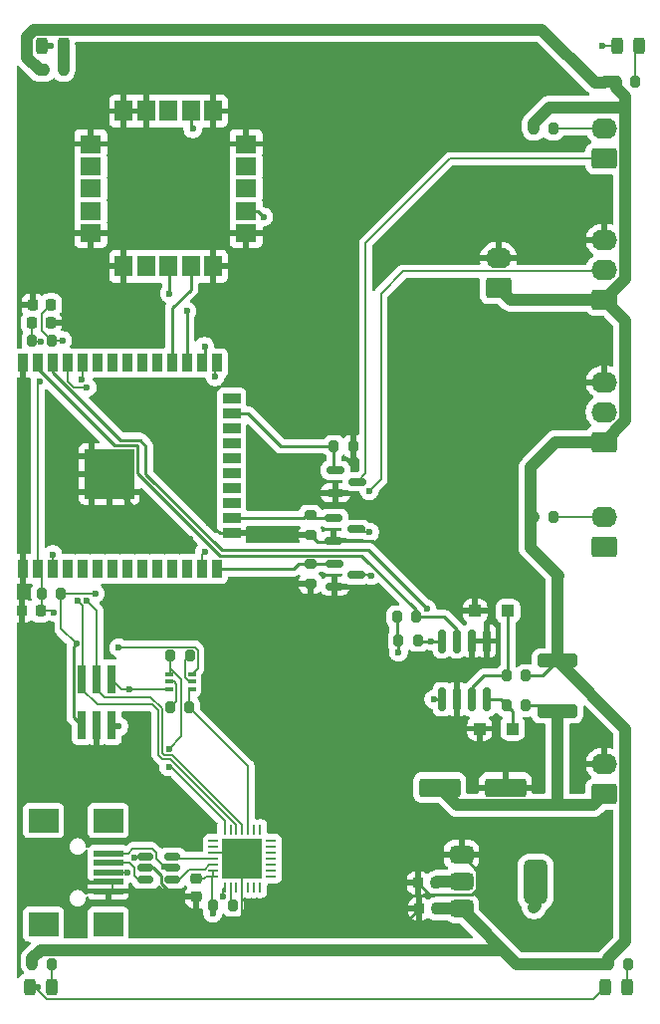
<source format=gbr>
%TF.GenerationSoftware,KiCad,Pcbnew,9.0.1*%
%TF.CreationDate,2025-04-06T11:33:29+02:00*%
%TF.ProjectId,TocBoatReceiver,546f6342-6f61-4745-9265-636569766572,rev?*%
%TF.SameCoordinates,Original*%
%TF.FileFunction,Copper,L1,Top*%
%TF.FilePolarity,Positive*%
%FSLAX46Y46*%
G04 Gerber Fmt 4.6, Leading zero omitted, Abs format (unit mm)*
G04 Created by KiCad (PCBNEW 9.0.1) date 2025-04-06 11:33:29*
%MOMM*%
%LPD*%
G01*
G04 APERTURE LIST*
G04 Aperture macros list*
%AMRoundRect*
0 Rectangle with rounded corners*
0 $1 Rounding radius*
0 $2 $3 $4 $5 $6 $7 $8 $9 X,Y pos of 4 corners*
0 Add a 4 corners polygon primitive as box body*
4,1,4,$2,$3,$4,$5,$6,$7,$8,$9,$2,$3,0*
0 Add four circle primitives for the rounded corners*
1,1,$1+$1,$2,$3*
1,1,$1+$1,$4,$5*
1,1,$1+$1,$6,$7*
1,1,$1+$1,$8,$9*
0 Add four rect primitives between the rounded corners*
20,1,$1+$1,$2,$3,$4,$5,0*
20,1,$1+$1,$4,$5,$6,$7,0*
20,1,$1+$1,$6,$7,$8,$9,0*
20,1,$1+$1,$8,$9,$2,$3,0*%
G04 Aperture macros list end*
%TA.AperFunction,SMDPad,CuDef*%
%ADD10RoundRect,0.150000X-0.150000X0.825000X-0.150000X-0.825000X0.150000X-0.825000X0.150000X0.825000X0*%
%TD*%
%TA.AperFunction,SMDPad,CuDef*%
%ADD11R,1.500000X1.800000*%
%TD*%
%TA.AperFunction,SMDPad,CuDef*%
%ADD12R,1.800000X1.500000*%
%TD*%
%TA.AperFunction,SMDPad,CuDef*%
%ADD13RoundRect,0.200000X-0.275000X0.200000X-0.275000X-0.200000X0.275000X-0.200000X0.275000X0.200000X0*%
%TD*%
%TA.AperFunction,SMDPad,CuDef*%
%ADD14RoundRect,0.200000X0.200000X0.275000X-0.200000X0.275000X-0.200000X-0.275000X0.200000X-0.275000X0*%
%TD*%
%TA.AperFunction,SMDPad,CuDef*%
%ADD15RoundRect,0.250000X1.450000X-0.312500X1.450000X0.312500X-1.450000X0.312500X-1.450000X-0.312500X0*%
%TD*%
%TA.AperFunction,SMDPad,CuDef*%
%ADD16RoundRect,0.200000X-0.200000X-0.275000X0.200000X-0.275000X0.200000X0.275000X-0.200000X0.275000X0*%
%TD*%
%TA.AperFunction,ComponentPad*%
%ADD17RoundRect,0.250000X0.845000X-0.620000X0.845000X0.620000X-0.845000X0.620000X-0.845000X-0.620000X0*%
%TD*%
%TA.AperFunction,ComponentPad*%
%ADD18O,2.190000X1.740000*%
%TD*%
%TA.AperFunction,SMDPad,CuDef*%
%ADD19RoundRect,0.250000X0.300000X0.300000X-0.300000X0.300000X-0.300000X-0.300000X0.300000X-0.300000X0*%
%TD*%
%TA.AperFunction,SMDPad,CuDef*%
%ADD20RoundRect,0.225000X0.225000X0.250000X-0.225000X0.250000X-0.225000X-0.250000X0.225000X-0.250000X0*%
%TD*%
%TA.AperFunction,SMDPad,CuDef*%
%ADD21RoundRect,0.150000X-0.587500X-0.150000X0.587500X-0.150000X0.587500X0.150000X-0.587500X0.150000X0*%
%TD*%
%TA.AperFunction,SMDPad,CuDef*%
%ADD22RoundRect,0.243750X-0.243750X-0.456250X0.243750X-0.456250X0.243750X0.456250X-0.243750X0.456250X0*%
%TD*%
%TA.AperFunction,SMDPad,CuDef*%
%ADD23RoundRect,0.225000X-0.250000X0.225000X-0.250000X-0.225000X0.250000X-0.225000X0.250000X0.225000X0*%
%TD*%
%TA.AperFunction,SMDPad,CuDef*%
%ADD24R,2.500000X0.500000*%
%TD*%
%TA.AperFunction,SMDPad,CuDef*%
%ADD25R,2.500000X2.000000*%
%TD*%
%TA.AperFunction,SMDPad,CuDef*%
%ADD26RoundRect,0.375000X-0.625000X-0.375000X0.625000X-0.375000X0.625000X0.375000X-0.625000X0.375000X0*%
%TD*%
%TA.AperFunction,SMDPad,CuDef*%
%ADD27RoundRect,0.500000X-0.500000X-1.400000X0.500000X-1.400000X0.500000X1.400000X-0.500000X1.400000X0*%
%TD*%
%TA.AperFunction,SMDPad,CuDef*%
%ADD28RoundRect,0.062500X-0.337500X-0.062500X0.337500X-0.062500X0.337500X0.062500X-0.337500X0.062500X0*%
%TD*%
%TA.AperFunction,SMDPad,CuDef*%
%ADD29RoundRect,0.062500X-0.062500X-0.337500X0.062500X-0.337500X0.062500X0.337500X-0.062500X0.337500X0*%
%TD*%
%TA.AperFunction,HeatsinkPad*%
%ADD30R,3.350000X3.350000*%
%TD*%
%TA.AperFunction,SMDPad,CuDef*%
%ADD31RoundRect,0.100000X0.225000X0.100000X-0.225000X0.100000X-0.225000X-0.100000X0.225000X-0.100000X0*%
%TD*%
%TA.AperFunction,SMDPad,CuDef*%
%ADD32RoundRect,0.150000X-0.512500X-0.150000X0.512500X-0.150000X0.512500X0.150000X-0.512500X0.150000X0*%
%TD*%
%TA.AperFunction,SMDPad,CuDef*%
%ADD33R,0.740000X2.400000*%
%TD*%
%TA.AperFunction,SMDPad,CuDef*%
%ADD34RoundRect,0.250000X-1.500000X-0.550000X1.500000X-0.550000X1.500000X0.550000X-1.500000X0.550000X0*%
%TD*%
%TA.AperFunction,SMDPad,CuDef*%
%ADD35R,0.900000X1.500000*%
%TD*%
%TA.AperFunction,SMDPad,CuDef*%
%ADD36R,1.500000X0.900000*%
%TD*%
%TA.AperFunction,SMDPad,CuDef*%
%ADD37R,1.050000X1.050000*%
%TD*%
%TA.AperFunction,HeatsinkPad*%
%ADD38C,0.600000*%
%TD*%
%TA.AperFunction,SMDPad,CuDef*%
%ADD39R,4.200000X4.200000*%
%TD*%
%TA.AperFunction,SMDPad,CuDef*%
%ADD40RoundRect,0.225000X-0.225000X-0.250000X0.225000X-0.250000X0.225000X0.250000X-0.225000X0.250000X0*%
%TD*%
%TA.AperFunction,ViaPad*%
%ADD41C,0.600000*%
%TD*%
%TA.AperFunction,Conductor*%
%ADD42C,0.254000*%
%TD*%
%TA.AperFunction,Conductor*%
%ADD43C,0.127000*%
%TD*%
%TA.AperFunction,Conductor*%
%ADD44C,1.000000*%
%TD*%
%TA.AperFunction,Conductor*%
%ADD45C,0.200000*%
%TD*%
G04 APERTURE END LIST*
D10*
%TO.P,U5,1,A1*%
%TO.N,GND*%
X172000000Y-102550000D03*
%TO.P,U5,2,A0*%
X170730000Y-102550000D03*
%TO.P,U5,3,SDA*%
%TO.N,/ESP32/SDA*%
X169460000Y-102550000D03*
%TO.P,U5,4,SCL*%
%TO.N,/ESP32/SCL*%
X168190000Y-102550000D03*
%TO.P,U5,5,VS*%
%TO.N,+3.3V*%
X168190000Y-107500000D03*
%TO.P,U5,6,GND*%
%TO.N,GND*%
X169460000Y-107500000D03*
%TO.P,U5,7,IN-*%
%TO.N,Net-(D6-K)*%
X170730000Y-107500000D03*
%TO.P,U5,8,IN+*%
%TO.N,Net-(D5-K)*%
X172000000Y-107500000D03*
%TD*%
D11*
%TO.P,U4,1,GND*%
%TO.N,GND*%
X148725000Y-57500000D03*
%TO.P,U4,2,VCC_IO*%
%TO.N,+3.3V*%
X146825000Y-57500000D03*
%TO.P,U4,3,V_BCKP*%
%TO.N,unconnected-(U4-V_BCKP-Pad3)*%
X144925000Y-57500000D03*
%TO.P,U4,4,GND*%
%TO.N,GND*%
X143025000Y-57500000D03*
%TO.P,U4,5,GND*%
X141125000Y-57500000D03*
D12*
%TO.P,U4,6,GND*%
X138325000Y-60300000D03*
%TO.P,U4,7,TIMEPULSE*%
%TO.N,PPS*%
X138325000Y-62200000D03*
%TO.P,U4,8,~{SAFEBOOT}*%
%TO.N,unconnected-(U4-~{SAFEBOOT}-Pad8)*%
X138325000Y-64100000D03*
%TO.P,U4,9,SDA*%
%TO.N,unconnected-(U4-SDA-Pad9)*%
X138325000Y-66000000D03*
%TO.P,U4,10,GND*%
%TO.N,GND*%
X138325000Y-67900000D03*
D11*
%TO.P,U4,11,GND*%
X141125000Y-70700000D03*
%TO.P,U4,12,SCL*%
%TO.N,unconnected-(U4-SCL-Pad12)*%
X143025000Y-70700000D03*
%TO.P,U4,13,TXD*%
%TO.N,/ESP32/GPIO16*%
X144925000Y-70700000D03*
%TO.P,U4,14,RXD*%
%TO.N,/ESP32/GPIO17*%
X146825000Y-70700000D03*
%TO.P,U4,15,GND*%
%TO.N,GND*%
X148725000Y-70700000D03*
D12*
%TO.P,U4,16,GND*%
X151525000Y-67900000D03*
%TO.P,U4,17,VCC*%
%TO.N,+3.3V*%
X151525000Y-66000000D03*
%TO.P,U4,18,~{RESET}*%
%TO.N,unconnected-(U4-~{RESET}-Pad18)*%
X151525000Y-64100000D03*
%TO.P,U4,19,EXTINT*%
%TO.N,unconnected-(U4-EXTINT-Pad19)*%
X151525000Y-62200000D03*
%TO.P,U4,20,GND*%
%TO.N,GND*%
X151525000Y-60300000D03*
%TD*%
D13*
%TO.P,R19,1*%
%TO.N,/ESP32/GPIO12*%
X157000000Y-96000000D03*
%TO.P,R19,2*%
%TO.N,GND*%
X157000000Y-97650000D03*
%TD*%
D14*
%TO.P,R18,1*%
%TO.N,+BATT*%
X175325000Y-105500000D03*
%TO.P,R18,2*%
%TO.N,Net-(D6-K)*%
X173675000Y-105500000D03*
%TD*%
D15*
%TO.P,R17,1*%
%TO.N,Net-(J3-Pin_1)*%
X178000000Y-108500000D03*
%TO.P,R17,2*%
%TO.N,+BATT*%
X178000000Y-104225000D03*
%TD*%
D14*
%TO.P,R16,1*%
%TO.N,Net-(J3-Pin_1)*%
X175325000Y-108010000D03*
%TO.P,R16,2*%
%TO.N,Net-(D5-K)*%
X173675000Y-108010000D03*
%TD*%
%TO.P,R15,1*%
%TO.N,/ESP32/SDA*%
X166000000Y-100500000D03*
%TO.P,R15,2*%
%TO.N,+3.3V*%
X164350000Y-100500000D03*
%TD*%
D16*
%TO.P,R14,1*%
%TO.N,+3.3V*%
X164500000Y-102500000D03*
%TO.P,R14,2*%
%TO.N,/ESP32/SCL*%
X166150000Y-102500000D03*
%TD*%
D13*
%TO.P,R11,1*%
%TO.N,/ESP32/GPIO13*%
X157000000Y-91850000D03*
%TO.P,R11,2*%
%TO.N,GND*%
X157000000Y-93500000D03*
%TD*%
D16*
%TO.P,R10,1*%
%TO.N,/ESP32/GPIO15*%
X159000000Y-86000000D03*
%TO.P,R10,2*%
%TO.N,GND*%
X160650000Y-86000000D03*
%TD*%
D17*
%TO.P,J8,1,Pin_1*%
%TO.N,+BATT*%
X173000000Y-72540000D03*
D18*
%TO.P,J8,2,Pin_2*%
%TO.N,GND*%
X173000000Y-70000000D03*
%TD*%
D19*
%TO.P,D6,1,K*%
%TO.N,Net-(D6-K)*%
X173800000Y-100000000D03*
%TO.P,D6,2,A*%
%TO.N,GND*%
X171000000Y-100000000D03*
%TD*%
%TO.P,D5,1,K*%
%TO.N,Net-(D5-K)*%
X174200000Y-110000000D03*
%TO.P,D5,2,A*%
%TO.N,GND*%
X171400000Y-110000000D03*
%TD*%
D20*
%TO.P,C2,1*%
%TO.N,GND*%
X134900000Y-75500000D03*
%TO.P,C2,2*%
%TO.N,+3.3V*%
X133350000Y-75500000D03*
%TD*%
D16*
%TO.P,R6,1*%
%TO.N,+3.3V*%
X148750000Y-125000000D03*
%TO.P,R6,2*%
%TO.N,Net-(U6-~{RST})*%
X150400000Y-125000000D03*
%TD*%
D21*
%TO.P,Q2,1,G*%
%TO.N,/ESP32/GPIO12*%
X159062500Y-96000000D03*
%TO.P,Q2,2,S*%
%TO.N,GND*%
X159062500Y-97900000D03*
%TO.P,Q2,3,D*%
%TO.N,Net-(D1-K)*%
X160937500Y-96950000D03*
%TD*%
D16*
%TO.P,R7,1*%
%TO.N,+BATT*%
X183000000Y-55000000D03*
%TO.P,R7,2*%
%TO.N,Net-(D4-A)*%
X184650000Y-55000000D03*
%TD*%
D17*
%TO.P,J6,1,Pin_1*%
%TO.N,+BATT*%
X182000000Y-85620000D03*
D18*
%TO.P,J6,2,Pin_2*%
%TO.N,/ESP32/GPIO4*%
X182000000Y-83080000D03*
%TO.P,J6,3,Pin_3*%
%TO.N,GND*%
X182000000Y-80540000D03*
%TD*%
D22*
%TO.P,D1,1,K*%
%TO.N,Net-(D1-K)*%
X133125000Y-132000000D03*
%TO.P,D1,2,A*%
%TO.N,Net-(D1-A)*%
X135000000Y-132000000D03*
%TD*%
D16*
%TO.P,R8,1*%
%TO.N,+BATT*%
X176000000Y-92000000D03*
%TO.P,R8,2*%
%TO.N,Net-(J4-Pin_2)*%
X177650000Y-92000000D03*
%TD*%
D21*
%TO.P,Q4,1,G*%
%TO.N,/ESP32/GPIO15*%
X159125000Y-88050000D03*
%TO.P,Q4,2,S*%
%TO.N,GND*%
X159125000Y-89950000D03*
%TO.P,Q4,3,D*%
%TO.N,Net-(J5-Pin_1)*%
X161000000Y-89000000D03*
%TD*%
D17*
%TO.P,J7,1,Pin_1*%
%TO.N,+BATT*%
X182000000Y-73540000D03*
D18*
%TO.P,J7,2,Pin_2*%
%TO.N,/ESP32/GPIO14*%
X182000000Y-71000000D03*
%TO.P,J7,3,Pin_3*%
%TO.N,GND*%
X182000000Y-68460000D03*
%TD*%
D23*
%TO.P,C4,1*%
%TO.N,+3.3V*%
X147300000Y-122750000D03*
%TO.P,C4,2*%
%TO.N,GND*%
X147300000Y-124300000D03*
%TD*%
D24*
%TO.P,J2,1,VBUS*%
%TO.N,+5V*%
X139800000Y-120600000D03*
%TO.P,J2,2,D-*%
%TO.N,Net-(J2-D-)*%
X139800000Y-121400000D03*
%TO.P,J2,3,D+*%
%TO.N,Net-(J2-D+)*%
X139800000Y-122200000D03*
%TO.P,J2,4,GND*%
%TO.N,GND*%
X139800000Y-123000000D03*
%TO.P,J2,5,Shield*%
X139800000Y-123800000D03*
D25*
%TO.P,J2,6*%
%TO.N,N/C*%
X139800000Y-117800000D03*
X134300000Y-117800000D03*
X139800000Y-126600000D03*
X134300000Y-126600000D03*
%TD*%
D26*
%TO.P,U2,1,GND*%
%TO.N,GND*%
X169850000Y-120700000D03*
%TO.P,U2,2,VO*%
%TO.N,+3.3V*%
X169850000Y-123000000D03*
D27*
X176150000Y-123000000D03*
D26*
%TO.P,U2,3,VI*%
%TO.N,+BATT*%
X169850000Y-125300000D03*
%TD*%
D28*
%TO.P,U6,1,~{DCD}*%
%TO.N,unconnected-(U6-~{DCD}-Pad1)*%
X148750000Y-119550000D03*
%TO.P,U6,2,~{RI}/CLK*%
%TO.N,unconnected-(U6-~{RI}{slash}CLK-Pad2)*%
X148750000Y-120050000D03*
%TO.P,U6,3,GND*%
%TO.N,GND*%
X148750000Y-120550000D03*
%TO.P,U6,4,D+*%
%TO.N,/USB Serial/USB_P*%
X148750000Y-121050000D03*
%TO.P,U6,5,D-*%
%TO.N,/USB Serial/USB_N*%
X148750000Y-121550000D03*
%TO.P,U6,6,VDD*%
%TO.N,+3.3V*%
X148750000Y-122050000D03*
%TO.P,U6,7,VREGIN*%
X148750000Y-122550000D03*
D29*
%TO.P,U6,8,VBUS*%
%TO.N,+5V*%
X149700000Y-123500000D03*
%TO.P,U6,9,~{RST}*%
%TO.N,Net-(U6-~{RST})*%
X150200000Y-123500000D03*
%TO.P,U6,10,NC*%
%TO.N,unconnected-(U6-NC-Pad10)*%
X150700000Y-123500000D03*
%TO.P,U6,11,~{SUSPEND}*%
%TO.N,GND*%
X151200000Y-123500000D03*
%TO.P,U6,12,SUSPEND*%
%TO.N,unconnected-(U6-SUSPEND-Pad12)*%
X151700000Y-123500000D03*
%TO.P,U6,13,CHREN*%
%TO.N,unconnected-(U6-CHREN-Pad13)*%
X152200000Y-123500000D03*
%TO.P,U6,14,CHR1*%
%TO.N,unconnected-(U6-CHR1-Pad14)*%
X152700000Y-123500000D03*
D28*
%TO.P,U6,15,CHR0*%
%TO.N,unconnected-(U6-CHR0-Pad15)*%
X153650000Y-122550000D03*
%TO.P,U6,16,~{WAKEUP}/GPIO.3*%
%TO.N,unconnected-(U6-~{WAKEUP}{slash}GPIO.3-Pad16)*%
X153650000Y-122050000D03*
%TO.P,U6,17,RS485/GPIO.2*%
%TO.N,unconnected-(U6-RS485{slash}GPIO.2-Pad17)*%
X153650000Y-121550000D03*
%TO.P,U6,18,~{RXT}/GPIO.1*%
%TO.N,unconnected-(U6-~{RXT}{slash}GPIO.1-Pad18)*%
X153650000Y-121050000D03*
%TO.P,U6,19,~{TXT}/GPIO.0*%
%TO.N,unconnected-(U6-~{TXT}{slash}GPIO.0-Pad19)*%
X153650000Y-120550000D03*
%TO.P,U6,20,GPIO.6*%
%TO.N,unconnected-(U6-GPIO.6-Pad20)*%
X153650000Y-120050000D03*
%TO.P,U6,21,GPIO.5*%
%TO.N,unconnected-(U6-GPIO.5-Pad21)*%
X153650000Y-119550000D03*
D29*
%TO.P,U6,22,GPIO.4*%
%TO.N,unconnected-(U6-GPIO.4-Pad22)*%
X152700000Y-118600000D03*
%TO.P,U6,23,~{CTS}*%
%TO.N,unconnected-(U6-~{CTS}-Pad23)*%
X152200000Y-118600000D03*
%TO.P,U6,24,~{RTS}*%
%TO.N,Net-(Q1A-E1)*%
X151700000Y-118600000D03*
%TO.P,U6,25,RXD*%
%TO.N,TX*%
X151200000Y-118600000D03*
%TO.P,U6,26,TXD*%
%TO.N,RX*%
X150700000Y-118600000D03*
%TO.P,U6,27,~{DSR}*%
%TO.N,unconnected-(U6-~{DSR}-Pad27)*%
X150200000Y-118600000D03*
%TO.P,U6,28,~{DTR}*%
%TO.N,Net-(Q1B-E2)*%
X149700000Y-118600000D03*
D30*
%TO.P,U6,29,GND*%
%TO.N,GND*%
X151200000Y-121050000D03*
%TD*%
D17*
%TO.P,J3,1,Pin_1*%
%TO.N,Net-(J3-Pin_1)*%
X182000000Y-115540000D03*
D18*
%TO.P,J3,2,Pin_2*%
%TO.N,GND*%
X182000000Y-113000000D03*
%TD*%
D20*
%TO.P,C5,1*%
%TO.N,+BATT*%
X167800000Y-125300000D03*
%TO.P,C5,2*%
%TO.N,GND*%
X166250000Y-125300000D03*
%TD*%
D31*
%TO.P,Q1,1,E1*%
%TO.N,Net-(Q1A-E1)*%
X146900000Y-106650000D03*
%TO.P,Q1,2,B1*%
%TO.N,Net-(Q1A-B1)*%
X146900000Y-106000000D03*
%TO.P,Q1,3,C2*%
%TO.N,D0*%
X146900000Y-105350000D03*
%TO.P,Q1,4,E2*%
%TO.N,Net-(Q1B-E2)*%
X145000000Y-105350000D03*
%TO.P,Q1,5,B2*%
%TO.N,Net-(Q1B-B2)*%
X145000000Y-106000000D03*
%TO.P,Q1,6,C1*%
%TO.N,EN*%
X145000000Y-106650000D03*
%TD*%
D22*
%TO.P,D3,1,K*%
%TO.N,Net-(D1-K)*%
X134125000Y-52000000D03*
%TO.P,D3,2,A*%
%TO.N,Net-(D3-A)*%
X136000000Y-52000000D03*
%TD*%
D16*
%TO.P,R1,1*%
%TO.N,+3.3V*%
X134150000Y-98500000D03*
%TO.P,R1,2*%
%TO.N,D0*%
X135800000Y-98500000D03*
%TD*%
D20*
%TO.P,C6,1*%
%TO.N,+3.3V*%
X167700000Y-123100000D03*
%TO.P,C6,2*%
%TO.N,GND*%
X166150000Y-123100000D03*
%TD*%
D17*
%TO.P,J4,1,Pin_1*%
%TO.N,Net-(J4-Pin_1)*%
X182000000Y-94540000D03*
D18*
%TO.P,J4,2,Pin_2*%
%TO.N,Net-(J4-Pin_2)*%
X182000000Y-92000000D03*
%TD*%
D32*
%TO.P,U1,1,I/O1*%
%TO.N,Net-(J2-D+)*%
X143000000Y-120900000D03*
%TO.P,U1,2,GND*%
%TO.N,GND*%
X143000000Y-121850000D03*
%TO.P,U1,3,I/O2*%
%TO.N,Net-(J2-D-)*%
X143000000Y-122800000D03*
%TO.P,U1,4,I/O2*%
%TO.N,/USB Serial/USB_N*%
X145275000Y-122800000D03*
%TO.P,U1,5,VBUS*%
%TO.N,+5V*%
X145275000Y-121850000D03*
%TO.P,U1,6,I/O1*%
%TO.N,/USB Serial/USB_P*%
X145275000Y-120900000D03*
%TD*%
D16*
%TO.P,R9,1*%
%TO.N,+BATT*%
X176000000Y-59000000D03*
%TO.P,R9,2*%
%TO.N,Net-(J5-Pin_2)*%
X177650000Y-59000000D03*
%TD*%
D33*
%TO.P,J1,1,Pin_1*%
%TO.N,EN*%
X140100000Y-105800000D03*
%TO.P,J1,2,Pin_2*%
%TO.N,+3.3V*%
X140100000Y-109700000D03*
%TO.P,J1,3,Pin_3*%
%TO.N,TX*%
X138830000Y-105800000D03*
%TO.P,J1,4,Pin_4*%
%TO.N,GND*%
X138830000Y-109700000D03*
%TO.P,J1,5,Pin_5*%
%TO.N,RX*%
X137560000Y-105800000D03*
%TO.P,J1,6,Pin_6*%
%TO.N,D0*%
X137560000Y-109700000D03*
%TD*%
D34*
%TO.P,C7,1*%
%TO.N,Net-(J3-Pin_1)*%
X168000000Y-115000000D03*
%TO.P,C7,2*%
%TO.N,GND*%
X173600000Y-115000000D03*
%TD*%
D22*
%TO.P,D2,1,K*%
%TO.N,Net-(D1-K)*%
X182062500Y-132000000D03*
%TO.P,D2,2,A*%
%TO.N,Net-(D2-A)*%
X183937500Y-132000000D03*
%TD*%
D35*
%TO.P,U3,1,GND*%
%TO.N,GND*%
X132540000Y-96420000D03*
%TO.P,U3,2,VDD*%
%TO.N,+3.3V*%
X133810000Y-96420000D03*
%TO.P,U3,3,EN*%
%TO.N,EN*%
X135080000Y-96420000D03*
%TO.P,U3,4,SENSOR_VP*%
%TO.N,unconnected-(U3-SENSOR_VP-Pad4)*%
X136350000Y-96420000D03*
%TO.P,U3,5,SENSOR_VN*%
%TO.N,unconnected-(U3-SENSOR_VN-Pad5)*%
X137620000Y-96420000D03*
%TO.P,U3,6,IO34*%
%TO.N,unconnected-(U3-IO34-Pad6)*%
X138890000Y-96420000D03*
%TO.P,U3,7,IO35*%
%TO.N,/ESP32/GPIO35*%
X140160000Y-96420000D03*
%TO.P,U3,8,IO32*%
%TO.N,unconnected-(U3-IO32-Pad8)*%
X141430000Y-96420000D03*
%TO.P,U3,9,IO33*%
%TO.N,unconnected-(U3-IO33-Pad9)*%
X142700000Y-96420000D03*
%TO.P,U3,10,IO25*%
%TO.N,unconnected-(U3-IO25-Pad10)*%
X143970000Y-96420000D03*
%TO.P,U3,11,IO26*%
%TO.N,unconnected-(U3-IO26-Pad11)*%
X145240000Y-96420000D03*
%TO.P,U3,12,IO27*%
%TO.N,unconnected-(U3-IO27-Pad12)*%
X146510000Y-96420000D03*
%TO.P,U3,13,IO14*%
%TO.N,/ESP32/GPIO14*%
X147780000Y-96420000D03*
%TO.P,U3,14,IO12*%
%TO.N,/ESP32/GPIO12*%
X149050000Y-96420000D03*
D36*
%TO.P,U3,15,GND*%
%TO.N,GND*%
X150300000Y-93380000D03*
%TO.P,U3,16,IO13*%
%TO.N,/ESP32/GPIO13*%
X150300000Y-92110000D03*
%TO.P,U3,17,SHD/SD2*%
%TO.N,unconnected-(U3-SHD{slash}SD2-Pad17)*%
X150300000Y-90840000D03*
%TO.P,U3,18,SWP/SD3*%
%TO.N,unconnected-(U3-SWP{slash}SD3-Pad18)*%
X150300000Y-89570000D03*
%TO.P,U3,19,SCS/CMD*%
%TO.N,unconnected-(U3-SCS{slash}CMD-Pad19)*%
X150300000Y-88300000D03*
%TO.P,U3,20,SCK/CLK*%
%TO.N,unconnected-(U3-SCK{slash}CLK-Pad20)*%
X150300000Y-87030000D03*
%TO.P,U3,21,SDO/SD0*%
%TO.N,unconnected-(U3-SDO{slash}SD0-Pad21)*%
X150300000Y-85760000D03*
%TO.P,U3,22,SDI/SD1*%
%TO.N,unconnected-(U3-SDI{slash}SD1-Pad22)*%
X150300000Y-84490000D03*
%TO.P,U3,23,IO15*%
%TO.N,/ESP32/GPIO15*%
X150300000Y-83220000D03*
%TO.P,U3,24,IO2*%
%TO.N,/ESP32/GPIO2*%
X150300000Y-81950000D03*
D35*
%TO.P,U3,25,IO0*%
%TO.N,D0*%
X149050000Y-78920000D03*
%TO.P,U3,26,IO4*%
%TO.N,/ESP32/GPIO4*%
X147780000Y-78920000D03*
%TO.P,U3,27,IO16*%
%TO.N,/ESP32/GPIO16*%
X146510000Y-78920000D03*
%TO.P,U3,28,IO17*%
%TO.N,/ESP32/GPIO17*%
X145240000Y-78920000D03*
%TO.P,U3,29,IO5*%
%TO.N,/ESP32/GPIO5*%
X143970000Y-78920000D03*
%TO.P,U3,30,IO18*%
%TO.N,/ESP32/GPIO18*%
X142700000Y-78920000D03*
%TO.P,U3,31,IO19*%
%TO.N,unconnected-(U3-IO19-Pad31)*%
X141430000Y-78920000D03*
%TO.P,U3,32,NC*%
%TO.N,unconnected-(U3-NC-Pad32)*%
X140160000Y-78920000D03*
%TO.P,U3,33,IO21*%
%TO.N,unconnected-(U3-IO21-Pad33)*%
X138890000Y-78920000D03*
%TO.P,U3,34,RXD0/IO3*%
%TO.N,RX*%
X137620000Y-78920000D03*
%TO.P,U3,35,TXD0/IO1*%
%TO.N,TX*%
X136350000Y-78920000D03*
%TO.P,U3,36,IO22*%
%TO.N,/ESP32/SCL*%
X135080000Y-78920000D03*
%TO.P,U3,37,IO23*%
%TO.N,/ESP32/SDA*%
X133810000Y-78920000D03*
%TO.P,U3,38,GND*%
%TO.N,GND*%
X132540000Y-78920000D03*
D37*
%TO.P,U3,39,GND*%
X138355000Y-89875000D03*
D38*
X139117500Y-89875000D03*
D37*
X139880000Y-89875000D03*
D38*
X140642500Y-89875000D03*
D37*
X141405000Y-89875000D03*
D38*
X138355000Y-89112500D03*
X139880000Y-89112500D03*
X141405000Y-89112500D03*
D37*
X138355000Y-88350000D03*
D38*
X139117500Y-88350000D03*
D37*
X139880000Y-88350000D03*
D39*
X139880000Y-88350000D03*
D38*
X140642500Y-88350000D03*
D37*
X141405000Y-88350000D03*
D38*
X138355000Y-87587500D03*
X139880000Y-87587500D03*
X141405000Y-87587500D03*
D37*
X138355000Y-86825000D03*
D38*
X139117500Y-86825000D03*
D37*
X139880000Y-86825000D03*
D38*
X140642500Y-86825000D03*
D37*
X141405000Y-86825000D03*
%TD*%
D16*
%TO.P,R5,1*%
%TO.N,+3.3V*%
X133350000Y-77000000D03*
%TO.P,R5,2*%
%TO.N,EN*%
X135000000Y-77000000D03*
%TD*%
D22*
%TO.P,D4,1,K*%
%TO.N,Net-(D1-K)*%
X183062500Y-52000000D03*
%TO.P,D4,2,A*%
%TO.N,Net-(D4-A)*%
X184937500Y-52000000D03*
%TD*%
D16*
%TO.P,R4,1*%
%TO.N,+BATT*%
X134350000Y-54000000D03*
%TO.P,R4,2*%
%TO.N,Net-(D3-A)*%
X136000000Y-54000000D03*
%TD*%
D40*
%TO.P,C3,1*%
%TO.N,GND*%
X132500000Y-100000000D03*
%TO.P,C3,2*%
%TO.N,+3.3V*%
X134050000Y-100000000D03*
%TD*%
D16*
%TO.P,R13,1*%
%TO.N,Net-(Q1B-B2)*%
X145050000Y-108200000D03*
%TO.P,R13,2*%
%TO.N,Net-(Q1A-E1)*%
X146700000Y-108200000D03*
%TD*%
%TO.P,R3,1*%
%TO.N,+BATT*%
X182350000Y-130000000D03*
%TO.P,R3,2*%
%TO.N,Net-(D2-A)*%
X184000000Y-130000000D03*
%TD*%
D17*
%TO.P,J5,1,Pin_1*%
%TO.N,Net-(J5-Pin_1)*%
X182000000Y-61540000D03*
D18*
%TO.P,J5,2,Pin_2*%
%TO.N,Net-(J5-Pin_2)*%
X182000000Y-59000000D03*
%TD*%
D14*
%TO.P,R12,1*%
%TO.N,Net-(Q1A-B1)*%
X146750000Y-103800000D03*
%TO.P,R12,2*%
%TO.N,Net-(Q1B-E2)*%
X145100000Y-103800000D03*
%TD*%
D21*
%TO.P,Q3,1,G*%
%TO.N,/ESP32/GPIO13*%
X159000000Y-92100000D03*
%TO.P,Q3,2,S*%
%TO.N,GND*%
X159000000Y-94000000D03*
%TO.P,Q3,3,D*%
%TO.N,Net-(J4-Pin_1)*%
X160875000Y-93050000D03*
%TD*%
D16*
%TO.P,R2,1*%
%TO.N,+BATT*%
X133350000Y-130000000D03*
%TO.P,R2,2*%
%TO.N,Net-(D1-A)*%
X135000000Y-130000000D03*
%TD*%
D40*
%TO.P,C1,1*%
%TO.N,GND*%
X133381750Y-73968250D03*
%TO.P,C1,2*%
%TO.N,EN*%
X134931750Y-73968250D03*
%TD*%
D41*
%TO.N,GND*%
X146800000Y-93900000D03*
X148400000Y-92500000D03*
X176200000Y-113000000D03*
%TO.N,+3.3V*%
X140700000Y-109800000D03*
X135200000Y-100100000D03*
X148700000Y-125700000D03*
%TO.N,/ESP32/SCL*%
X167300000Y-102550000D03*
X166900000Y-99800000D03*
%TO.N,+3.3V*%
X164500000Y-103500000D03*
%TO.N,/ESP32/GPIO4*%
X148000000Y-77500000D03*
%TO.N,+3.3V*%
X147000000Y-59000000D03*
X153000000Y-66500000D03*
%TO.N,/ESP32/GPIO16*%
X146500000Y-74500000D03*
X145000000Y-73000000D03*
%TO.N,+3.3V*%
X167500000Y-107500000D03*
%TO.N,EN*%
X141600000Y-106650000D03*
X135900000Y-77000000D03*
X135100000Y-95200000D03*
%TO.N,+3.3V*%
X134000000Y-80500000D03*
X176000000Y-125200000D03*
X168600000Y-123000000D03*
X134100000Y-77100000D03*
%TO.N,Net-(D1-K)*%
X133800000Y-132000000D03*
X162200000Y-97000000D03*
X134900000Y-52000000D03*
X181800000Y-52000000D03*
%TO.N,TX*%
X138000003Y-99100000D03*
X138000000Y-81000000D03*
%TO.N,D0*%
X148900000Y-80100000D03*
X140701500Y-103101500D03*
X138700000Y-98500000D03*
X137100000Y-102800000D03*
%TO.N,RX*%
X137200000Y-99100000D03*
X137500000Y-80300000D03*
%TO.N,+5V*%
X144573108Y-121694310D03*
X149566988Y-124266453D03*
%TO.N,Net-(J2-D+)*%
X142032603Y-120948454D03*
X141437500Y-122200000D03*
%TO.N,Net-(J4-Pin_1)*%
X162036500Y-93300000D03*
%TO.N,/ESP32/GPIO14*%
X148000000Y-95000000D03*
X162000828Y-89800828D03*
%TO.N,Net-(Q1B-E2)*%
X144951544Y-113248456D03*
X144991317Y-111709500D03*
%TD*%
D42*
%TO.N,GND*%
X144667500Y-93900000D02*
X146800000Y-93900000D01*
X140642500Y-89875000D02*
X144667500Y-93900000D01*
X144284500Y-123152150D02*
X145432350Y-124300000D01*
X144284500Y-122472001D02*
X144284500Y-123152150D01*
X143662499Y-121850000D02*
X144284500Y-122472001D01*
X145432350Y-124300000D02*
X147300000Y-124300000D01*
X143000000Y-121850000D02*
X143662499Y-121850000D01*
D43*
X151200000Y-123500000D02*
X151200000Y-127628000D01*
D42*
X151200000Y-127628000D02*
X149257031Y-127628000D01*
X159000000Y-94000000D02*
X162300000Y-94000000D01*
X162300000Y-94000000D02*
X162800000Y-94500000D01*
X158900000Y-94100000D02*
X159000000Y-94000000D01*
X157600000Y-94100000D02*
X158900000Y-94100000D01*
X157000000Y-93500000D02*
X157600000Y-94100000D01*
X149280000Y-93380000D02*
X148400000Y-92500000D01*
X150300000Y-93380000D02*
X149280000Y-93380000D01*
%TO.N,D0*%
X136862000Y-103038000D02*
X137100000Y-102800000D01*
X136862000Y-109002000D02*
X136862000Y-103038000D01*
X137560000Y-109700000D02*
X136862000Y-109002000D01*
D43*
%TO.N,RX*%
X137560000Y-106629000D02*
X137560000Y-105800000D01*
X138862931Y-107931931D02*
X137560000Y-106629000D01*
X143568069Y-107931931D02*
X138862931Y-107931931D01*
X144057500Y-108421362D02*
X143568069Y-107931931D01*
X144057500Y-112221362D02*
X144057500Y-108421362D01*
X144437138Y-112601000D02*
X144057500Y-112221362D01*
X145100999Y-112601000D02*
X144437138Y-112601000D01*
X145199999Y-112700000D02*
X145100999Y-112601000D01*
X145199999Y-112700000D02*
X150700000Y-118200001D01*
%TO.N,TX*%
X138830000Y-106630000D02*
X138830000Y-105800000D01*
X139500000Y-107300000D02*
X138830000Y-106630000D01*
X144385500Y-112085500D02*
X144385500Y-108285500D01*
X143400000Y-107300000D02*
X139500000Y-107300000D01*
X145272999Y-112273000D02*
X144573000Y-112273000D01*
X151200000Y-118200001D02*
X145272999Y-112273000D01*
X144385500Y-108285500D02*
X143400000Y-107300000D01*
X151200000Y-118600000D02*
X151200000Y-118200001D01*
X144573000Y-112273000D02*
X144385500Y-112085500D01*
D42*
%TO.N,+3.3V*%
X140600000Y-109700000D02*
X140700000Y-109800000D01*
X140100000Y-109700000D02*
X140600000Y-109700000D01*
D43*
X135100000Y-100000000D02*
X135200000Y-100100000D01*
X134050000Y-100000000D02*
X135100000Y-100000000D01*
X148650000Y-125650000D02*
X148700000Y-125700000D01*
X148650000Y-125000000D02*
X148650000Y-125650000D01*
D42*
%TO.N,GND*%
X149257031Y-127628000D02*
X147300000Y-125670969D01*
X163922000Y-127628000D02*
X151200000Y-127628000D01*
X166250000Y-125300000D02*
X163922000Y-127628000D01*
X147300000Y-125670969D02*
X147300000Y-124300000D01*
X171178000Y-122028000D02*
X169850000Y-120700000D01*
X170766192Y-124078000D02*
X171178000Y-123666192D01*
X166150000Y-123100000D02*
X167128000Y-124078000D01*
X167128000Y-124078000D02*
X170766192Y-124078000D01*
X171178000Y-123666192D02*
X171178000Y-122028000D01*
%TO.N,/ESP32/SCL*%
X167300000Y-102550000D02*
X166200000Y-102550000D01*
X161917000Y-94817000D02*
X166900000Y-99800000D01*
X152500000Y-94817000D02*
X161917000Y-94817000D01*
X142496467Y-85467000D02*
X143000000Y-85970533D01*
X140813335Y-85467000D02*
X142496467Y-85467000D01*
X143000000Y-85970533D02*
X143000000Y-88356532D01*
X135080000Y-79733665D02*
X140813335Y-85467000D01*
X143000000Y-88356532D02*
X149460468Y-94817000D01*
X135080000Y-78920000D02*
X135080000Y-79733665D01*
X149460468Y-94817000D02*
X152500000Y-94817000D01*
%TO.N,/ESP32/SDA*%
X149272000Y-95272000D02*
X161360127Y-95272000D01*
X142308000Y-88308000D02*
X149272000Y-95272000D01*
X142308000Y-85922000D02*
X142308000Y-88308000D01*
X140310127Y-85922000D02*
X142308000Y-85922000D01*
X161360127Y-95272000D02*
X166000000Y-99911873D01*
X133810000Y-79421873D02*
X140310127Y-85922000D01*
X166000000Y-99911873D02*
X166000000Y-100500000D01*
X133810000Y-78920000D02*
X133810000Y-79421873D01*
D43*
%TO.N,TX*%
X136350000Y-80450000D02*
X136350000Y-78920000D01*
X136900000Y-81000000D02*
X136350000Y-80450000D01*
X138000000Y-81000000D02*
X136900000Y-81000000D01*
D42*
%TO.N,+3.3V*%
X164500000Y-102500000D02*
X164500000Y-103500000D01*
X164350000Y-102350000D02*
X164500000Y-102500000D01*
X164350000Y-100500000D02*
X164350000Y-102350000D01*
%TO.N,/ESP32/SDA*%
X169460000Y-101575001D02*
X169460000Y-102550000D01*
X166000000Y-100500000D02*
X168384999Y-100500000D01*
X168384999Y-100500000D02*
X169460000Y-101575001D01*
%TO.N,/ESP32/SCL*%
X166200000Y-102550000D02*
X166150000Y-102500000D01*
X168190000Y-102550000D02*
X167300000Y-102550000D01*
%TO.N,/ESP32/GPIO4*%
X148000000Y-78700000D02*
X147780000Y-78920000D01*
X148000000Y-77500000D02*
X148000000Y-78700000D01*
%TO.N,+3.3V*%
X146825000Y-58825000D02*
X147000000Y-59000000D01*
X146825000Y-57500000D02*
X146825000Y-58825000D01*
X152500000Y-66000000D02*
X153000000Y-66500000D01*
X151525000Y-66000000D02*
X152500000Y-66000000D01*
%TO.N,/ESP32/GPIO16*%
X145000000Y-73000000D02*
X145000000Y-70775000D01*
X145000000Y-70775000D02*
X144925000Y-70700000D01*
X146510000Y-74510000D02*
X146500000Y-74500000D01*
X146510000Y-78920000D02*
X146510000Y-74510000D01*
%TO.N,/ESP32/GPIO17*%
X145240000Y-74260000D02*
X146825000Y-72675000D01*
X145240000Y-78920000D02*
X145240000Y-74260000D01*
X146825000Y-72675000D02*
X146825000Y-70700000D01*
%TO.N,/ESP32/GPIO15*%
X151720000Y-83220000D02*
X150300000Y-83220000D01*
X154500000Y-86000000D02*
X151720000Y-83220000D01*
X159000000Y-86000000D02*
X154500000Y-86000000D01*
X159000000Y-86000000D02*
X159000000Y-87925000D01*
X159000000Y-87925000D02*
X159125000Y-88050000D01*
%TO.N,/ESP32/GPIO13*%
X156390000Y-92110000D02*
X150300000Y-92110000D01*
X156650000Y-91850000D02*
X156390000Y-92110000D01*
X157000000Y-91850000D02*
X156650000Y-91850000D01*
X157250000Y-92100000D02*
X157000000Y-91850000D01*
X159000000Y-92100000D02*
X157250000Y-92100000D01*
%TO.N,/ESP32/GPIO12*%
X155580000Y-96420000D02*
X149050000Y-96420000D01*
X156000000Y-96000000D02*
X155580000Y-96420000D01*
X157000000Y-96000000D02*
X156000000Y-96000000D01*
X159062500Y-96000000D02*
X157000000Y-96000000D01*
%TO.N,+3.3V*%
X168190000Y-107500000D02*
X167500000Y-107500000D01*
%TO.N,Net-(D6-K)*%
X173800000Y-100000000D02*
X173800000Y-105375000D01*
X173800000Y-105375000D02*
X173675000Y-105500000D01*
%TO.N,Net-(D5-K)*%
X174200000Y-108535000D02*
X173675000Y-108010000D01*
X174200000Y-110000000D02*
X174200000Y-108535000D01*
X173165000Y-107500000D02*
X173675000Y-108010000D01*
X172000000Y-107500000D02*
X173165000Y-107500000D01*
%TO.N,Net-(D6-K)*%
X170730000Y-106525001D02*
X170730000Y-107500000D01*
X171755001Y-105500000D02*
X170730000Y-106525001D01*
X173675000Y-105500000D02*
X171755001Y-105500000D01*
%TO.N,+BATT*%
X176725000Y-105500000D02*
X178000000Y-104225000D01*
X175325000Y-105500000D02*
X176725000Y-105500000D01*
%TO.N,Net-(J3-Pin_1)*%
X177510000Y-108010000D02*
X178000000Y-108500000D01*
X175325000Y-108010000D02*
X177510000Y-108010000D01*
D44*
%TO.N,+BATT*%
X182350000Y-129525000D02*
X182350000Y-130000000D01*
X183796000Y-128079000D02*
X182350000Y-129525000D01*
X183796000Y-110021000D02*
X183796000Y-128079000D01*
X178000000Y-104225000D02*
X183796000Y-110021000D01*
%TO.N,Net-(J3-Pin_1)*%
X178000000Y-108500000D02*
X178000000Y-116501000D01*
X178000000Y-116501000D02*
X169501000Y-116501000D01*
X169501000Y-116501000D02*
X168000000Y-115000000D01*
X181039000Y-116501000D02*
X178000000Y-116501000D01*
X182000000Y-115540000D02*
X181039000Y-116501000D01*
%TO.N,+BATT*%
X178000000Y-97100000D02*
X178000000Y-104225000D01*
X178100000Y-97000000D02*
X178000000Y-97100000D01*
X182000000Y-73540000D02*
X174000000Y-73540000D01*
X174000000Y-73540000D02*
X173000000Y-72540000D01*
D43*
%TO.N,/ESP32/GPIO14*%
X181865500Y-71134500D02*
X182000000Y-71000000D01*
X164865500Y-71134500D02*
X181865500Y-71134500D01*
X163000000Y-88801656D02*
X163000000Y-73000000D01*
X162000828Y-89800828D02*
X163000000Y-88801656D01*
X163000000Y-73000000D02*
X164865500Y-71134500D01*
%TO.N,EN*%
X140950000Y-106650000D02*
X140100000Y-105800000D01*
X145000000Y-106650000D02*
X140950000Y-106650000D01*
X135100000Y-96400000D02*
X135080000Y-96420000D01*
X135000000Y-77000000D02*
X134186500Y-76186500D01*
X134186500Y-76186500D02*
X134186500Y-74713500D01*
X134186500Y-74713500D02*
X134931750Y-73968250D01*
X135000000Y-77000000D02*
X135900000Y-77000000D01*
X135100000Y-95200000D02*
X135100000Y-96400000D01*
%TO.N,GND*%
X150700000Y-120550000D02*
X151200000Y-121050000D01*
X148750000Y-120550000D02*
X150700000Y-120550000D01*
D45*
X138830000Y-111370000D02*
X138800000Y-111400000D01*
D43*
X140200000Y-123100000D02*
X140200000Y-123900000D01*
X151200000Y-123500000D02*
X151200000Y-121050000D01*
D45*
X138830000Y-109700000D02*
X138830000Y-111370000D01*
%TO.N,+3.3V*%
X148750000Y-122050000D02*
X148750000Y-122550000D01*
D43*
X134050000Y-99950000D02*
X134150000Y-99850000D01*
D45*
X133350000Y-75500000D02*
X133350000Y-77000000D01*
D43*
X148650000Y-122650000D02*
X148750000Y-122550000D01*
D44*
X176150000Y-125050000D02*
X176000000Y-125200000D01*
D43*
X133810000Y-80690000D02*
X134000000Y-80500000D01*
X134050000Y-100000000D02*
X134050000Y-99950000D01*
X133810000Y-96420000D02*
X133810000Y-80690000D01*
D44*
X167800000Y-123000000D02*
X167700000Y-123100000D01*
D43*
X148650000Y-125000000D02*
X148650000Y-122650000D01*
X134100000Y-77100000D02*
X133450000Y-77100000D01*
X133450000Y-77100000D02*
X133350000Y-77000000D01*
X134150000Y-98500000D02*
X134150000Y-96760000D01*
D44*
X176150000Y-123000000D02*
X176150000Y-125050000D01*
D43*
X147950000Y-122750000D02*
X148150000Y-122550000D01*
D44*
X169850000Y-123000000D02*
X168600000Y-123000000D01*
D43*
X134150000Y-99850000D02*
X134150000Y-98500000D01*
X148150000Y-122550000D02*
X148750000Y-122550000D01*
X134150000Y-96760000D02*
X133810000Y-96420000D01*
D44*
X168600000Y-123000000D02*
X167800000Y-123000000D01*
D43*
X147300000Y-122750000D02*
X147950000Y-122750000D01*
D44*
%TO.N,+BATT*%
X182000000Y-85620000D02*
X183795000Y-83825000D01*
X134075000Y-128825000D02*
X133350000Y-129550000D01*
X133350000Y-129550000D02*
X133350000Y-130000000D01*
X181200000Y-55100000D02*
X182000000Y-55100000D01*
X176000000Y-92000000D02*
X175800000Y-92000000D01*
X183000000Y-55475000D02*
X183000000Y-55000000D01*
X183795000Y-56270000D02*
X183000000Y-55475000D01*
X134350000Y-54000000D02*
X133950000Y-54000000D01*
X169850000Y-125300000D02*
X167800000Y-125300000D01*
X176000000Y-59000000D02*
X176000000Y-58525000D01*
X132900000Y-52950000D02*
X132900000Y-51183582D01*
X182350000Y-130000000D02*
X174550000Y-130000000D01*
X174550000Y-130000000D02*
X169850000Y-125300000D01*
X176700000Y-50600000D02*
X181200000Y-55100000D01*
X175700000Y-92100000D02*
X175700000Y-87800000D01*
X183795000Y-75335000D02*
X182000000Y-73540000D01*
X183795000Y-71745000D02*
X183795000Y-57200000D01*
X182000000Y-55100000D02*
X182100000Y-55000000D01*
X182000000Y-73540000D02*
X183795000Y-71745000D01*
X178100000Y-97000000D02*
X175700000Y-94600000D01*
X174550000Y-130000000D02*
X173375000Y-128825000D01*
X177880000Y-85620000D02*
X182000000Y-85620000D01*
X175800000Y-92000000D02*
X175700000Y-92100000D01*
D45*
%TO.N,Net-(J3-Pin_1)*%
X168450000Y-114550000D02*
X168000000Y-115000000D01*
D44*
%TO.N,+BATT*%
X173375000Y-128825000D02*
X134075000Y-128825000D01*
X183795000Y-83825000D02*
X183795000Y-75335000D01*
X176000000Y-58525000D02*
X177325000Y-57200000D01*
X132900000Y-51183582D02*
X133483582Y-50600000D01*
X177325000Y-57200000D02*
X183795000Y-57200000D01*
X182100000Y-55000000D02*
X183000000Y-55000000D01*
X175700000Y-94600000D02*
X175700000Y-92100000D01*
X133483582Y-50600000D02*
X176700000Y-50600000D01*
X133950000Y-54000000D02*
X132900000Y-52950000D01*
X183795000Y-57200000D02*
X183795000Y-56270000D01*
X175700000Y-87800000D02*
X177880000Y-85620000D01*
D43*
%TO.N,Net-(D1-K)*%
X133800000Y-132000000D02*
X133800000Y-132224114D01*
X134900000Y-52000000D02*
X134125000Y-52000000D01*
X134539386Y-132963500D02*
X181099000Y-132963500D01*
X181099000Y-132963500D02*
X182062500Y-132000000D01*
X133800000Y-132000000D02*
X133125000Y-132000000D01*
X133800000Y-132224114D02*
X134539386Y-132963500D01*
X183062500Y-52000000D02*
X181800000Y-52000000D01*
X161900000Y-97000000D02*
X161850000Y-96950000D01*
X162200000Y-97000000D02*
X161900000Y-97000000D01*
X161850000Y-96950000D02*
X160937500Y-96950000D01*
%TO.N,Net-(D1-A)*%
X135000000Y-130000000D02*
X135000000Y-132000000D01*
D45*
%TO.N,Net-(D2-A)*%
X183937500Y-130062500D02*
X184000000Y-130000000D01*
X183937500Y-132000000D02*
X183937500Y-130062500D01*
D44*
%TO.N,Net-(D3-A)*%
X136000000Y-52000000D02*
X136000000Y-54000000D01*
D45*
%TO.N,Net-(D4-A)*%
X184650000Y-52287500D02*
X184937500Y-52000000D01*
X184650000Y-55000000D02*
X184650000Y-52287500D01*
D43*
%TO.N,TX*%
X138830000Y-105800000D02*
X138830000Y-99929997D01*
X138830000Y-99929997D02*
X138000003Y-99100000D01*
%TO.N,D0*%
X147413500Y-103313500D02*
X147413500Y-104836500D01*
X135800000Y-98500000D02*
X135800000Y-101500000D01*
X147413500Y-104836500D02*
X146900000Y-105350000D01*
X140701500Y-103101500D02*
X140741500Y-103061500D01*
X147161500Y-103061500D02*
X147413500Y-103313500D01*
X135800000Y-101500000D02*
X137100000Y-102800000D01*
X148900000Y-80100000D02*
X148900000Y-79070000D01*
X140741500Y-103061500D02*
X147161500Y-103061500D01*
X135800000Y-98500000D02*
X138700000Y-98500000D01*
X148900000Y-79070000D02*
X149050000Y-78920000D01*
%TO.N,RX*%
X137500000Y-80300000D02*
X137620000Y-80180000D01*
X137663500Y-105696500D02*
X137663500Y-99563500D01*
X150700000Y-118200001D02*
X150700000Y-118600000D01*
X137560000Y-105800000D02*
X137663500Y-105696500D01*
X137663500Y-99563500D02*
X137200000Y-99100000D01*
X145099999Y-112600000D02*
X145199999Y-112700000D01*
X137620000Y-80180000D02*
X137620000Y-78920000D01*
D45*
%TO.N,Net-(J2-D-)*%
X142037500Y-122499999D02*
X142337501Y-122800000D01*
X141637500Y-121400000D02*
X142037500Y-121800000D01*
X142337501Y-122800000D02*
X143000000Y-122800000D01*
X139800000Y-121400000D02*
X141637500Y-121400000D01*
X142037500Y-121800000D02*
X142037500Y-122499999D01*
D43*
%TO.N,+5V*%
X141500000Y-120600000D02*
X139800000Y-120600000D01*
X145275000Y-121850000D02*
X144728798Y-121850000D01*
X144728798Y-121850000D02*
X144573108Y-121694310D01*
X141900000Y-120200000D02*
X141500000Y-120600000D01*
X149566988Y-124266453D02*
X149566988Y-123633012D01*
X143551434Y-120200000D02*
X141900000Y-120200000D01*
X144573108Y-121694310D02*
X143926000Y-121047202D01*
X149566988Y-123633012D02*
X149700000Y-123500000D01*
X143926000Y-121047202D02*
X143926000Y-120574566D01*
X143926000Y-120574566D02*
X143551434Y-120200000D01*
D45*
%TO.N,Net-(J2-D+)*%
X142951546Y-120948454D02*
X143000000Y-120900000D01*
X139800000Y-122200000D02*
X141437500Y-122200000D01*
X142032603Y-120948454D02*
X142951546Y-120948454D01*
D43*
%TO.N,Net-(J4-Pin_2)*%
X177650000Y-92000000D02*
X182000000Y-92000000D01*
%TO.N,Net-(J4-Pin_1)*%
X162036500Y-93300000D02*
X161125000Y-93300000D01*
X161125000Y-93300000D02*
X160875000Y-93050000D01*
%TO.N,Net-(J5-Pin_2)*%
X177650000Y-59000000D02*
X182000000Y-59000000D01*
%TO.N,Net-(J5-Pin_1)*%
X161700000Y-68700000D02*
X161700000Y-88300000D01*
X161700000Y-88300000D02*
X161000000Y-89000000D01*
X182000000Y-61540000D02*
X168860000Y-61540000D01*
X168860000Y-61540000D02*
X161700000Y-68700000D01*
%TO.N,/ESP32/GPIO14*%
X147780000Y-95220000D02*
X147780000Y-96420000D01*
X148000000Y-95000000D02*
X147780000Y-95220000D01*
%TO.N,Net-(Q1A-E1)*%
X151700000Y-118600000D02*
X151700000Y-113200000D01*
X151700000Y-113200000D02*
X146700000Y-108200000D01*
X146700000Y-106850000D02*
X146900000Y-106650000D01*
X146700000Y-108200000D02*
X146700000Y-106850000D01*
%TO.N,Net-(Q1B-E2)*%
X145148456Y-113248456D02*
X144951544Y-113248456D01*
X145100000Y-105250000D02*
X145000000Y-105350000D01*
X146036500Y-105836500D02*
X145100000Y-104900000D01*
X145100000Y-104900000D02*
X145100000Y-104400000D01*
X144991317Y-111709500D02*
X146036500Y-110664317D01*
X149700000Y-117800000D02*
X145300000Y-113400000D01*
X149700000Y-118600000D02*
X149700000Y-117800000D01*
X145100000Y-104400000D02*
X145100000Y-105250000D01*
X146036500Y-110664317D02*
X146036500Y-105836500D01*
X145100000Y-103800000D02*
X145100000Y-104400000D01*
X145300000Y-113400000D02*
X145148456Y-113248456D01*
%TO.N,Net-(Q1A-B1)*%
X146311500Y-104238500D02*
X146311500Y-105603338D01*
X146750000Y-103800000D02*
X146311500Y-104238500D01*
X146311500Y-105603338D02*
X146708162Y-106000000D01*
X146708162Y-106000000D02*
X146900000Y-106000000D01*
%TO.N,Net-(Q1B-B2)*%
X145588500Y-107661500D02*
X145588500Y-106188500D01*
X145400000Y-106000000D02*
X145000000Y-106000000D01*
X145588500Y-106188500D02*
X145400000Y-106000000D01*
X145050000Y-108200000D02*
X145588500Y-107661500D01*
%TO.N,Net-(U6-~{RST})*%
X150200000Y-124900000D02*
X150300000Y-125000000D01*
X150200000Y-123500000D02*
X150200000Y-124900000D01*
%TO.N,/USB Serial/USB_P*%
X145425000Y-121050000D02*
X148750000Y-121050000D01*
X145275000Y-120900000D02*
X145425000Y-121050000D01*
%TO.N,/USB Serial/USB_N*%
X145275000Y-122800000D02*
X145800000Y-122800000D01*
X148387234Y-121550000D02*
X148750000Y-121550000D01*
X148000734Y-121936500D02*
X148387234Y-121550000D01*
X146663500Y-121936500D02*
X148000734Y-121936500D01*
X145800000Y-122800000D02*
X146663500Y-121936500D01*
%TD*%
%TA.AperFunction,Conductor*%
%TO.N,GND*%
G36*
X171351745Y-71718185D02*
G01*
X171397500Y-71770989D01*
X171408064Y-71835102D01*
X171404500Y-71869981D01*
X171404500Y-73210001D01*
X171404501Y-73210018D01*
X171415000Y-73312796D01*
X171415001Y-73312799D01*
X171447060Y-73409544D01*
X171470186Y-73479334D01*
X171562288Y-73628656D01*
X171686344Y-73752712D01*
X171835666Y-73844814D01*
X172002203Y-73899999D01*
X172104991Y-73910500D01*
X172904215Y-73910499D01*
X172971254Y-73930183D01*
X172991896Y-73946818D01*
X173362215Y-74317137D01*
X173362219Y-74317140D01*
X173526079Y-74426628D01*
X173526085Y-74426631D01*
X173526086Y-74426632D01*
X173708165Y-74502052D01*
X173901455Y-74540500D01*
X173901458Y-74540501D01*
X173901460Y-74540501D01*
X174104655Y-74540501D01*
X174104675Y-74540500D01*
X180438706Y-74540500D01*
X180505745Y-74560185D01*
X180544243Y-74599401D01*
X180562288Y-74628656D01*
X180686344Y-74752712D01*
X180835666Y-74844814D01*
X181002203Y-74899999D01*
X181104991Y-74910500D01*
X181904217Y-74910499D01*
X181971256Y-74930183D01*
X181991898Y-74946818D01*
X182758181Y-75713101D01*
X182791666Y-75774424D01*
X182794500Y-75800782D01*
X182794500Y-79113866D01*
X182774815Y-79180905D01*
X182722011Y-79226660D01*
X182652853Y-79236604D01*
X182632183Y-79231797D01*
X182545817Y-79203735D01*
X182545810Y-79203734D01*
X182332820Y-79170000D01*
X182250000Y-79170000D01*
X182250000Y-79997290D01*
X182229661Y-79985548D01*
X182078333Y-79945000D01*
X181921667Y-79945000D01*
X181770339Y-79985548D01*
X181750000Y-79997290D01*
X181750000Y-79170000D01*
X181667180Y-79170000D01*
X181454190Y-79203734D01*
X181249098Y-79270372D01*
X181056963Y-79368271D01*
X180882503Y-79495025D01*
X180882502Y-79495025D01*
X180730025Y-79647502D01*
X180730025Y-79647503D01*
X180603271Y-79821963D01*
X180505372Y-80014098D01*
X180438733Y-80219190D01*
X180427519Y-80290000D01*
X181457291Y-80290000D01*
X181445548Y-80310339D01*
X181405000Y-80461667D01*
X181405000Y-80618333D01*
X181445548Y-80769661D01*
X181457291Y-80790000D01*
X180427519Y-80790000D01*
X180438733Y-80860809D01*
X180505372Y-81065901D01*
X180603271Y-81258036D01*
X180730025Y-81432496D01*
X180730025Y-81432497D01*
X180882502Y-81584974D01*
X181053720Y-81709372D01*
X181096385Y-81764702D01*
X181102364Y-81834316D01*
X181069758Y-81896110D01*
X181053720Y-81910008D01*
X180882177Y-82034642D01*
X180729643Y-82187176D01*
X180729643Y-82187177D01*
X180729641Y-82187179D01*
X180675186Y-82262129D01*
X180602843Y-82361700D01*
X180504909Y-82553908D01*
X180504908Y-82553910D01*
X180504908Y-82553911D01*
X180492370Y-82592500D01*
X180438245Y-82759077D01*
X180404500Y-82972133D01*
X180404500Y-83187866D01*
X180438245Y-83400922D01*
X180438246Y-83400926D01*
X180504908Y-83606089D01*
X180602843Y-83798299D01*
X180729641Y-83972821D01*
X180729643Y-83972823D01*
X180871624Y-84114804D01*
X180905109Y-84176127D01*
X180900125Y-84245819D01*
X180858253Y-84301752D01*
X180836360Y-84314861D01*
X180835677Y-84315179D01*
X180686342Y-84407289D01*
X180562289Y-84531342D01*
X180544245Y-84560597D01*
X180492297Y-84607322D01*
X180438706Y-84619500D01*
X177984675Y-84619500D01*
X177984655Y-84619499D01*
X177978541Y-84619499D01*
X177781460Y-84619499D01*
X177781457Y-84619499D01*
X177588172Y-84657946D01*
X177588164Y-84657948D01*
X177406088Y-84733366D01*
X177406079Y-84733371D01*
X177242219Y-84842859D01*
X177242215Y-84842862D01*
X175606996Y-86478083D01*
X175062220Y-87022859D01*
X175062218Y-87022861D01*
X175017168Y-87067911D01*
X174922859Y-87162219D01*
X174813371Y-87326079D01*
X174813364Y-87326092D01*
X174767182Y-87437589D01*
X174742103Y-87498136D01*
X174742102Y-87498139D01*
X174737950Y-87508160D01*
X174737946Y-87508175D01*
X174699500Y-87701454D01*
X174699500Y-94698542D01*
X174708961Y-94746106D01*
X174708964Y-94746119D01*
X174709475Y-94748687D01*
X174737949Y-94891836D01*
X174750095Y-94921158D01*
X174753748Y-94929979D01*
X174753750Y-94929984D01*
X174813368Y-95073914D01*
X174813369Y-95073917D01*
X174922859Y-95237780D01*
X174922860Y-95237781D01*
X174922861Y-95237782D01*
X175062218Y-95377139D01*
X175062219Y-95377139D01*
X175069286Y-95384206D01*
X175069285Y-95384206D01*
X175069289Y-95384209D01*
X176963181Y-97278101D01*
X176996666Y-97339424D01*
X176999500Y-97365782D01*
X176999500Y-103038000D01*
X176979815Y-103105039D01*
X176927011Y-103150794D01*
X176875500Y-103162000D01*
X176499998Y-103162000D01*
X176499980Y-103162001D01*
X176397203Y-103172500D01*
X176397200Y-103172501D01*
X176230668Y-103227685D01*
X176230663Y-103227687D01*
X176081342Y-103319789D01*
X175957289Y-103443842D01*
X175865187Y-103593163D01*
X175865185Y-103593168D01*
X175842437Y-103661819D01*
X175810001Y-103759703D01*
X175810001Y-103759704D01*
X175810000Y-103759704D01*
X175799500Y-103862483D01*
X175799500Y-104409120D01*
X175779815Y-104476159D01*
X175727011Y-104521914D01*
X175657853Y-104531858D01*
X175652500Y-104530941D01*
X175603114Y-104526453D01*
X175581616Y-104524500D01*
X175068384Y-104524500D01*
X175049145Y-104526248D01*
X174997807Y-104530913D01*
X174835393Y-104581522D01*
X174689811Y-104669530D01*
X174689810Y-104669531D01*
X174639181Y-104720161D01*
X174577858Y-104753646D01*
X174508166Y-104748662D01*
X174452233Y-104706790D01*
X174427816Y-104641326D01*
X174427500Y-104632480D01*
X174427500Y-101048984D01*
X174447185Y-100981945D01*
X174486404Y-100943445D01*
X174513140Y-100926954D01*
X174568656Y-100892712D01*
X174692712Y-100768656D01*
X174784814Y-100619334D01*
X174839999Y-100452797D01*
X174850500Y-100350009D01*
X174850499Y-99649992D01*
X174845626Y-99602292D01*
X174839999Y-99547203D01*
X174839998Y-99547200D01*
X174815859Y-99474353D01*
X174784814Y-99380666D01*
X174692712Y-99231344D01*
X174568656Y-99107288D01*
X174450083Y-99034152D01*
X174419336Y-99015187D01*
X174419331Y-99015185D01*
X174400192Y-99008843D01*
X174252797Y-98960001D01*
X174252795Y-98960000D01*
X174150010Y-98949500D01*
X173449998Y-98949500D01*
X173449980Y-98949501D01*
X173347203Y-98960000D01*
X173347200Y-98960001D01*
X173180668Y-99015185D01*
X173180663Y-99015187D01*
X173031342Y-99107289D01*
X172907289Y-99231342D01*
X172815187Y-99380663D01*
X172815185Y-99380668D01*
X172815115Y-99380880D01*
X172760001Y-99547203D01*
X172760001Y-99547204D01*
X172760000Y-99547204D01*
X172749500Y-99649983D01*
X172749500Y-100350001D01*
X172749501Y-100350019D01*
X172760000Y-100452796D01*
X172760001Y-100452799D01*
X172795093Y-100558697D01*
X172815186Y-100619334D01*
X172907096Y-100768345D01*
X172907289Y-100768657D01*
X173031344Y-100892712D01*
X173113596Y-100943445D01*
X173160321Y-100995393D01*
X173172500Y-101048984D01*
X173172500Y-104519380D01*
X173152815Y-104586419D01*
X173112651Y-104625496D01*
X173039814Y-104669528D01*
X173039810Y-104669531D01*
X172919531Y-104789810D01*
X172919528Y-104789814D01*
X172905723Y-104812651D01*
X172854195Y-104859838D01*
X172799607Y-104872500D01*
X171693196Y-104872500D01*
X171571971Y-104896613D01*
X171571961Y-104896616D01*
X171457774Y-104943913D01*
X171457761Y-104943920D01*
X171354993Y-105012588D01*
X171354989Y-105012591D01*
X170329993Y-106037587D01*
X170329991Y-106037591D01*
X170268817Y-106098763D01*
X170244260Y-106117811D01*
X170178140Y-106156915D01*
X170171974Y-106161699D01*
X170170174Y-106159379D01*
X170120913Y-106186230D01*
X170051225Y-106181193D01*
X170018992Y-106160461D01*
X170017722Y-106162100D01*
X170011552Y-106157314D01*
X169870196Y-106073717D01*
X169870193Y-106073716D01*
X169712494Y-106027900D01*
X169712497Y-106027900D01*
X169710000Y-106027703D01*
X169710000Y-108972295D01*
X169710001Y-108972295D01*
X169712486Y-108972100D01*
X169870198Y-108926281D01*
X170011550Y-108842686D01*
X170017717Y-108837903D01*
X170019630Y-108840369D01*
X170068222Y-108813802D01*
X170137917Y-108818749D01*
X170170762Y-108839853D01*
X170171969Y-108838298D01*
X170178132Y-108843078D01*
X170178135Y-108843081D01*
X170319602Y-108926744D01*
X170334265Y-108931004D01*
X170477426Y-108972597D01*
X170477429Y-108972597D01*
X170477431Y-108972598D01*
X170477452Y-108972599D01*
X170477479Y-108972602D01*
X170477502Y-108972611D01*
X170483667Y-108973737D01*
X170483458Y-108974880D01*
X170542768Y-108997482D01*
X170584242Y-109053711D01*
X170588732Y-109123436D01*
X170555438Y-109183900D01*
X170507684Y-109231654D01*
X170415643Y-109380875D01*
X170415641Y-109380880D01*
X170360494Y-109547302D01*
X170360493Y-109547309D01*
X170350000Y-109650013D01*
X170350000Y-109750000D01*
X172449999Y-109750000D01*
X172449999Y-109650028D01*
X172449998Y-109650013D01*
X172439505Y-109547302D01*
X172384358Y-109380880D01*
X172384356Y-109380875D01*
X172292315Y-109231654D01*
X172230891Y-109170230D01*
X172197406Y-109108907D01*
X172202390Y-109039215D01*
X172244262Y-108983282D01*
X172283977Y-108963473D01*
X172286521Y-108962734D01*
X172410398Y-108926744D01*
X172551865Y-108843081D01*
X172668081Y-108726865D01*
X172688857Y-108691733D01*
X172739924Y-108644051D01*
X172808665Y-108631545D01*
X172873255Y-108658190D01*
X172901705Y-108690703D01*
X172919528Y-108720185D01*
X172919531Y-108720189D01*
X173039811Y-108840469D01*
X173039813Y-108840470D01*
X173039815Y-108840472D01*
X173185394Y-108928478D01*
X173313409Y-108968368D01*
X173371554Y-109007103D01*
X173399529Y-109071128D01*
X173388448Y-109140113D01*
X173364199Y-109174433D01*
X173307287Y-109231345D01*
X173215187Y-109380663D01*
X173215185Y-109380668D01*
X173214340Y-109383218D01*
X173160001Y-109547203D01*
X173160001Y-109547204D01*
X173160000Y-109547204D01*
X173149500Y-109649983D01*
X173149500Y-110350001D01*
X173149501Y-110350019D01*
X173160000Y-110452796D01*
X173160001Y-110452799D01*
X173178754Y-110509391D01*
X173215186Y-110619334D01*
X173307288Y-110768656D01*
X173431344Y-110892712D01*
X173580666Y-110984814D01*
X173747203Y-111039999D01*
X173849991Y-111050500D01*
X174550008Y-111050499D01*
X174550016Y-111050498D01*
X174550019Y-111050498D01*
X174606302Y-111044748D01*
X174652797Y-111039999D01*
X174819334Y-110984814D01*
X174968656Y-110892712D01*
X175092712Y-110768656D01*
X175184814Y-110619334D01*
X175239999Y-110452797D01*
X175250500Y-110350009D01*
X175250499Y-109649992D01*
X175248960Y-109634930D01*
X175239999Y-109547203D01*
X175239998Y-109547200D01*
X175198120Y-109420821D01*
X175184814Y-109380666D01*
X175092712Y-109231344D01*
X175058549Y-109197181D01*
X175025064Y-109135858D01*
X175030048Y-109066166D01*
X175071920Y-109010233D01*
X175137384Y-108985816D01*
X175146230Y-108985500D01*
X175581613Y-108985500D01*
X175581616Y-108985500D01*
X175652196Y-108979086D01*
X175683090Y-108969458D01*
X175752948Y-108968307D01*
X175812340Y-109005107D01*
X175837683Y-109048837D01*
X175857052Y-109107288D01*
X175865185Y-109131831D01*
X175865187Y-109131836D01*
X175898000Y-109185035D01*
X175957288Y-109281156D01*
X176081344Y-109405212D01*
X176230666Y-109497314D01*
X176397203Y-109552499D01*
X176499991Y-109563000D01*
X176875500Y-109562999D01*
X176942539Y-109582683D01*
X176988294Y-109635487D01*
X176999500Y-109686999D01*
X176999500Y-115376500D01*
X176979815Y-115443539D01*
X176927011Y-115489294D01*
X176875500Y-115500500D01*
X175974000Y-115500500D01*
X175906961Y-115480815D01*
X175861206Y-115428011D01*
X175850000Y-115376500D01*
X175850000Y-115250000D01*
X171350001Y-115250000D01*
X171350001Y-115376500D01*
X171330316Y-115443539D01*
X171277512Y-115489294D01*
X171226001Y-115500500D01*
X170374500Y-115500500D01*
X170307461Y-115480815D01*
X170261706Y-115428011D01*
X170250500Y-115376500D01*
X170250499Y-114400013D01*
X171350000Y-114400013D01*
X171350000Y-114750000D01*
X173350000Y-114750000D01*
X173850000Y-114750000D01*
X175849999Y-114750000D01*
X175849999Y-114400028D01*
X175849998Y-114400013D01*
X175839505Y-114297302D01*
X175784358Y-114130880D01*
X175784356Y-114130875D01*
X175692315Y-113981654D01*
X175568345Y-113857684D01*
X175419124Y-113765643D01*
X175419119Y-113765641D01*
X175252697Y-113710494D01*
X175252690Y-113710493D01*
X175149986Y-113700000D01*
X173850000Y-113700000D01*
X173850000Y-114750000D01*
X173350000Y-114750000D01*
X173350000Y-113700000D01*
X172050028Y-113700000D01*
X172050012Y-113700001D01*
X171947302Y-113710494D01*
X171780880Y-113765641D01*
X171780875Y-113765643D01*
X171631654Y-113857684D01*
X171507684Y-113981654D01*
X171415643Y-114130875D01*
X171415641Y-114130880D01*
X171360494Y-114297302D01*
X171360493Y-114297309D01*
X171350000Y-114400013D01*
X170250499Y-114400013D01*
X170250499Y-114399998D01*
X170250498Y-114399980D01*
X170239999Y-114297203D01*
X170239998Y-114297200D01*
X170184814Y-114130666D01*
X170092712Y-113981344D01*
X169968656Y-113857288D01*
X169819334Y-113765186D01*
X169652797Y-113710001D01*
X169652795Y-113710000D01*
X169550010Y-113699500D01*
X166449998Y-113699500D01*
X166449981Y-113699501D01*
X166347203Y-113710000D01*
X166347200Y-113710001D01*
X166180668Y-113765185D01*
X166180663Y-113765187D01*
X166031342Y-113857289D01*
X165907289Y-113981342D01*
X165815187Y-114130663D01*
X165815185Y-114130668D01*
X165802317Y-114169501D01*
X165760001Y-114297203D01*
X165760001Y-114297204D01*
X165760000Y-114297204D01*
X165749500Y-114399983D01*
X165749500Y-115600001D01*
X165749501Y-115600018D01*
X165760000Y-115702796D01*
X165760001Y-115702799D01*
X165815185Y-115869331D01*
X165815186Y-115869334D01*
X165907288Y-116018656D01*
X166031344Y-116142712D01*
X166180666Y-116234814D01*
X166347203Y-116289999D01*
X166449991Y-116300500D01*
X167834216Y-116300499D01*
X167901255Y-116320184D01*
X167921897Y-116336818D01*
X168863215Y-117278137D01*
X168863219Y-117278140D01*
X169027079Y-117387628D01*
X169027085Y-117387631D01*
X169027086Y-117387632D01*
X169209165Y-117463052D01*
X169402455Y-117501500D01*
X169402458Y-117501501D01*
X169402460Y-117501501D01*
X169605655Y-117501501D01*
X169605675Y-117501500D01*
X181137542Y-117501500D01*
X181168566Y-117495328D01*
X181234188Y-117482275D01*
X181330836Y-117463051D01*
X181384165Y-117440961D01*
X181512914Y-117387632D01*
X181676782Y-117278139D01*
X181816139Y-117138782D01*
X181816140Y-117138779D01*
X181823206Y-117131714D01*
X181823209Y-117131710D01*
X182008101Y-116946818D01*
X182069424Y-116913333D01*
X182095782Y-116910499D01*
X182671500Y-116910499D01*
X182738539Y-116930184D01*
X182784294Y-116982988D01*
X182795500Y-117034499D01*
X182795500Y-127613217D01*
X182775815Y-127680256D01*
X182759181Y-127700898D01*
X182217934Y-128242145D01*
X181712221Y-128747858D01*
X181712218Y-128747861D01*
X181642538Y-128817540D01*
X181572859Y-128887219D01*
X181534661Y-128944389D01*
X181481049Y-128989195D01*
X181431558Y-128999500D01*
X175015783Y-128999500D01*
X174948744Y-128979815D01*
X174928102Y-128963181D01*
X171386818Y-125421897D01*
X171353333Y-125360574D01*
X171350499Y-125334216D01*
X171350499Y-124848877D01*
X171350498Y-124848876D01*
X171347600Y-124806111D01*
X171301641Y-124621307D01*
X171266276Y-124549999D01*
X171217032Y-124450707D01*
X171217030Y-124450704D01*
X171097722Y-124302278D01*
X171097721Y-124302277D01*
X171028514Y-124246647D01*
X170988595Y-124189304D01*
X170986015Y-124119482D01*
X171021594Y-124059349D01*
X171028514Y-124053353D01*
X171061700Y-124026677D01*
X171097722Y-123997722D01*
X171217030Y-123849296D01*
X171301641Y-123678693D01*
X171347600Y-123493889D01*
X171350500Y-123451123D01*
X171350499Y-122548878D01*
X171347600Y-122506111D01*
X171301641Y-122321307D01*
X171279682Y-122277031D01*
X171217032Y-122150707D01*
X171217030Y-122150704D01*
X171097724Y-122002280D01*
X171097722Y-122002278D01*
X171028112Y-121946324D01*
X170988196Y-121888985D01*
X170985616Y-121819163D01*
X171021194Y-121759030D01*
X171028115Y-121753033D01*
X171097366Y-121697367D01*
X171097367Y-121697366D01*
X171216607Y-121549025D01*
X171220108Y-121541966D01*
X174649500Y-121541966D01*
X174649500Y-124458028D01*
X174649500Y-124458033D01*
X174649501Y-124458036D01*
X174651190Y-124477032D01*
X174660113Y-124577415D01*
X174716089Y-124773045D01*
X174716090Y-124773048D01*
X174716091Y-124773049D01*
X174810302Y-124953407D01*
X174849661Y-125001677D01*
X174930240Y-125100500D01*
X174938891Y-125111109D01*
X174953859Y-125123314D01*
X174993377Y-125180932D01*
X174999500Y-125219416D01*
X174999500Y-125298544D01*
X175037947Y-125491828D01*
X175037949Y-125491836D01*
X175113367Y-125673910D01*
X175113372Y-125673920D01*
X175222860Y-125837780D01*
X175222863Y-125837784D01*
X175362215Y-125977136D01*
X175362219Y-125977139D01*
X175526079Y-126086627D01*
X175526083Y-126086629D01*
X175526086Y-126086631D01*
X175708164Y-126162051D01*
X175901455Y-126200499D01*
X175901458Y-126200500D01*
X175901460Y-126200500D01*
X176098542Y-126200500D01*
X176098543Y-126200499D01*
X176291836Y-126162051D01*
X176473914Y-126086631D01*
X176637781Y-125977139D01*
X176787778Y-125827141D01*
X176787782Y-125827139D01*
X176927139Y-125687782D01*
X177036632Y-125523914D01*
X177092207Y-125389744D01*
X177112051Y-125341836D01*
X177112547Y-125339338D01*
X177113167Y-125338153D01*
X177113820Y-125336003D01*
X177114227Y-125336126D01*
X177144931Y-125277429D01*
X177176756Y-125253619D01*
X177183688Y-125249998D01*
X177203407Y-125239698D01*
X177361109Y-125111109D01*
X177489698Y-124953407D01*
X177583909Y-124773049D01*
X177639886Y-124577418D01*
X177650500Y-124458037D01*
X177650499Y-121541964D01*
X177639886Y-121422582D01*
X177583909Y-121226951D01*
X177489698Y-121046593D01*
X177423189Y-120965026D01*
X177361109Y-120888890D01*
X177212216Y-120767485D01*
X177203407Y-120760302D01*
X177023049Y-120666091D01*
X177023048Y-120666090D01*
X177023045Y-120666089D01*
X176905829Y-120632550D01*
X176827418Y-120610114D01*
X176827415Y-120610113D01*
X176827413Y-120610113D01*
X176761102Y-120604217D01*
X176708037Y-120599500D01*
X176708032Y-120599500D01*
X175591971Y-120599500D01*
X175591965Y-120599500D01*
X175591964Y-120599501D01*
X175580316Y-120600536D01*
X175472584Y-120610113D01*
X175276954Y-120666089D01*
X175211078Y-120700500D01*
X175096593Y-120760302D01*
X175096591Y-120760303D01*
X175096590Y-120760304D01*
X174938890Y-120888890D01*
X174810304Y-121046590D01*
X174716089Y-121226954D01*
X174660114Y-121422583D01*
X174660113Y-121422586D01*
X174649500Y-121541966D01*
X171220108Y-121541966D01*
X171248798Y-121484119D01*
X171248799Y-121484117D01*
X171301168Y-121378523D01*
X171347102Y-121193824D01*
X171350000Y-121151096D01*
X171350000Y-120950000D01*
X168350000Y-120950000D01*
X168350000Y-121151096D01*
X168352897Y-121193824D01*
X168398831Y-121378523D01*
X168483390Y-121549022D01*
X168483392Y-121549025D01*
X168602630Y-121697364D01*
X168671884Y-121753031D01*
X168684619Y-121771325D01*
X168700915Y-121786534D01*
X168704193Y-121799444D01*
X168711803Y-121810375D01*
X168712626Y-121832648D01*
X168718113Y-121854254D01*
X168713891Y-121866887D01*
X168714383Y-121880197D01*
X168703033Y-121899379D01*
X168695968Y-121920522D01*
X168681096Y-121936456D01*
X168678805Y-121940329D01*
X168671887Y-121946324D01*
X168666568Y-121950600D01*
X168639764Y-121972145D01*
X168575183Y-121998805D01*
X168562076Y-121999500D01*
X167701456Y-121999500D01*
X167508171Y-122037947D01*
X167508163Y-122037949D01*
X167445083Y-122064077D01*
X167445069Y-122064083D01*
X167441182Y-122065694D01*
X167326086Y-122113368D01*
X167269051Y-122151476D01*
X167261917Y-122155019D01*
X167257924Y-122155725D01*
X167245779Y-122161661D01*
X167166302Y-122187997D01*
X167166297Y-122187999D01*
X167021956Y-122277031D01*
X167021953Y-122277033D01*
X167012324Y-122286663D01*
X166951000Y-122320146D01*
X166881308Y-122315159D01*
X166836965Y-122286660D01*
X166827732Y-122277427D01*
X166827728Y-122277424D01*
X166683492Y-122188457D01*
X166683481Y-122188452D01*
X166522606Y-122135144D01*
X166423322Y-122125000D01*
X166400000Y-122125000D01*
X166400000Y-124074999D01*
X166423308Y-124074999D01*
X166423322Y-124074998D01*
X166522607Y-124064855D01*
X166683481Y-124011547D01*
X166683492Y-124011542D01*
X166827731Y-123922573D01*
X166836959Y-123913345D01*
X166898279Y-123879856D01*
X166967971Y-123884835D01*
X167012327Y-123913339D01*
X167021955Y-123922967D01*
X167021959Y-123922970D01*
X167166294Y-124011998D01*
X167166297Y-124011999D01*
X167166303Y-124012003D01*
X167327292Y-124065349D01*
X167426655Y-124075500D01*
X167463563Y-124075499D01*
X167487748Y-124077880D01*
X167510346Y-124082375D01*
X167572255Y-124114758D01*
X167606830Y-124175473D01*
X167603091Y-124245243D01*
X167562226Y-124301916D01*
X167498757Y-124327350D01*
X167427291Y-124334651D01*
X167427289Y-124334651D01*
X167266305Y-124387996D01*
X167266294Y-124388001D01*
X167121959Y-124477029D01*
X167121953Y-124477033D01*
X167112324Y-124486663D01*
X167051000Y-124520146D01*
X166981308Y-124515159D01*
X166936965Y-124486660D01*
X166927732Y-124477427D01*
X166927728Y-124477424D01*
X166783492Y-124388457D01*
X166783481Y-124388452D01*
X166622606Y-124335144D01*
X166523322Y-124325000D01*
X166500000Y-124325000D01*
X166500000Y-126274999D01*
X166523308Y-126274999D01*
X166523322Y-126274998D01*
X166622607Y-126264855D01*
X166783481Y-126211547D01*
X166783492Y-126211542D01*
X166927731Y-126122573D01*
X166936959Y-126113345D01*
X166998279Y-126079856D01*
X167067971Y-126084835D01*
X167112327Y-126113339D01*
X167121955Y-126122967D01*
X167121959Y-126122970D01*
X167266294Y-126211998D01*
X167266297Y-126211999D01*
X167266303Y-126212003D01*
X167427292Y-126265349D01*
X167526655Y-126275500D01*
X167563563Y-126275499D01*
X167587754Y-126277881D01*
X167653596Y-126290979D01*
X167701458Y-126300500D01*
X167701459Y-126300500D01*
X168562076Y-126300500D01*
X168629115Y-126320185D01*
X168639763Y-126327853D01*
X168750704Y-126417030D01*
X168750707Y-126417032D01*
X168921302Y-126501639D01*
X168921303Y-126501639D01*
X168921307Y-126501641D01*
X169106111Y-126547600D01*
X169148877Y-126550500D01*
X169634217Y-126550499D01*
X169701256Y-126570183D01*
X169721898Y-126586818D01*
X170747899Y-127612819D01*
X170781384Y-127674142D01*
X170776400Y-127743834D01*
X170734528Y-127799767D01*
X170669064Y-127824184D01*
X170660218Y-127824500D01*
X141669556Y-127824500D01*
X141602517Y-127804815D01*
X141556762Y-127752011D01*
X141546267Y-127687244D01*
X141550499Y-127647881D01*
X141550500Y-127647873D01*
X141550499Y-125552128D01*
X141544091Y-125492517D01*
X141532615Y-125461749D01*
X141493797Y-125357671D01*
X141493793Y-125357664D01*
X141407547Y-125242455D01*
X141407544Y-125242452D01*
X141292335Y-125156206D01*
X141292328Y-125156202D01*
X141157482Y-125105908D01*
X141157483Y-125105908D01*
X141097883Y-125099501D01*
X141097881Y-125099500D01*
X141097873Y-125099500D01*
X141097864Y-125099500D01*
X138502129Y-125099500D01*
X138502123Y-125099501D01*
X138442516Y-125105908D01*
X138307671Y-125156202D01*
X138307664Y-125156206D01*
X138192455Y-125242452D01*
X138192452Y-125242455D01*
X138106206Y-125357664D01*
X138106202Y-125357671D01*
X138055908Y-125492517D01*
X138049713Y-125550146D01*
X138049501Y-125552123D01*
X138049500Y-125552135D01*
X138049500Y-127647870D01*
X138049501Y-127647872D01*
X138053733Y-127687246D01*
X138041328Y-127756005D01*
X137993717Y-127807142D01*
X137930444Y-127824500D01*
X136169556Y-127824500D01*
X136102517Y-127804815D01*
X136056762Y-127752011D01*
X136046267Y-127687244D01*
X136050499Y-127647881D01*
X136050500Y-127647873D01*
X136050499Y-125552128D01*
X136044091Y-125492517D01*
X136032615Y-125461749D01*
X135993797Y-125357671D01*
X135993793Y-125357664D01*
X135907547Y-125242455D01*
X135907544Y-125242452D01*
X135792335Y-125156206D01*
X135792328Y-125156202D01*
X135657482Y-125105908D01*
X135657483Y-125105908D01*
X135597883Y-125099501D01*
X135597881Y-125099500D01*
X135597873Y-125099500D01*
X135597864Y-125099500D01*
X133002129Y-125099500D01*
X133002123Y-125099501D01*
X132942516Y-125105908D01*
X132807671Y-125156202D01*
X132807664Y-125156206D01*
X132692455Y-125242452D01*
X132692452Y-125242455D01*
X132606206Y-125357664D01*
X132606202Y-125357671D01*
X132555908Y-125492517D01*
X132549713Y-125550146D01*
X132549501Y-125552123D01*
X132549500Y-125552135D01*
X132549500Y-127647870D01*
X132549501Y-127647876D01*
X132555908Y-127707483D01*
X132606202Y-127842328D01*
X132606206Y-127842335D01*
X132692452Y-127957544D01*
X132692455Y-127957547D01*
X132807664Y-128043793D01*
X132807671Y-128043797D01*
X132852618Y-128060561D01*
X132942517Y-128094091D01*
X133002127Y-128100500D01*
X133085218Y-128100499D01*
X133152255Y-128120183D01*
X133198011Y-128172986D01*
X133207955Y-128242145D01*
X133178931Y-128305701D01*
X133172898Y-128312180D01*
X132932172Y-128552907D01*
X132712221Y-128772858D01*
X132712218Y-128772861D01*
X132642538Y-128842540D01*
X132572859Y-128912219D01*
X132463371Y-129076079D01*
X132463366Y-129076089D01*
X132410038Y-129204832D01*
X132410038Y-129204834D01*
X132399571Y-129230105D01*
X132398307Y-129233159D01*
X132398305Y-129233163D01*
X132387950Y-129258161D01*
X132387947Y-129258169D01*
X132349500Y-129451456D01*
X132349500Y-129451459D01*
X132349500Y-130098541D01*
X132349500Y-130098543D01*
X132349499Y-130098543D01*
X132387947Y-130291829D01*
X132387950Y-130291839D01*
X132463364Y-130473906D01*
X132463370Y-130473917D01*
X132481324Y-130500787D01*
X132487495Y-130511066D01*
X132493087Y-130521491D01*
X132506522Y-130564606D01*
X132592477Y-130706793D01*
X132593982Y-130709598D01*
X132600524Y-130740795D01*
X132608661Y-130771614D01*
X132607645Y-130774752D01*
X132608322Y-130777980D01*
X132596957Y-130807767D01*
X132587143Y-130838087D01*
X132584385Y-130840720D01*
X132583417Y-130843260D01*
X132576015Y-130848714D01*
X132549806Y-130873747D01*
X132416497Y-130955973D01*
X132293474Y-131078996D01*
X132293471Y-131079000D01*
X132230038Y-131181841D01*
X132178090Y-131228566D01*
X132109128Y-131239787D01*
X132045046Y-131211944D01*
X132006190Y-131153875D01*
X132000500Y-131116744D01*
X132000500Y-124468995D01*
X136499499Y-124468995D01*
X136526418Y-124604322D01*
X136526421Y-124604332D01*
X136579221Y-124731804D01*
X136579228Y-124731817D01*
X136655885Y-124846541D01*
X136655888Y-124846545D01*
X136753454Y-124944111D01*
X136753458Y-124944114D01*
X136868182Y-125020771D01*
X136868195Y-125020778D01*
X136995667Y-125073578D01*
X136995672Y-125073580D01*
X136995676Y-125073580D01*
X136995677Y-125073581D01*
X137131004Y-125100500D01*
X137131007Y-125100500D01*
X137268995Y-125100500D01*
X137360041Y-125082389D01*
X137404328Y-125073580D01*
X137531811Y-125020775D01*
X137646542Y-124944114D01*
X137744114Y-124846542D01*
X137820775Y-124731811D01*
X137873580Y-124604328D01*
X137879748Y-124573322D01*
X146325001Y-124573322D01*
X146335144Y-124672607D01*
X146388452Y-124833481D01*
X146388457Y-124833492D01*
X146477424Y-124977728D01*
X146477427Y-124977732D01*
X146597267Y-125097572D01*
X146597271Y-125097575D01*
X146741507Y-125186542D01*
X146741518Y-125186547D01*
X146902393Y-125239855D01*
X147001683Y-125249999D01*
X147049999Y-125249998D01*
X147050000Y-125249998D01*
X147050000Y-124550000D01*
X146325001Y-124550000D01*
X146325001Y-124573322D01*
X137879748Y-124573322D01*
X137885660Y-124543598D01*
X137900500Y-124468995D01*
X137900500Y-124389269D01*
X137920185Y-124322230D01*
X137972989Y-124276475D01*
X138042147Y-124266531D01*
X138105703Y-124295556D01*
X138123766Y-124314958D01*
X138192809Y-124407187D01*
X138192812Y-124407190D01*
X138307906Y-124493350D01*
X138307913Y-124493354D01*
X138442620Y-124543596D01*
X138442627Y-124543598D01*
X138502155Y-124549999D01*
X138502172Y-124550000D01*
X139550000Y-124550000D01*
X140050000Y-124550000D01*
X141097828Y-124550000D01*
X141097844Y-124549999D01*
X141157372Y-124543598D01*
X141157379Y-124543596D01*
X141292086Y-124493354D01*
X141292093Y-124493350D01*
X141407187Y-124407190D01*
X141407190Y-124407187D01*
X141493350Y-124292093D01*
X141493354Y-124292086D01*
X141543596Y-124157379D01*
X141543598Y-124157372D01*
X141549999Y-124097844D01*
X141550000Y-124097827D01*
X141550000Y-124050000D01*
X140050000Y-124050000D01*
X140050000Y-124550000D01*
X139550000Y-124550000D01*
X139550000Y-124050000D01*
X138050000Y-124050000D01*
X138013681Y-124086319D01*
X138012399Y-124085037D01*
X137977511Y-124115268D01*
X137908353Y-124125212D01*
X137844797Y-124096187D01*
X137822898Y-124071365D01*
X137744114Y-123953458D01*
X137744111Y-123953454D01*
X137646545Y-123855888D01*
X137646541Y-123855885D01*
X137531817Y-123779228D01*
X137531804Y-123779221D01*
X137404332Y-123726421D01*
X137404322Y-123726418D01*
X137268995Y-123699500D01*
X137268993Y-123699500D01*
X137131007Y-123699500D01*
X137131005Y-123699500D01*
X136995677Y-123726418D01*
X136995667Y-123726421D01*
X136868195Y-123779221D01*
X136868182Y-123779228D01*
X136753458Y-123855885D01*
X136753454Y-123855888D01*
X136655888Y-123953454D01*
X136655885Y-123953458D01*
X136579228Y-124068182D01*
X136579221Y-124068195D01*
X136526421Y-124195667D01*
X136526418Y-124195677D01*
X136499500Y-124331004D01*
X136499500Y-124331007D01*
X136499500Y-124468993D01*
X136499500Y-124468995D01*
X136499499Y-124468995D01*
X132000500Y-124468995D01*
X132000500Y-116752135D01*
X132549500Y-116752135D01*
X132549500Y-118847870D01*
X132549501Y-118847876D01*
X132555908Y-118907483D01*
X132606202Y-119042328D01*
X132606206Y-119042335D01*
X132692452Y-119157544D01*
X132692455Y-119157547D01*
X132807664Y-119243793D01*
X132807671Y-119243797D01*
X132942517Y-119294091D01*
X132942516Y-119294091D01*
X132949444Y-119294835D01*
X133002127Y-119300500D01*
X135597872Y-119300499D01*
X135657483Y-119294091D01*
X135792331Y-119243796D01*
X135907546Y-119157546D01*
X135993796Y-119042331D01*
X136044091Y-118907483D01*
X136050500Y-118847873D01*
X136050499Y-116752135D01*
X138049500Y-116752135D01*
X138049500Y-118847870D01*
X138049501Y-118847876D01*
X138055908Y-118907483D01*
X138106202Y-119042328D01*
X138106206Y-119042335D01*
X138192452Y-119157544D01*
X138192455Y-119157547D01*
X138307664Y-119243793D01*
X138307671Y-119243797D01*
X138442517Y-119294091D01*
X138442516Y-119294091D01*
X138449444Y-119294835D01*
X138502127Y-119300500D01*
X141097872Y-119300499D01*
X141157483Y-119294091D01*
X141292331Y-119243796D01*
X141407546Y-119157546D01*
X141493796Y-119042331D01*
X141544091Y-118907483D01*
X141550500Y-118847873D01*
X141550499Y-116752128D01*
X141544091Y-116692517D01*
X141493796Y-116557669D01*
X141493795Y-116557668D01*
X141493793Y-116557664D01*
X141407547Y-116442455D01*
X141407544Y-116442452D01*
X141292335Y-116356206D01*
X141292328Y-116356202D01*
X141157482Y-116305908D01*
X141157483Y-116305908D01*
X141097883Y-116299501D01*
X141097881Y-116299500D01*
X141097873Y-116299500D01*
X141097864Y-116299500D01*
X138502129Y-116299500D01*
X138502123Y-116299501D01*
X138442516Y-116305908D01*
X138307671Y-116356202D01*
X138307664Y-116356206D01*
X138192455Y-116442452D01*
X138192452Y-116442455D01*
X138106206Y-116557664D01*
X138106202Y-116557671D01*
X138055908Y-116692517D01*
X138049501Y-116752116D01*
X138049501Y-116752123D01*
X138049500Y-116752135D01*
X136050499Y-116752135D01*
X136050499Y-116752128D01*
X136044091Y-116692517D01*
X135993796Y-116557669D01*
X135993795Y-116557668D01*
X135993793Y-116557664D01*
X135907547Y-116442455D01*
X135907544Y-116442452D01*
X135792335Y-116356206D01*
X135792328Y-116356202D01*
X135657482Y-116305908D01*
X135657483Y-116305908D01*
X135597883Y-116299501D01*
X135597881Y-116299500D01*
X135597873Y-116299500D01*
X135597864Y-116299500D01*
X133002129Y-116299500D01*
X133002123Y-116299501D01*
X132942516Y-116305908D01*
X132807671Y-116356202D01*
X132807664Y-116356206D01*
X132692455Y-116442452D01*
X132692452Y-116442455D01*
X132606206Y-116557664D01*
X132606202Y-116557671D01*
X132555908Y-116692517D01*
X132549501Y-116752116D01*
X132549501Y-116752123D01*
X132549500Y-116752135D01*
X132000500Y-116752135D01*
X132000500Y-101089205D01*
X132020185Y-101022166D01*
X132072989Y-100976411D01*
X132137104Y-100965847D01*
X132226685Y-100974999D01*
X132250000Y-100974998D01*
X132250000Y-99024999D01*
X132226693Y-99025000D01*
X132226672Y-99025001D01*
X132137101Y-99034152D01*
X132068409Y-99021382D01*
X132017524Y-98973501D01*
X132000500Y-98910794D01*
X132000500Y-97794000D01*
X132020185Y-97726961D01*
X132072989Y-97681206D01*
X132124500Y-97670000D01*
X132290000Y-97670000D01*
X132290000Y-95170000D01*
X132124500Y-95170000D01*
X132057461Y-95150315D01*
X132011706Y-95097511D01*
X132000500Y-95046000D01*
X132000500Y-80294000D01*
X132020185Y-80226961D01*
X132072989Y-80181206D01*
X132124500Y-80170000D01*
X132290000Y-80170000D01*
X132290000Y-79044000D01*
X132309685Y-78976961D01*
X132362489Y-78931206D01*
X132414000Y-78920000D01*
X132666000Y-78920000D01*
X132733039Y-78939685D01*
X132778794Y-78992489D01*
X132790000Y-79044000D01*
X132790000Y-80170000D01*
X133037828Y-80170000D01*
X133037839Y-80169999D01*
X133086283Y-80164790D01*
X133155043Y-80177194D01*
X133206181Y-80224803D01*
X133223462Y-80292502D01*
X133221158Y-80312270D01*
X133199500Y-80421153D01*
X133199500Y-80578846D01*
X133230261Y-80733489D01*
X133230263Y-80733497D01*
X133236561Y-80748701D01*
X133246000Y-80796154D01*
X133246000Y-95054805D01*
X133226315Y-95121844D01*
X133173511Y-95167599D01*
X133104353Y-95177543D01*
X133099585Y-95176639D01*
X133037844Y-95170000D01*
X132790000Y-95170000D01*
X132790000Y-97670000D01*
X133037828Y-97670000D01*
X133037844Y-97669999D01*
X133097372Y-97663598D01*
X133097375Y-97663597D01*
X133130949Y-97651075D01*
X133152290Y-97649548D01*
X133172741Y-97643266D01*
X133192366Y-97646680D01*
X133200640Y-97646089D01*
X133207736Y-97647853D01*
X133212737Y-97649254D01*
X133252517Y-97664091D01*
X133273903Y-97666390D01*
X133283832Y-97669172D01*
X133305057Y-97682442D01*
X133328183Y-97692021D01*
X133334172Y-97700646D01*
X133343075Y-97706213D01*
X133353756Y-97728852D01*
X133368033Y-97749413D01*
X133368408Y-97759904D01*
X133372889Y-97769402D01*
X133369634Y-97794224D01*
X133370529Y-97819238D01*
X133364455Y-97833731D01*
X133363807Y-97838679D01*
X133360980Y-97842023D01*
X133356497Y-97852724D01*
X133306523Y-97935391D01*
X133255913Y-98097807D01*
X133252134Y-98139396D01*
X133249500Y-98168384D01*
X133249500Y-98831616D01*
X133255914Y-98902196D01*
X133274080Y-98960493D01*
X133282088Y-98986193D01*
X133283238Y-99056053D01*
X133246437Y-99115445D01*
X133183367Y-99145513D01*
X133114055Y-99136709D01*
X133098605Y-99128620D01*
X133033492Y-99088457D01*
X133033481Y-99088452D01*
X132872606Y-99035144D01*
X132773322Y-99025000D01*
X132750000Y-99025000D01*
X132750000Y-100974999D01*
X132773308Y-100974999D01*
X132773322Y-100974998D01*
X132872607Y-100964855D01*
X133033481Y-100911547D01*
X133033492Y-100911542D01*
X133177731Y-100822573D01*
X133186959Y-100813345D01*
X133248279Y-100779856D01*
X133317971Y-100784835D01*
X133362327Y-100813339D01*
X133371955Y-100822967D01*
X133371959Y-100822970D01*
X133516294Y-100911998D01*
X133516297Y-100911999D01*
X133516303Y-100912003D01*
X133677292Y-100965349D01*
X133776655Y-100975500D01*
X134323344Y-100975499D01*
X134323352Y-100975498D01*
X134323355Y-100975498D01*
X134377760Y-100969940D01*
X134422708Y-100965349D01*
X134583697Y-100912003D01*
X134724515Y-100825144D01*
X134791905Y-100806704D01*
X134837063Y-100816122D01*
X134966498Y-100869735D01*
X134966503Y-100869737D01*
X135121158Y-100900500D01*
X135121164Y-100900500D01*
X135124151Y-100900795D01*
X135125620Y-100901388D01*
X135127132Y-100901689D01*
X135127074Y-100901975D01*
X135188939Y-100926954D01*
X135229299Y-100983987D01*
X135236000Y-101024198D01*
X135236000Y-101574252D01*
X135274435Y-101717696D01*
X135348687Y-101846304D01*
X135348689Y-101846306D01*
X135460761Y-101958378D01*
X135460767Y-101958383D01*
X136229039Y-102726655D01*
X136233091Y-102734077D01*
X136239911Y-102739081D01*
X136249586Y-102764285D01*
X136262524Y-102787978D01*
X136262572Y-102798111D01*
X136264952Y-102804310D01*
X136262702Y-102825304D01*
X136262770Y-102839536D01*
X136260525Y-102850350D01*
X136258614Y-102854965D01*
X136236793Y-102964669D01*
X136236290Y-102967198D01*
X136234500Y-102976198D01*
X136234500Y-109063807D01*
X136258612Y-109185027D01*
X136258614Y-109185035D01*
X136282981Y-109243862D01*
X136305915Y-109299230D01*
X136360328Y-109380664D01*
X136360328Y-109380666D01*
X136374588Y-109402007D01*
X136374593Y-109402013D01*
X136653181Y-109680600D01*
X136686666Y-109741923D01*
X136689500Y-109768281D01*
X136689500Y-110947870D01*
X136689501Y-110947876D01*
X136695908Y-111007483D01*
X136746202Y-111142328D01*
X136746206Y-111142335D01*
X136832452Y-111257544D01*
X136832455Y-111257547D01*
X136947664Y-111343793D01*
X136947671Y-111343797D01*
X137082517Y-111394091D01*
X137082516Y-111394091D01*
X137089444Y-111394835D01*
X137142127Y-111400500D01*
X137977872Y-111400499D01*
X138037483Y-111394091D01*
X138152383Y-111351235D01*
X138222073Y-111346252D01*
X138239049Y-111351236D01*
X138352623Y-111393597D01*
X138352627Y-111393598D01*
X138412155Y-111399999D01*
X138412172Y-111400000D01*
X138580000Y-111400000D01*
X138580000Y-109824000D01*
X138599685Y-109756961D01*
X138652489Y-109711206D01*
X138704000Y-109700000D01*
X138956000Y-109700000D01*
X139023039Y-109719685D01*
X139068794Y-109772489D01*
X139080000Y-109824000D01*
X139080000Y-111400000D01*
X139247828Y-111400000D01*
X139247844Y-111399999D01*
X139307372Y-111393598D01*
X139307376Y-111393597D01*
X139420951Y-111351236D01*
X139490643Y-111346252D01*
X139507608Y-111351232D01*
X139622517Y-111394091D01*
X139682127Y-111400500D01*
X140517872Y-111400499D01*
X140577483Y-111394091D01*
X140712331Y-111343796D01*
X140827546Y-111257546D01*
X140913796Y-111142331D01*
X140964091Y-111007483D01*
X140970500Y-110947873D01*
X140970499Y-110637263D01*
X140990183Y-110570225D01*
X141042987Y-110524470D01*
X141047006Y-110522720D01*
X141079179Y-110509394D01*
X141210289Y-110421789D01*
X141321789Y-110310289D01*
X141409394Y-110179179D01*
X141469737Y-110033497D01*
X141500500Y-109878842D01*
X141500500Y-109721158D01*
X141500500Y-109721155D01*
X141500499Y-109721153D01*
X141469738Y-109566510D01*
X141469737Y-109566503D01*
X141468285Y-109562998D01*
X141409397Y-109420827D01*
X141409390Y-109420814D01*
X141321789Y-109289711D01*
X141321786Y-109289707D01*
X141210292Y-109178213D01*
X141210288Y-109178210D01*
X141079185Y-109090609D01*
X141079173Y-109090603D01*
X141047044Y-109077294D01*
X140992641Y-109033452D01*
X140970578Y-108967157D01*
X140970499Y-108962734D01*
X140970499Y-108619931D01*
X140990184Y-108552892D01*
X141042988Y-108507137D01*
X141094499Y-108495931D01*
X143283091Y-108495931D01*
X143312531Y-108504575D01*
X143342518Y-108511099D01*
X143347533Y-108514853D01*
X143350130Y-108515616D01*
X143370772Y-108532250D01*
X143457181Y-108618659D01*
X143490666Y-108679982D01*
X143493500Y-108706340D01*
X143493500Y-112147109D01*
X143493500Y-112295615D01*
X143507336Y-112347252D01*
X143531935Y-112439058D01*
X143606187Y-112567666D01*
X143606189Y-112567668D01*
X143718261Y-112679740D01*
X143718267Y-112679745D01*
X143985823Y-112947301D01*
X143985825Y-112947304D01*
X144090834Y-113052313D01*
X144102506Y-113059052D01*
X144113349Y-113069456D01*
X144123552Y-113087258D01*
X144137712Y-113102109D01*
X144140573Y-113116956D01*
X144148092Y-113130075D01*
X144147050Y-113150567D01*
X144149548Y-113163523D01*
X144151044Y-113163523D01*
X144151044Y-113327302D01*
X144181805Y-113481945D01*
X144181808Y-113481957D01*
X144242146Y-113627628D01*
X144242153Y-113627641D01*
X144329754Y-113758744D01*
X144329757Y-113758748D01*
X144441251Y-113870242D01*
X144441255Y-113870245D01*
X144572358Y-113957846D01*
X144572371Y-113957853D01*
X144629833Y-113981654D01*
X144718047Y-114018193D01*
X144868127Y-114048046D01*
X144872697Y-114048955D01*
X144872700Y-114048956D01*
X144872702Y-114048956D01*
X145030387Y-114048956D01*
X145066265Y-114041819D01*
X145135857Y-114048046D01*
X145178139Y-114075755D01*
X149068164Y-117965781D01*
X149101649Y-118027104D01*
X149096665Y-118096796D01*
X149095044Y-118100914D01*
X149088992Y-118115524D01*
X149088990Y-118115529D01*
X149074501Y-118225589D01*
X149074501Y-118225596D01*
X149074500Y-118225605D01*
X149074500Y-118800500D01*
X149054815Y-118867539D01*
X149002011Y-118913294D01*
X148950500Y-118924500D01*
X148375596Y-118924500D01*
X148265536Y-118938988D01*
X148265527Y-118938991D01*
X148128574Y-118995719D01*
X148128571Y-118995720D01*
X148128571Y-118995721D01*
X148010964Y-119085964D01*
X147956037Y-119157547D01*
X147920719Y-119203574D01*
X147863991Y-119340527D01*
X147863990Y-119340529D01*
X147849500Y-119450598D01*
X147849500Y-119649403D01*
X147863989Y-119759468D01*
X147866094Y-119767322D01*
X147862814Y-119768200D01*
X147868581Y-119822073D01*
X147865517Y-119832522D01*
X147866095Y-119832677D01*
X147863990Y-119840529D01*
X147849500Y-119950598D01*
X147849500Y-120149403D01*
X147863989Y-120259468D01*
X147866094Y-120267322D01*
X147863110Y-120268121D01*
X147869141Y-120321053D01*
X147858909Y-120382400D01*
X147844577Y-120412002D01*
X147831272Y-120442081D01*
X147829427Y-120443297D01*
X147828464Y-120445288D01*
X147800398Y-120462445D01*
X147772948Y-120480553D01*
X147770076Y-120480983D01*
X147768852Y-120481732D01*
X147765572Y-120481658D01*
X147736599Y-120486000D01*
X146457842Y-120486000D01*
X146390803Y-120466315D01*
X146351110Y-120425121D01*
X146351038Y-120425000D01*
X146305581Y-120348135D01*
X146305579Y-120348133D01*
X146305576Y-120348129D01*
X146189370Y-120231923D01*
X146189362Y-120231917D01*
X146085379Y-120170422D01*
X146047898Y-120148256D01*
X146047897Y-120148255D01*
X146047896Y-120148255D01*
X146047893Y-120148254D01*
X145890073Y-120102402D01*
X145890067Y-120102401D01*
X145853201Y-120099500D01*
X145853194Y-120099500D01*
X144696806Y-120099500D01*
X144696798Y-120099500D01*
X144659932Y-120102401D01*
X144659926Y-120102402D01*
X144502106Y-120148254D01*
X144502105Y-120148254D01*
X144456202Y-120175401D01*
X144428605Y-120182401D01*
X144401931Y-120192352D01*
X144395176Y-120190882D01*
X144388478Y-120192582D01*
X144361482Y-120183554D01*
X144333658Y-120177502D01*
X144325803Y-120171622D01*
X144322215Y-120170422D01*
X144305403Y-120156352D01*
X144297305Y-120148254D01*
X144272304Y-120123253D01*
X144272301Y-120123251D01*
X144009817Y-119860767D01*
X144009815Y-119860764D01*
X143897740Y-119748689D01*
X143897738Y-119748687D01*
X143769130Y-119674435D01*
X143769128Y-119674434D01*
X143769127Y-119674434D01*
X143745819Y-119668188D01*
X143745819Y-119668189D01*
X143625687Y-119636000D01*
X143625686Y-119636000D01*
X141974252Y-119636000D01*
X141825747Y-119636000D01*
X141682303Y-119674435D01*
X141682300Y-119674436D01*
X141635229Y-119701612D01*
X141635229Y-119701613D01*
X141553699Y-119748685D01*
X141553696Y-119748687D01*
X141553693Y-119748689D01*
X141448685Y-119853698D01*
X141448683Y-119853700D01*
X141424315Y-119878067D01*
X141362992Y-119911551D01*
X141293303Y-119906566D01*
X141157482Y-119855908D01*
X141157483Y-119855908D01*
X141097883Y-119849501D01*
X141097881Y-119849500D01*
X141097873Y-119849500D01*
X141097864Y-119849500D01*
X138502129Y-119849500D01*
X138502123Y-119849501D01*
X138442516Y-119855908D01*
X138307671Y-119906202D01*
X138307664Y-119906206D01*
X138192455Y-119992452D01*
X138192452Y-119992455D01*
X138123766Y-120084208D01*
X138067832Y-120126079D01*
X137998141Y-120131063D01*
X137936818Y-120097577D01*
X137903334Y-120036254D01*
X137900500Y-120009897D01*
X137900500Y-119931004D01*
X137873581Y-119795677D01*
X137873580Y-119795676D01*
X137873580Y-119795672D01*
X137854118Y-119748687D01*
X137820778Y-119668195D01*
X137820771Y-119668182D01*
X137744114Y-119553458D01*
X137744111Y-119553454D01*
X137646545Y-119455888D01*
X137646541Y-119455885D01*
X137531817Y-119379228D01*
X137531804Y-119379221D01*
X137404332Y-119326421D01*
X137404322Y-119326418D01*
X137268995Y-119299500D01*
X137268993Y-119299500D01*
X137131007Y-119299500D01*
X137131005Y-119299500D01*
X136995677Y-119326418D01*
X136995667Y-119326421D01*
X136868195Y-119379221D01*
X136868182Y-119379228D01*
X136753458Y-119455885D01*
X136753454Y-119455888D01*
X136655888Y-119553454D01*
X136655885Y-119553458D01*
X136579228Y-119668182D01*
X136579221Y-119668195D01*
X136526421Y-119795667D01*
X136526418Y-119795677D01*
X136499500Y-119931004D01*
X136499500Y-119931007D01*
X136499500Y-120068993D01*
X136499500Y-120068995D01*
X136499499Y-120068995D01*
X136526418Y-120204322D01*
X136526421Y-120204332D01*
X136579221Y-120331804D01*
X136579228Y-120331817D01*
X136655884Y-120446540D01*
X136655888Y-120446545D01*
X136753454Y-120544111D01*
X136753458Y-120544114D01*
X136868182Y-120620771D01*
X136868195Y-120620778D01*
X136951576Y-120655315D01*
X136995672Y-120673580D01*
X136995676Y-120673580D01*
X136995677Y-120673581D01*
X137131004Y-120700500D01*
X137131007Y-120700500D01*
X137268995Y-120700500D01*
X137360041Y-120682389D01*
X137404328Y-120673580D01*
X137531811Y-120620775D01*
X137646542Y-120544114D01*
X137744114Y-120446542D01*
X137744116Y-120446540D01*
X137822398Y-120329382D01*
X137876010Y-120284577D01*
X137945335Y-120275870D01*
X138008362Y-120306024D01*
X138045082Y-120365467D01*
X138049500Y-120398273D01*
X138049500Y-120897870D01*
X138049501Y-120897876D01*
X138055908Y-120957479D01*
X138057692Y-120965026D01*
X138056229Y-120965371D01*
X138060585Y-121026371D01*
X138056173Y-121041396D01*
X138055908Y-121042517D01*
X138049501Y-121102117D01*
X138049500Y-121102136D01*
X138049500Y-121697870D01*
X138049501Y-121697876D01*
X138055908Y-121757479D01*
X138057692Y-121765026D01*
X138056229Y-121765371D01*
X138060585Y-121826371D01*
X138056173Y-121841396D01*
X138055908Y-121842517D01*
X138049501Y-121902117D01*
X138049500Y-121902136D01*
X138049500Y-122497870D01*
X138049501Y-122497876D01*
X138055909Y-122557487D01*
X138057692Y-122565031D01*
X138056438Y-122565327D01*
X138060856Y-122627069D01*
X138056864Y-122640664D01*
X138056401Y-122642624D01*
X138050000Y-122702155D01*
X138050000Y-122750000D01*
X138087306Y-122750000D01*
X138154345Y-122769685D01*
X138186570Y-122799686D01*
X138192454Y-122807546D01*
X138192455Y-122807546D01*
X138192456Y-122807548D01*
X138307664Y-122893793D01*
X138307671Y-122893797D01*
X138442517Y-122944091D01*
X138442516Y-122944091D01*
X138449444Y-122944835D01*
X138502127Y-122950500D01*
X139676001Y-122950499D01*
X139684685Y-122953049D01*
X139693647Y-122951761D01*
X139717687Y-122962739D01*
X139743039Y-122970184D01*
X139748966Y-122977024D01*
X139757203Y-122980786D01*
X139771490Y-123003018D01*
X139788794Y-123022987D01*
X139791081Y-123033502D01*
X139794977Y-123039564D01*
X139800000Y-123074499D01*
X139800000Y-123126000D01*
X139780315Y-123193039D01*
X139727511Y-123238794D01*
X139676000Y-123250000D01*
X138050000Y-123250000D01*
X138050000Y-123297844D01*
X138056401Y-123357375D01*
X138058186Y-123364927D01*
X138056754Y-123365265D01*
X138061119Y-123426370D01*
X138056632Y-123441649D01*
X138056401Y-123442624D01*
X138050000Y-123502155D01*
X138050000Y-123550000D01*
X141550000Y-123550000D01*
X141550000Y-123502172D01*
X141549999Y-123502155D01*
X141543597Y-123442622D01*
X141541813Y-123435067D01*
X141543250Y-123434727D01*
X141543109Y-123432766D01*
X141538258Y-123423329D01*
X141540512Y-123396528D01*
X141538874Y-123373658D01*
X141542872Y-123365183D01*
X141541813Y-123364933D01*
X141543597Y-123357377D01*
X141549999Y-123297844D01*
X141550000Y-123297827D01*
X141550000Y-123161096D01*
X141569685Y-123094057D01*
X141622489Y-123048302D01*
X141691647Y-123038358D01*
X141755203Y-123067383D01*
X141761681Y-123073415D01*
X141852640Y-123164374D01*
X141852661Y-123164397D01*
X141859183Y-123170919D01*
X141860262Y-123172506D01*
X141861342Y-123173132D01*
X141863375Y-123177088D01*
X141881547Y-123203824D01*
X141881785Y-123203684D01*
X141884017Y-123207459D01*
X141885302Y-123209349D01*
X141885756Y-123210400D01*
X141969416Y-123351861D01*
X141969423Y-123351870D01*
X142085629Y-123468076D01*
X142085633Y-123468079D01*
X142085635Y-123468081D01*
X142227102Y-123551744D01*
X142268724Y-123563836D01*
X142384926Y-123597597D01*
X142384929Y-123597597D01*
X142384931Y-123597598D01*
X142421806Y-123600500D01*
X142421814Y-123600500D01*
X143578186Y-123600500D01*
X143578194Y-123600500D01*
X143615069Y-123597598D01*
X143615071Y-123597597D01*
X143615073Y-123597597D01*
X143662768Y-123583740D01*
X143772898Y-123551744D01*
X143914365Y-123468081D01*
X144030581Y-123351865D01*
X144030767Y-123351549D01*
X144030977Y-123351353D01*
X144035361Y-123345702D01*
X144036272Y-123346409D01*
X144081836Y-123303866D01*
X144150577Y-123291362D01*
X144215167Y-123318006D01*
X144239355Y-123345921D01*
X144239639Y-123345702D01*
X144243679Y-123350911D01*
X144244232Y-123351548D01*
X144244419Y-123351865D01*
X144244421Y-123351867D01*
X144244423Y-123351870D01*
X144360629Y-123468076D01*
X144360633Y-123468079D01*
X144360635Y-123468081D01*
X144502102Y-123551744D01*
X144543724Y-123563836D01*
X144659926Y-123597597D01*
X144659929Y-123597597D01*
X144659931Y-123597598D01*
X144696806Y-123600500D01*
X144696814Y-123600500D01*
X145853186Y-123600500D01*
X145853194Y-123600500D01*
X145890069Y-123597598D01*
X145890071Y-123597597D01*
X145890073Y-123597597D01*
X145937768Y-123583740D01*
X146047898Y-123551744D01*
X146189365Y-123468081D01*
X146271672Y-123385773D01*
X146286810Y-123377507D01*
X146298891Y-123365195D01*
X146316838Y-123361111D01*
X146332993Y-123352290D01*
X146350198Y-123353520D01*
X146367019Y-123349693D01*
X146384326Y-123355961D01*
X146402685Y-123357274D01*
X146416763Y-123367708D01*
X146432713Y-123373485D01*
X146450356Y-123392607D01*
X146457906Y-123398203D01*
X146461650Y-123403107D01*
X146477032Y-123428044D01*
X146492510Y-123443522D01*
X146497533Y-123450100D01*
X146507207Y-123475301D01*
X146520145Y-123498995D01*
X146519541Y-123507432D01*
X146522573Y-123515329D01*
X146517086Y-123541760D01*
X146515161Y-123568687D01*
X146509749Y-123577107D01*
X146508373Y-123583740D01*
X146500007Y-123592266D01*
X146486663Y-123613031D01*
X146477428Y-123622265D01*
X146477424Y-123622271D01*
X146388457Y-123766507D01*
X146388452Y-123766518D01*
X146335144Y-123927393D01*
X146325000Y-124026677D01*
X146325000Y-124050000D01*
X147176000Y-124050000D01*
X147243039Y-124069685D01*
X147288794Y-124122489D01*
X147300000Y-124174000D01*
X147300000Y-124300000D01*
X147426000Y-124300000D01*
X147493039Y-124319685D01*
X147538794Y-124372489D01*
X147550000Y-124424000D01*
X147550000Y-125249999D01*
X147598308Y-125249999D01*
X147598322Y-125249998D01*
X147697607Y-125239855D01*
X147701628Y-125238995D01*
X147704171Y-125239185D01*
X147704341Y-125239168D01*
X147704344Y-125239198D01*
X147771303Y-125244206D01*
X147827100Y-125286260D01*
X147848031Y-125330747D01*
X147850241Y-125339770D01*
X147855914Y-125402196D01*
X147900851Y-125546409D01*
X147901767Y-125550146D01*
X147900998Y-125567054D01*
X147902945Y-125603831D01*
X147899500Y-125621151D01*
X147899500Y-125778846D01*
X147930261Y-125933489D01*
X147930264Y-125933501D01*
X147990602Y-126079172D01*
X147990609Y-126079185D01*
X148078210Y-126210288D01*
X148078213Y-126210292D01*
X148189707Y-126321786D01*
X148189711Y-126321789D01*
X148320814Y-126409390D01*
X148320827Y-126409397D01*
X148466498Y-126469735D01*
X148466503Y-126469737D01*
X148621153Y-126500499D01*
X148621156Y-126500500D01*
X148621158Y-126500500D01*
X148778844Y-126500500D01*
X148778845Y-126500499D01*
X148933497Y-126469737D01*
X149079179Y-126409394D01*
X149210289Y-126321789D01*
X149321789Y-126210289D01*
X149409394Y-126079179D01*
X149469737Y-125933497D01*
X149490528Y-125828973D01*
X149522912Y-125767063D01*
X149583628Y-125732489D01*
X149653397Y-125736228D01*
X149699826Y-125765484D01*
X149764811Y-125830469D01*
X149764813Y-125830470D01*
X149764815Y-125830472D01*
X149910394Y-125918478D01*
X150072804Y-125969086D01*
X150143384Y-125975500D01*
X150143387Y-125975500D01*
X150656613Y-125975500D01*
X150656616Y-125975500D01*
X150727196Y-125969086D01*
X150889606Y-125918478D01*
X151035185Y-125830472D01*
X151155472Y-125710185D01*
X151223096Y-125598322D01*
X165300001Y-125598322D01*
X165310144Y-125697607D01*
X165363452Y-125858481D01*
X165363457Y-125858492D01*
X165452424Y-126002728D01*
X165452427Y-126002732D01*
X165572267Y-126122572D01*
X165572271Y-126122575D01*
X165716507Y-126211542D01*
X165716518Y-126211547D01*
X165877393Y-126264855D01*
X165976683Y-126274999D01*
X166000000Y-126274998D01*
X166000000Y-125550000D01*
X165300001Y-125550000D01*
X165300001Y-125598322D01*
X151223096Y-125598322D01*
X151243478Y-125564606D01*
X151294086Y-125402196D01*
X151300500Y-125331616D01*
X151300500Y-125001677D01*
X165300000Y-125001677D01*
X165300000Y-125050000D01*
X166000000Y-125050000D01*
X166000000Y-124324999D01*
X165976693Y-124325000D01*
X165976674Y-124325001D01*
X165877392Y-124335144D01*
X165716518Y-124388452D01*
X165716507Y-124388457D01*
X165572271Y-124477424D01*
X165572267Y-124477427D01*
X165452427Y-124597267D01*
X165452424Y-124597271D01*
X165363457Y-124741507D01*
X165363452Y-124741518D01*
X165310144Y-124902393D01*
X165300000Y-125001677D01*
X151300500Y-125001677D01*
X151300500Y-124668384D01*
X151294086Y-124597804D01*
X151278898Y-124549066D01*
X151278617Y-124531977D01*
X151273336Y-124515725D01*
X151278054Y-124497770D01*
X151277749Y-124479208D01*
X151286750Y-124464680D01*
X151291095Y-124448150D01*
X151304772Y-124435596D01*
X151314550Y-124419816D01*
X151330243Y-124412217D01*
X151342569Y-124400904D01*
X151372019Y-124391988D01*
X151376135Y-124389996D01*
X151428197Y-124380984D01*
X151448799Y-124383347D01*
X151469383Y-124380796D01*
X151482507Y-124384537D01*
X151482677Y-124383905D01*
X151490526Y-124386008D01*
X151490528Y-124386009D01*
X151600599Y-124400500D01*
X151799400Y-124400499D01*
X151799401Y-124400499D01*
X151816087Y-124398302D01*
X151909472Y-124386009D01*
X151909475Y-124386007D01*
X151917326Y-124383905D01*
X151918210Y-124387207D01*
X151971925Y-124381392D01*
X151982514Y-124384501D01*
X151982674Y-124383905D01*
X151990524Y-124386008D01*
X151990526Y-124386008D01*
X151990528Y-124386009D01*
X152100599Y-124400500D01*
X152299400Y-124400499D01*
X152299401Y-124400499D01*
X152316087Y-124398302D01*
X152409472Y-124386009D01*
X152409475Y-124386007D01*
X152417326Y-124383905D01*
X152418210Y-124387207D01*
X152471925Y-124381392D01*
X152482514Y-124384501D01*
X152482674Y-124383905D01*
X152490524Y-124386008D01*
X152490526Y-124386008D01*
X152490528Y-124386009D01*
X152600599Y-124400500D01*
X152799400Y-124400499D01*
X152799403Y-124400499D01*
X152909463Y-124386011D01*
X152909467Y-124386009D01*
X152909472Y-124386009D01*
X153046429Y-124329279D01*
X153164036Y-124239036D01*
X153254279Y-124121429D01*
X153311009Y-123984472D01*
X153325500Y-123874401D01*
X153325499Y-123398322D01*
X165200001Y-123398322D01*
X165210144Y-123497607D01*
X165263452Y-123658481D01*
X165263457Y-123658492D01*
X165352424Y-123802728D01*
X165352427Y-123802732D01*
X165472267Y-123922572D01*
X165472271Y-123922575D01*
X165616507Y-124011542D01*
X165616518Y-124011547D01*
X165777393Y-124064855D01*
X165876683Y-124074999D01*
X165900000Y-124074998D01*
X165900000Y-123350000D01*
X165200001Y-123350000D01*
X165200001Y-123398322D01*
X153325499Y-123398322D01*
X153325499Y-123299498D01*
X153345183Y-123232460D01*
X153397987Y-123186705D01*
X153449499Y-123175499D01*
X154024403Y-123175499D01*
X154134463Y-123161011D01*
X154134467Y-123161009D01*
X154134472Y-123161009D01*
X154271429Y-123104279D01*
X154389036Y-123014036D01*
X154479279Y-122896429D01*
X154518527Y-122801677D01*
X165200000Y-122801677D01*
X165200000Y-122850000D01*
X165900000Y-122850000D01*
X165900000Y-122124999D01*
X165876693Y-122125000D01*
X165876674Y-122125001D01*
X165777392Y-122135144D01*
X165616518Y-122188452D01*
X165616507Y-122188457D01*
X165472271Y-122277424D01*
X165472267Y-122277427D01*
X165352427Y-122397267D01*
X165352424Y-122397271D01*
X165263457Y-122541507D01*
X165263452Y-122541518D01*
X165210144Y-122702393D01*
X165200000Y-122801677D01*
X154518527Y-122801677D01*
X154536009Y-122759472D01*
X154550500Y-122649401D01*
X154550499Y-122450600D01*
X154536009Y-122340528D01*
X154536008Y-122340525D01*
X154533905Y-122332674D01*
X154537207Y-122331789D01*
X154531392Y-122278075D01*
X154534501Y-122267485D01*
X154533905Y-122267326D01*
X154536008Y-122259475D01*
X154536008Y-122259474D01*
X154536009Y-122259472D01*
X154550500Y-122149401D01*
X154550499Y-121950600D01*
X154546539Y-121920522D01*
X154539479Y-121866887D01*
X154536009Y-121840528D01*
X154536008Y-121840525D01*
X154533905Y-121832674D01*
X154537207Y-121831789D01*
X154531392Y-121778075D01*
X154534501Y-121767485D01*
X154533905Y-121767326D01*
X154536008Y-121759475D01*
X154536008Y-121759474D01*
X154536009Y-121759472D01*
X154550500Y-121649401D01*
X154550499Y-121450600D01*
X154536009Y-121340528D01*
X154536008Y-121340525D01*
X154533905Y-121332674D01*
X154537207Y-121331789D01*
X154531392Y-121278075D01*
X154534501Y-121267485D01*
X154533905Y-121267326D01*
X154536008Y-121259475D01*
X154536008Y-121259474D01*
X154536009Y-121259472D01*
X154550500Y-121149401D01*
X154550499Y-120950600D01*
X154550498Y-120950596D01*
X154543558Y-120897872D01*
X154536009Y-120840528D01*
X154536008Y-120840525D01*
X154533905Y-120832674D01*
X154537207Y-120831789D01*
X154531392Y-120778075D01*
X154534501Y-120767485D01*
X154533905Y-120767326D01*
X154536008Y-120759475D01*
X154536008Y-120759474D01*
X154536009Y-120759472D01*
X154550500Y-120649401D01*
X154550499Y-120450600D01*
X154549066Y-120439718D01*
X154545418Y-120412002D01*
X154536009Y-120340528D01*
X154536008Y-120340525D01*
X154533905Y-120332674D01*
X154537172Y-120331798D01*
X154531294Y-120278626D01*
X154533648Y-120265170D01*
X154536009Y-120259472D01*
X154537400Y-120248903D01*
X168350000Y-120248903D01*
X168350000Y-120450000D01*
X169600000Y-120450000D01*
X170100000Y-120450000D01*
X171350000Y-120450000D01*
X171350000Y-120248903D01*
X171347102Y-120206175D01*
X171301168Y-120021476D01*
X171216609Y-119850977D01*
X171216607Y-119850974D01*
X171097367Y-119702633D01*
X171097366Y-119702632D01*
X170949025Y-119583392D01*
X170949022Y-119583390D01*
X170778523Y-119498831D01*
X170593824Y-119452897D01*
X170551097Y-119450000D01*
X170100000Y-119450000D01*
X170100000Y-120450000D01*
X169600000Y-120450000D01*
X169600000Y-119450000D01*
X169148903Y-119450000D01*
X169106175Y-119452897D01*
X168921476Y-119498831D01*
X168750977Y-119583390D01*
X168750974Y-119583392D01*
X168602633Y-119702632D01*
X168602632Y-119702633D01*
X168483392Y-119850974D01*
X168483390Y-119850977D01*
X168398831Y-120021476D01*
X168352897Y-120206175D01*
X168350000Y-120248903D01*
X154537400Y-120248903D01*
X154550500Y-120149401D01*
X154550499Y-119950600D01*
X154536009Y-119840528D01*
X154536008Y-119840525D01*
X154533905Y-119832674D01*
X154537207Y-119831789D01*
X154531392Y-119778075D01*
X154534501Y-119767485D01*
X154533905Y-119767326D01*
X154536008Y-119759475D01*
X154536008Y-119759474D01*
X154536009Y-119759472D01*
X154550500Y-119649401D01*
X154550499Y-119450600D01*
X154550499Y-119450598D01*
X154550499Y-119450596D01*
X154536011Y-119340536D01*
X154536009Y-119340529D01*
X154536009Y-119340528D01*
X154479279Y-119203571D01*
X154389036Y-119085964D01*
X154271429Y-118995721D01*
X154271425Y-118995719D01*
X154134472Y-118938991D01*
X154134470Y-118938990D01*
X154024410Y-118924501D01*
X154024407Y-118924500D01*
X154024401Y-118924500D01*
X154024394Y-118924500D01*
X153449499Y-118924500D01*
X153382460Y-118904815D01*
X153336705Y-118852011D01*
X153325499Y-118800500D01*
X153325499Y-118225596D01*
X153311011Y-118115536D01*
X153311009Y-118115529D01*
X153311009Y-118115528D01*
X153254279Y-117978571D01*
X153164036Y-117860964D01*
X153046429Y-117770721D01*
X153046425Y-117770719D01*
X152909472Y-117713991D01*
X152909470Y-117713990D01*
X152799401Y-117699500D01*
X152600596Y-117699500D01*
X152490531Y-117713989D01*
X152482678Y-117716094D01*
X152481827Y-117712918D01*
X152429357Y-117718831D01*
X152415515Y-117716494D01*
X152409472Y-117713991D01*
X152369580Y-117708739D01*
X152367358Y-117708364D01*
X152337893Y-117694027D01*
X152307917Y-117680766D01*
X152306630Y-117678815D01*
X152304531Y-117677794D01*
X152287490Y-117649797D01*
X152269447Y-117622441D01*
X152268991Y-117619404D01*
X152268204Y-117618110D01*
X152268287Y-117614702D01*
X152264000Y-117586094D01*
X152264000Y-113284255D01*
X152264001Y-113284242D01*
X152264001Y-113125750D01*
X152264001Y-113125748D01*
X152225565Y-112982304D01*
X152202895Y-112943039D01*
X152151315Y-112853699D01*
X152151314Y-112853698D01*
X152151313Y-112853696D01*
X152046304Y-112748687D01*
X152046303Y-112748686D01*
X152041973Y-112744356D01*
X152041962Y-112744346D01*
X149647602Y-110349986D01*
X170350001Y-110349986D01*
X170360494Y-110452697D01*
X170415641Y-110619119D01*
X170415643Y-110619124D01*
X170507684Y-110768345D01*
X170631654Y-110892315D01*
X170780875Y-110984356D01*
X170780880Y-110984358D01*
X170947302Y-111039505D01*
X170947309Y-111039506D01*
X171050019Y-111049999D01*
X171650000Y-111049999D01*
X171749972Y-111049999D01*
X171749986Y-111049998D01*
X171852697Y-111039505D01*
X172019119Y-110984358D01*
X172019124Y-110984356D01*
X172168345Y-110892315D01*
X172292315Y-110768345D01*
X172384356Y-110619124D01*
X172384358Y-110619119D01*
X172439505Y-110452697D01*
X172439506Y-110452690D01*
X172449999Y-110349986D01*
X172450000Y-110349973D01*
X172450000Y-110250000D01*
X171650000Y-110250000D01*
X171650000Y-111049999D01*
X171050019Y-111049999D01*
X171150000Y-111049998D01*
X171150000Y-110250000D01*
X170350001Y-110250000D01*
X170350001Y-110349986D01*
X149647602Y-110349986D01*
X147636819Y-108339203D01*
X147603334Y-108277880D01*
X147600500Y-108251522D01*
X147600500Y-107868386D01*
X147594086Y-107797807D01*
X147594086Y-107797804D01*
X147543478Y-107635394D01*
X147455472Y-107489815D01*
X147420846Y-107455189D01*
X147420082Y-107454397D01*
X147404372Y-107424353D01*
X147402625Y-107421153D01*
X166699500Y-107421153D01*
X166699500Y-107578846D01*
X166730261Y-107733489D01*
X166730264Y-107733501D01*
X166790602Y-107879172D01*
X166790609Y-107879185D01*
X166878210Y-108010288D01*
X166878213Y-108010292D01*
X166989707Y-108121786D01*
X166989711Y-108121789D01*
X167120814Y-108209390D01*
X167120827Y-108209397D01*
X167208230Y-108245599D01*
X167266503Y-108269737D01*
X167289801Y-108274371D01*
X167351711Y-108306753D01*
X167386288Y-108367468D01*
X167389129Y-108388281D01*
X167389309Y-108388267D01*
X167392401Y-108427567D01*
X167392402Y-108427573D01*
X167438254Y-108585393D01*
X167438255Y-108585396D01*
X167438256Y-108585398D01*
X167458679Y-108619931D01*
X167521917Y-108726862D01*
X167521923Y-108726870D01*
X167638129Y-108843076D01*
X167638133Y-108843079D01*
X167638135Y-108843081D01*
X167779602Y-108926744D01*
X167794265Y-108931004D01*
X167937426Y-108972597D01*
X167937429Y-108972597D01*
X167937431Y-108972598D01*
X167974306Y-108975500D01*
X167974314Y-108975500D01*
X168405686Y-108975500D01*
X168405694Y-108975500D01*
X168442569Y-108972598D01*
X168442571Y-108972597D01*
X168442573Y-108972597D01*
X168484191Y-108960505D01*
X168600398Y-108926744D01*
X168741865Y-108843081D01*
X168741870Y-108843076D01*
X168748026Y-108838301D01*
X168749839Y-108840638D01*
X168798949Y-108813798D01*
X168868643Y-108818756D01*
X168900996Y-108839551D01*
X168902278Y-108837900D01*
X168908447Y-108842685D01*
X169049801Y-108926281D01*
X169207514Y-108972100D01*
X169207511Y-108972100D01*
X169209998Y-108972295D01*
X169210000Y-108972295D01*
X169210000Y-106027703D01*
X169207503Y-106027900D01*
X169049806Y-106073716D01*
X169049803Y-106073717D01*
X168908449Y-106157313D01*
X168902283Y-106162097D01*
X168900389Y-106159655D01*
X168851580Y-106186239D01*
X168781894Y-106181179D01*
X168749227Y-106160159D01*
X168748031Y-106161702D01*
X168741862Y-106156917D01*
X168621947Y-106086000D01*
X168600398Y-106073256D01*
X168600397Y-106073255D01*
X168600396Y-106073255D01*
X168600393Y-106073254D01*
X168442573Y-106027402D01*
X168442567Y-106027401D01*
X168405701Y-106024500D01*
X168405694Y-106024500D01*
X167974306Y-106024500D01*
X167974298Y-106024500D01*
X167937432Y-106027401D01*
X167937426Y-106027402D01*
X167779606Y-106073254D01*
X167779603Y-106073255D01*
X167638137Y-106156917D01*
X167638129Y-106156923D01*
X167521923Y-106273129D01*
X167521917Y-106273137D01*
X167438255Y-106414603D01*
X167438254Y-106414606D01*
X167392402Y-106572426D01*
X167392401Y-106572432D01*
X167389309Y-106611733D01*
X167388578Y-106611675D01*
X167367207Y-106675104D01*
X167312643Y-106718745D01*
X167289807Y-106725627D01*
X167266504Y-106730262D01*
X167266498Y-106730264D01*
X167120827Y-106790602D01*
X167120814Y-106790609D01*
X166989711Y-106878210D01*
X166989707Y-106878213D01*
X166878213Y-106989707D01*
X166878210Y-106989711D01*
X166790609Y-107120814D01*
X166790602Y-107120827D01*
X166730264Y-107266498D01*
X166730261Y-107266510D01*
X166699500Y-107421153D01*
X147402625Y-107421153D01*
X147388161Y-107394665D01*
X147388243Y-107393509D01*
X147387706Y-107392481D01*
X147390728Y-107358757D01*
X147393145Y-107324973D01*
X147393841Y-107324030D01*
X147393944Y-107322890D01*
X147409228Y-107303219D01*
X147433839Y-107269933D01*
X147553282Y-107178282D01*
X147649536Y-107052841D01*
X147710044Y-106906762D01*
X147725500Y-106789361D01*
X147725499Y-106510640D01*
X147710044Y-106393238D01*
X147701434Y-106372454D01*
X147693965Y-106302986D01*
X147701435Y-106277545D01*
X147703264Y-106273129D01*
X147710044Y-106256762D01*
X147725500Y-106139361D01*
X147725499Y-105860640D01*
X147710044Y-105743238D01*
X147710042Y-105743234D01*
X147701435Y-105722455D01*
X147693965Y-105652986D01*
X147701435Y-105627545D01*
X147710044Y-105606762D01*
X147725500Y-105489361D01*
X147725499Y-105373478D01*
X147745183Y-105306440D01*
X147761819Y-105285797D01*
X147864811Y-105182806D01*
X147864811Y-105182805D01*
X147864813Y-105182804D01*
X147939065Y-105054196D01*
X147977501Y-104910752D01*
X147977501Y-104762247D01*
X147977501Y-104754652D01*
X147977500Y-104754634D01*
X147977500Y-103397755D01*
X147977501Y-103397742D01*
X147977501Y-103239250D01*
X147977501Y-103239248D01*
X147939065Y-103095804D01*
X147939063Y-103095801D01*
X147939063Y-103095799D01*
X147939062Y-103095798D01*
X147905364Y-103037432D01*
X147905362Y-103037430D01*
X147896833Y-103022658D01*
X147864813Y-102967196D01*
X147759804Y-102862187D01*
X147759803Y-102862186D01*
X147755473Y-102857856D01*
X147755462Y-102857846D01*
X147619883Y-102722267D01*
X147619881Y-102722264D01*
X147507806Y-102610189D01*
X147507804Y-102610187D01*
X147379198Y-102535936D01*
X147379197Y-102535935D01*
X147358856Y-102530485D01*
X147338516Y-102525035D01*
X147338515Y-102525034D01*
X147263287Y-102504877D01*
X147235753Y-102497500D01*
X147235752Y-102497500D01*
X141276028Y-102497500D01*
X141208989Y-102477815D01*
X141207137Y-102476602D01*
X141080685Y-102392109D01*
X141080672Y-102392102D01*
X140935001Y-102331764D01*
X140934989Y-102331761D01*
X140780345Y-102301000D01*
X140780342Y-102301000D01*
X140622658Y-102301000D01*
X140622655Y-102301000D01*
X140468010Y-102331761D01*
X140467998Y-102331764D01*
X140322327Y-102392102D01*
X140322314Y-102392109D01*
X140191211Y-102479710D01*
X140191207Y-102479713D01*
X140079713Y-102591207D01*
X140079710Y-102591211D01*
X139992109Y-102722314D01*
X139992102Y-102722327D01*
X139931764Y-102867998D01*
X139931761Y-102868010D01*
X139901000Y-103022653D01*
X139901000Y-103180346D01*
X139931761Y-103334989D01*
X139931764Y-103335001D01*
X139992102Y-103480672D01*
X139992109Y-103480685D01*
X140079710Y-103611788D01*
X140079713Y-103611792D01*
X140191207Y-103723286D01*
X140191211Y-103723289D01*
X140322314Y-103810890D01*
X140322327Y-103810897D01*
X140443140Y-103860939D01*
X140497544Y-103904780D01*
X140519609Y-103971074D01*
X140502330Y-104038773D01*
X140451193Y-104086384D01*
X140395688Y-104099500D01*
X139682129Y-104099500D01*
X139682123Y-104099501D01*
X139622514Y-104105909D01*
X139561332Y-104128728D01*
X139491640Y-104133712D01*
X139430317Y-104100226D01*
X139396833Y-104038902D01*
X139394000Y-104012546D01*
X139394000Y-99855745D01*
X139392478Y-99850066D01*
X139392477Y-99850062D01*
X139355565Y-99712301D01*
X139281313Y-99583693D01*
X139176304Y-99478684D01*
X139176303Y-99478683D01*
X139171973Y-99474353D01*
X139171962Y-99474343D01*
X139082812Y-99385193D01*
X139049327Y-99323870D01*
X139054311Y-99254178D01*
X139096183Y-99198245D01*
X139101558Y-99194440D01*
X139210289Y-99121789D01*
X139321789Y-99010289D01*
X139409394Y-98879179D01*
X139469737Y-98733497D01*
X139500500Y-98578842D01*
X139500500Y-98421158D01*
X139500500Y-98421155D01*
X139500499Y-98421153D01*
X139485632Y-98346414D01*
X139469737Y-98266503D01*
X139421481Y-98150001D01*
X139409397Y-98120827D01*
X139409390Y-98120814D01*
X139321789Y-97989711D01*
X139321786Y-97989707D01*
X139238661Y-97906582D01*
X156025001Y-97906582D01*
X156031408Y-97977102D01*
X156031409Y-97977107D01*
X156081981Y-98139396D01*
X156169927Y-98284877D01*
X156290122Y-98405072D01*
X156435604Y-98493019D01*
X156435603Y-98493019D01*
X156597894Y-98543590D01*
X156597892Y-98543590D01*
X156668418Y-98549999D01*
X156749999Y-98549998D01*
X156750000Y-98549998D01*
X156750000Y-97900000D01*
X156025001Y-97900000D01*
X156025001Y-97906582D01*
X139238661Y-97906582D01*
X139214259Y-97882180D01*
X139180774Y-97820857D01*
X139185758Y-97751165D01*
X139227630Y-97695232D01*
X139293094Y-97670815D01*
X139301937Y-97670499D01*
X139387872Y-97670499D01*
X139447483Y-97664091D01*
X139481667Y-97651340D01*
X139551358Y-97646357D01*
X139568327Y-97651338D01*
X139602517Y-97664091D01*
X139662127Y-97670500D01*
X140657872Y-97670499D01*
X140717483Y-97664091D01*
X140751667Y-97651340D01*
X140821358Y-97646357D01*
X140838327Y-97651338D01*
X140872517Y-97664091D01*
X140932127Y-97670500D01*
X141927872Y-97670499D01*
X141987483Y-97664091D01*
X142021667Y-97651340D01*
X142091358Y-97646357D01*
X142108327Y-97651338D01*
X142142517Y-97664091D01*
X142202127Y-97670500D01*
X143197872Y-97670499D01*
X143257483Y-97664091D01*
X143291667Y-97651340D01*
X143361358Y-97646357D01*
X143378327Y-97651338D01*
X143412517Y-97664091D01*
X143472127Y-97670500D01*
X144467872Y-97670499D01*
X144527483Y-97664091D01*
X144561667Y-97651340D01*
X144631358Y-97646357D01*
X144648327Y-97651338D01*
X144682517Y-97664091D01*
X144742127Y-97670500D01*
X145737872Y-97670499D01*
X145797483Y-97664091D01*
X145831667Y-97651340D01*
X145901358Y-97646357D01*
X145918327Y-97651338D01*
X145952517Y-97664091D01*
X146012127Y-97670500D01*
X147007872Y-97670499D01*
X147067483Y-97664091D01*
X147101667Y-97651340D01*
X147171358Y-97646357D01*
X147188327Y-97651338D01*
X147222517Y-97664091D01*
X147282127Y-97670500D01*
X148277872Y-97670499D01*
X148337483Y-97664091D01*
X148371667Y-97651340D01*
X148441358Y-97646357D01*
X148458327Y-97651338D01*
X148492517Y-97664091D01*
X148552127Y-97670500D01*
X149547872Y-97670499D01*
X149607483Y-97664091D01*
X149742331Y-97613796D01*
X149857546Y-97527546D01*
X149943796Y-97412331D01*
X149994091Y-97277483D01*
X150000500Y-97217873D01*
X150000500Y-97171500D01*
X150020185Y-97104461D01*
X150072989Y-97058706D01*
X150124500Y-97047500D01*
X155641804Y-97047500D01*
X155641805Y-97047499D01*
X155763035Y-97023386D01*
X155843784Y-96989937D01*
X155877233Y-96976083D01*
X155948104Y-96928728D01*
X155951698Y-96926661D01*
X155981783Y-96919412D01*
X156011316Y-96910165D01*
X156015453Y-96911299D01*
X156019624Y-96910295D01*
X156048853Y-96920462D01*
X156078696Y-96928649D01*
X156081562Y-96931840D01*
X156085615Y-96933250D01*
X156104704Y-96957603D01*
X156125387Y-96980628D01*
X156126073Y-96984863D01*
X156128719Y-96988239D01*
X156131612Y-97019044D01*
X156136563Y-97049598D01*
X156134924Y-97054314D01*
X156135252Y-97057802D01*
X156130570Y-97066847D01*
X156119647Y-97098294D01*
X156081982Y-97160599D01*
X156081980Y-97160603D01*
X156031409Y-97322893D01*
X156025000Y-97393427D01*
X156025000Y-97400000D01*
X156876000Y-97400000D01*
X156943039Y-97419685D01*
X156988794Y-97472489D01*
X157000000Y-97524000D01*
X157000000Y-97650000D01*
X157126000Y-97650000D01*
X157193039Y-97669685D01*
X157238794Y-97722489D01*
X157250000Y-97774000D01*
X157250000Y-98549999D01*
X157331581Y-98549999D01*
X157402102Y-98543591D01*
X157402107Y-98543590D01*
X157564396Y-98493018D01*
X157709877Y-98405072D01*
X157735047Y-98379901D01*
X157796369Y-98346414D01*
X157866061Y-98351396D01*
X157921996Y-98393265D01*
X157929463Y-98404458D01*
X157957314Y-98451552D01*
X157957321Y-98451561D01*
X158073438Y-98567678D01*
X158073447Y-98567685D01*
X158214803Y-98651282D01*
X158214806Y-98651283D01*
X158372504Y-98697099D01*
X158372510Y-98697100D01*
X158409350Y-98699999D01*
X158409366Y-98700000D01*
X158812500Y-98700000D01*
X159312500Y-98700000D01*
X159715634Y-98700000D01*
X159715649Y-98699999D01*
X159752489Y-98697100D01*
X159752495Y-98697099D01*
X159910193Y-98651283D01*
X159910196Y-98651282D01*
X160051552Y-98567685D01*
X160051561Y-98567678D01*
X160167678Y-98451561D01*
X160167685Y-98451552D01*
X160251281Y-98310198D01*
X160297100Y-98152486D01*
X160297295Y-98150001D01*
X160297295Y-98150000D01*
X159312500Y-98150000D01*
X159312500Y-98700000D01*
X158812500Y-98700000D01*
X158812500Y-97100000D01*
X158409350Y-97100000D01*
X158372510Y-97102899D01*
X158372504Y-97102900D01*
X158214806Y-97148716D01*
X158214803Y-97148717D01*
X158095491Y-97219278D01*
X158027767Y-97236461D01*
X157961504Y-97214301D01*
X157922143Y-97166871D01*
X157921898Y-97167020D01*
X157920908Y-97165383D01*
X157919295Y-97163439D01*
X157918017Y-97160601D01*
X157830072Y-97015122D01*
X157727984Y-96913034D01*
X157723645Y-96905089D01*
X157716397Y-96899663D01*
X157707161Y-96874900D01*
X157694499Y-96851711D01*
X157695144Y-96842680D01*
X157691981Y-96834198D01*
X157697597Y-96808377D01*
X157699483Y-96782019D01*
X157705301Y-96772965D01*
X157706833Y-96765925D01*
X157727978Y-96737678D01*
X157801840Y-96663816D01*
X157863162Y-96630334D01*
X157889519Y-96627500D01*
X157981191Y-96627500D01*
X158048230Y-96647185D01*
X158068872Y-96663819D01*
X158073129Y-96668076D01*
X158073133Y-96668079D01*
X158073135Y-96668081D01*
X158214602Y-96751744D01*
X158227434Y-96755472D01*
X158372426Y-96797597D01*
X158372429Y-96797597D01*
X158372431Y-96797598D01*
X158409306Y-96800500D01*
X159575500Y-96800500D01*
X159584185Y-96803050D01*
X159593147Y-96801762D01*
X159617187Y-96812740D01*
X159642539Y-96820185D01*
X159648466Y-96827025D01*
X159656703Y-96830787D01*
X159670992Y-96853021D01*
X159688294Y-96872989D01*
X159690581Y-96883503D01*
X159694477Y-96889565D01*
X159699500Y-96924500D01*
X159699500Y-96976000D01*
X159679815Y-97043039D01*
X159627011Y-97088794D01*
X159575500Y-97100000D01*
X159312500Y-97100000D01*
X159312500Y-97650000D01*
X159968185Y-97650000D01*
X160031306Y-97667268D01*
X160089602Y-97701744D01*
X160115933Y-97709394D01*
X160247426Y-97747597D01*
X160247429Y-97747597D01*
X160247431Y-97747598D01*
X160284306Y-97750500D01*
X160284314Y-97750500D01*
X161590686Y-97750500D01*
X161590694Y-97750500D01*
X161627569Y-97747598D01*
X161753545Y-97710998D01*
X161823414Y-97711197D01*
X161835592Y-97715513D01*
X161954837Y-97764905D01*
X161966503Y-97769737D01*
X162088481Y-97794000D01*
X162121153Y-97800499D01*
X162121156Y-97800500D01*
X162121158Y-97800500D01*
X162278844Y-97800500D01*
X162278845Y-97800499D01*
X162433497Y-97769737D01*
X162579179Y-97709394D01*
X162600374Y-97695232D01*
X162692939Y-97633382D01*
X162759616Y-97612504D01*
X162826996Y-97630988D01*
X162849511Y-97648803D01*
X164513527Y-99312819D01*
X164547012Y-99374142D01*
X164542028Y-99443834D01*
X164500156Y-99499767D01*
X164434692Y-99524184D01*
X164425846Y-99524500D01*
X164093384Y-99524500D01*
X164074145Y-99526248D01*
X164022807Y-99530913D01*
X163860393Y-99581522D01*
X163714811Y-99669530D01*
X163594530Y-99789811D01*
X163506522Y-99935393D01*
X163455913Y-100097807D01*
X163449500Y-100168386D01*
X163449500Y-100831613D01*
X163455913Y-100902192D01*
X163455913Y-100902194D01*
X163455914Y-100902196D01*
X163506522Y-101064606D01*
X163592792Y-101207314D01*
X163594530Y-101210188D01*
X163686181Y-101301839D01*
X163719666Y-101363162D01*
X163722500Y-101389520D01*
X163722500Y-101791685D01*
X163704617Y-101855834D01*
X163656523Y-101935391D01*
X163656522Y-101935393D01*
X163656522Y-101935394D01*
X163636546Y-101999500D01*
X163605913Y-102097807D01*
X163599500Y-102168386D01*
X163599500Y-102831613D01*
X163605913Y-102902192D01*
X163605913Y-102902194D01*
X163605914Y-102902196D01*
X163643449Y-103022653D01*
X163656522Y-103064606D01*
X163717824Y-103166011D01*
X163735660Y-103233566D01*
X163731287Y-103260495D01*
X163731451Y-103260528D01*
X163730533Y-103265138D01*
X163730370Y-103266148D01*
X163730262Y-103266501D01*
X163699500Y-103421153D01*
X163699500Y-103578846D01*
X163730261Y-103733489D01*
X163730264Y-103733501D01*
X163790602Y-103879172D01*
X163790609Y-103879185D01*
X163878210Y-104010288D01*
X163878213Y-104010292D01*
X163989707Y-104121786D01*
X163989711Y-104121789D01*
X164120814Y-104209390D01*
X164120827Y-104209397D01*
X164266498Y-104269735D01*
X164266503Y-104269737D01*
X164421153Y-104300499D01*
X164421156Y-104300500D01*
X164421158Y-104300500D01*
X164578844Y-104300500D01*
X164578845Y-104300499D01*
X164733497Y-104269737D01*
X164879179Y-104209394D01*
X165010289Y-104121789D01*
X165121789Y-104010289D01*
X165209394Y-103879179D01*
X165212685Y-103871235D01*
X165251771Y-103776870D01*
X165269737Y-103733497D01*
X165300500Y-103578842D01*
X165300500Y-103421158D01*
X165300500Y-103415520D01*
X165320185Y-103348481D01*
X165372989Y-103302726D01*
X165442147Y-103292782D01*
X165505703Y-103321807D01*
X165512181Y-103327839D01*
X165514811Y-103330469D01*
X165514813Y-103330470D01*
X165514815Y-103330472D01*
X165660394Y-103418478D01*
X165822804Y-103469086D01*
X165893384Y-103475500D01*
X165893387Y-103475500D01*
X166406613Y-103475500D01*
X166406616Y-103475500D01*
X166477196Y-103469086D01*
X166639606Y-103418478D01*
X166785185Y-103330472D01*
X166816584Y-103299073D01*
X166877906Y-103265587D01*
X166947598Y-103270571D01*
X166951705Y-103272186D01*
X167066503Y-103319737D01*
X167210495Y-103348379D01*
X167221153Y-103350499D01*
X167221156Y-103350500D01*
X167267777Y-103350500D01*
X167334816Y-103370185D01*
X167380571Y-103422989D01*
X167391395Y-103464773D01*
X167392401Y-103477567D01*
X167392402Y-103477573D01*
X167438254Y-103635393D01*
X167438255Y-103635396D01*
X167521917Y-103776862D01*
X167521923Y-103776870D01*
X167638129Y-103893076D01*
X167638133Y-103893079D01*
X167638135Y-103893081D01*
X167779602Y-103976744D01*
X167821224Y-103988836D01*
X167937426Y-104022597D01*
X167937429Y-104022597D01*
X167937431Y-104022598D01*
X167974306Y-104025500D01*
X167974314Y-104025500D01*
X168405686Y-104025500D01*
X168405694Y-104025500D01*
X168442569Y-104022598D01*
X168442571Y-104022597D01*
X168442573Y-104022597D01*
X168484940Y-104010288D01*
X168600398Y-103976744D01*
X168741865Y-103893081D01*
X168741870Y-103893075D01*
X168748031Y-103888298D01*
X168749933Y-103890750D01*
X168798579Y-103864155D01*
X168868274Y-103869104D01*
X168900695Y-103889940D01*
X168901969Y-103888298D01*
X168908132Y-103893078D01*
X168908135Y-103893081D01*
X169049602Y-103976744D01*
X169091224Y-103988836D01*
X169207426Y-104022597D01*
X169207429Y-104022597D01*
X169207431Y-104022598D01*
X169244306Y-104025500D01*
X169244314Y-104025500D01*
X169675686Y-104025500D01*
X169675694Y-104025500D01*
X169712569Y-104022598D01*
X169712571Y-104022597D01*
X169712573Y-104022597D01*
X169754940Y-104010288D01*
X169870398Y-103976744D01*
X170011865Y-103893081D01*
X170011870Y-103893076D01*
X170018026Y-103888301D01*
X170019839Y-103890638D01*
X170068949Y-103863798D01*
X170138643Y-103868756D01*
X170170996Y-103889551D01*
X170172278Y-103887900D01*
X170178447Y-103892685D01*
X170319801Y-103976281D01*
X170477514Y-104022100D01*
X170477511Y-104022100D01*
X170479998Y-104022295D01*
X170480000Y-104022295D01*
X170980000Y-104022295D01*
X170980001Y-104022295D01*
X170982486Y-104022100D01*
X171140198Y-103976281D01*
X171281552Y-103892685D01*
X171287722Y-103887900D01*
X171289546Y-103890252D01*
X171338595Y-103863445D01*
X171408288Y-103868402D01*
X171441063Y-103889465D01*
X171442278Y-103887900D01*
X171448447Y-103892685D01*
X171589801Y-103976281D01*
X171747514Y-104022100D01*
X171747511Y-104022100D01*
X171749998Y-104022295D01*
X171750000Y-104022295D01*
X172250000Y-104022295D01*
X172250001Y-104022295D01*
X172252486Y-104022100D01*
X172410198Y-103976281D01*
X172551552Y-103892685D01*
X172551561Y-103892678D01*
X172667678Y-103776561D01*
X172667685Y-103776552D01*
X172751282Y-103635196D01*
X172751283Y-103635193D01*
X172797099Y-103477495D01*
X172797100Y-103477489D01*
X172799999Y-103440649D01*
X172800000Y-103440634D01*
X172800000Y-102800000D01*
X172250000Y-102800000D01*
X172250000Y-104022295D01*
X171750000Y-104022295D01*
X171750000Y-102800000D01*
X170980000Y-102800000D01*
X170980000Y-104022295D01*
X170480000Y-104022295D01*
X170480000Y-102674000D01*
X170499685Y-102606961D01*
X170552489Y-102561206D01*
X170604000Y-102550000D01*
X170730000Y-102550000D01*
X170730000Y-102424000D01*
X170749685Y-102356961D01*
X170802489Y-102311206D01*
X170854000Y-102300000D01*
X171750000Y-102300000D01*
X172250000Y-102300000D01*
X172800000Y-102300000D01*
X172800000Y-101659365D01*
X172799999Y-101659350D01*
X172797100Y-101622510D01*
X172797099Y-101622504D01*
X172751283Y-101464806D01*
X172751282Y-101464803D01*
X172667685Y-101323447D01*
X172667678Y-101323438D01*
X172551561Y-101207321D01*
X172551552Y-101207314D01*
X172410196Y-101123717D01*
X172410193Y-101123716D01*
X172252494Y-101077900D01*
X172252497Y-101077900D01*
X172250000Y-101077703D01*
X172250000Y-102300000D01*
X171750000Y-102300000D01*
X171750000Y-101072592D01*
X171720962Y-101024068D01*
X171723193Y-100954234D01*
X171762826Y-100896692D01*
X171764090Y-100895679D01*
X171768349Y-100892311D01*
X171892315Y-100768345D01*
X171984356Y-100619124D01*
X171984358Y-100619119D01*
X172039505Y-100452697D01*
X172039506Y-100452690D01*
X172049999Y-100349986D01*
X172050000Y-100349973D01*
X172050000Y-100250000D01*
X169950001Y-100250000D01*
X169950001Y-100349986D01*
X169960494Y-100452697D01*
X170015641Y-100619119D01*
X170015643Y-100619124D01*
X170107684Y-100768345D01*
X170231654Y-100892315D01*
X170291603Y-100929292D01*
X170293356Y-100931241D01*
X170295854Y-100932036D01*
X170316578Y-100957059D01*
X170338327Y-100981240D01*
X170338748Y-100983826D01*
X170340421Y-100985847D01*
X170344328Y-101018120D01*
X170349550Y-101050203D01*
X170348504Y-101052608D01*
X170348820Y-101055210D01*
X170334662Y-101084465D01*
X170321706Y-101114285D01*
X170319175Y-101116469D01*
X170318385Y-101118103D01*
X170298323Y-101134468D01*
X170291203Y-101140615D01*
X170160050Y-101220828D01*
X170139905Y-101226258D01*
X170121580Y-101236239D01*
X170106848Y-101235169D01*
X170092589Y-101239013D01*
X170072706Y-101232690D01*
X170051894Y-101231179D01*
X170036200Y-101221081D01*
X170026005Y-101217839D01*
X170020122Y-101210735D01*
X170019227Y-101210159D01*
X170018031Y-101211702D01*
X170011861Y-101206916D01*
X169945739Y-101167812D01*
X169921179Y-101148761D01*
X169860008Y-101087590D01*
X168785010Y-100012591D01*
X168785009Y-100012590D01*
X168754726Y-99992356D01*
X168750817Y-99989744D01*
X168682232Y-99943917D01*
X168638368Y-99925748D01*
X168631458Y-99922885D01*
X168631455Y-99922884D01*
X168568034Y-99896614D01*
X168568026Y-99896612D01*
X168446806Y-99872500D01*
X168446802Y-99872500D01*
X167824500Y-99872500D01*
X167823146Y-99872102D01*
X167821786Y-99872470D01*
X167789725Y-99862288D01*
X167757461Y-99852815D01*
X167756538Y-99851750D01*
X167755193Y-99851323D01*
X167733710Y-99825404D01*
X167711706Y-99800011D01*
X167711213Y-99798264D01*
X167710605Y-99797530D01*
X167709510Y-99792221D01*
X167701405Y-99763456D01*
X167700500Y-99756007D01*
X167700500Y-99721158D01*
X167686348Y-99650013D01*
X169950000Y-99650013D01*
X169950000Y-99750000D01*
X170750000Y-99750000D01*
X171250000Y-99750000D01*
X172049999Y-99750000D01*
X172049999Y-99650028D01*
X172049998Y-99650013D01*
X172039505Y-99547302D01*
X171984358Y-99380880D01*
X171984356Y-99380875D01*
X171892315Y-99231654D01*
X171768345Y-99107684D01*
X171619124Y-99015643D01*
X171619119Y-99015641D01*
X171452697Y-98960494D01*
X171452690Y-98960493D01*
X171349986Y-98950000D01*
X171250000Y-98950000D01*
X171250000Y-99750000D01*
X170750000Y-99750000D01*
X170750000Y-98949999D01*
X170650028Y-98950000D01*
X170650012Y-98950001D01*
X170547302Y-98960494D01*
X170380880Y-99015641D01*
X170380875Y-99015643D01*
X170231654Y-99107684D01*
X170107684Y-99231654D01*
X170015643Y-99380875D01*
X170015641Y-99380880D01*
X169960494Y-99547302D01*
X169960493Y-99547309D01*
X169950000Y-99650013D01*
X167686348Y-99650013D01*
X167669737Y-99566503D01*
X167661743Y-99547203D01*
X167609397Y-99420827D01*
X167609390Y-99420814D01*
X167521789Y-99289711D01*
X167521786Y-99289707D01*
X167410292Y-99178213D01*
X167410288Y-99178210D01*
X167279185Y-99090609D01*
X167279172Y-99090602D01*
X167133501Y-99030264D01*
X167133491Y-99030261D01*
X167025815Y-99008843D01*
X166963904Y-98976458D01*
X166962326Y-98974907D01*
X162317012Y-94329592D01*
X162317008Y-94329589D01*
X162284943Y-94308164D01*
X162284770Y-94308048D01*
X162268273Y-94297025D01*
X162251835Y-94286041D01*
X162207031Y-94232429D01*
X162207030Y-94232428D01*
X162207030Y-94232427D01*
X162198324Y-94163102D01*
X162205538Y-94148024D01*
X162228479Y-94100076D01*
X162273274Y-94068379D01*
X162389695Y-94020157D01*
X162415672Y-94009397D01*
X162415672Y-94009396D01*
X162415679Y-94009394D01*
X162546789Y-93921789D01*
X162658289Y-93810289D01*
X162745894Y-93679179D01*
X162806237Y-93533497D01*
X162837000Y-93378842D01*
X162837000Y-93221158D01*
X162837000Y-93221155D01*
X162836999Y-93221153D01*
X162817175Y-93121494D01*
X162806237Y-93066503D01*
X162806235Y-93066498D01*
X162745897Y-92920827D01*
X162745890Y-92920814D01*
X162658289Y-92789711D01*
X162658286Y-92789707D01*
X162546792Y-92678213D01*
X162546788Y-92678210D01*
X162415685Y-92590609D01*
X162415672Y-92590602D01*
X162270001Y-92530264D01*
X162269989Y-92530261D01*
X162115345Y-92499500D01*
X162115342Y-92499500D01*
X162033309Y-92499500D01*
X161966270Y-92479815D01*
X161945628Y-92463181D01*
X161864370Y-92381923D01*
X161864362Y-92381917D01*
X161722896Y-92298255D01*
X161722893Y-92298254D01*
X161565073Y-92252402D01*
X161565067Y-92252401D01*
X161528201Y-92249500D01*
X161528194Y-92249500D01*
X160362000Y-92249500D01*
X160294961Y-92229815D01*
X160249206Y-92177011D01*
X160238000Y-92125500D01*
X160238000Y-91884313D01*
X160237999Y-91884298D01*
X160235098Y-91847432D01*
X160235097Y-91847426D01*
X160189245Y-91689606D01*
X160189244Y-91689603D01*
X160189244Y-91689602D01*
X160105581Y-91548135D01*
X160105579Y-91548133D01*
X160105576Y-91548129D01*
X159989370Y-91431923D01*
X159989362Y-91431917D01*
X159881782Y-91368295D01*
X159847898Y-91348256D01*
X159847897Y-91348255D01*
X159847896Y-91348255D01*
X159847893Y-91348254D01*
X159690073Y-91302402D01*
X159690067Y-91302401D01*
X159653201Y-91299500D01*
X159653194Y-91299500D01*
X158346806Y-91299500D01*
X158346798Y-91299500D01*
X158309932Y-91302401D01*
X158309926Y-91302402D01*
X158152106Y-91348254D01*
X158152105Y-91348254D01*
X158080303Y-91390717D01*
X158012578Y-91407898D01*
X157946316Y-91385738D01*
X157911067Y-91348135D01*
X157830472Y-91214815D01*
X157830470Y-91214813D01*
X157830469Y-91214811D01*
X157710188Y-91094530D01*
X157688670Y-91081522D01*
X157564606Y-91006522D01*
X157402196Y-90955914D01*
X157402194Y-90955913D01*
X157402192Y-90955913D01*
X157352778Y-90951423D01*
X157331616Y-90949500D01*
X156668384Y-90949500D01*
X156649145Y-90951248D01*
X156597807Y-90955913D01*
X156435393Y-91006522D01*
X156289811Y-91094530D01*
X156169530Y-91214811D01*
X156132522Y-91276030D01*
X156088934Y-91348134D01*
X156081521Y-91360396D01*
X156070616Y-91395391D01*
X156031878Y-91453539D01*
X155967852Y-91481512D01*
X155952231Y-91482500D01*
X151672997Y-91482500D01*
X151605958Y-91462815D01*
X151560203Y-91410011D01*
X151549707Y-91345250D01*
X151549864Y-91343779D01*
X151550500Y-91337873D01*
X151550499Y-90342128D01*
X151544091Y-90282517D01*
X151531340Y-90248332D01*
X151529538Y-90223128D01*
X151524037Y-90200001D01*
X157890204Y-90200001D01*
X157890399Y-90202486D01*
X157936218Y-90360198D01*
X158019814Y-90501552D01*
X158019821Y-90501561D01*
X158135938Y-90617678D01*
X158135947Y-90617685D01*
X158277303Y-90701282D01*
X158277306Y-90701283D01*
X158435004Y-90747099D01*
X158435010Y-90747100D01*
X158471850Y-90749999D01*
X158471866Y-90750000D01*
X158875000Y-90750000D01*
X159375000Y-90750000D01*
X159778134Y-90750000D01*
X159778149Y-90749999D01*
X159814989Y-90747100D01*
X159814995Y-90747099D01*
X159972693Y-90701283D01*
X159972696Y-90701282D01*
X160114052Y-90617685D01*
X160114061Y-90617678D01*
X160230178Y-90501561D01*
X160230185Y-90501552D01*
X160313781Y-90360198D01*
X160359600Y-90202486D01*
X160359795Y-90200001D01*
X160359795Y-90200000D01*
X159375000Y-90200000D01*
X159375000Y-90750000D01*
X158875000Y-90750000D01*
X158875000Y-90200000D01*
X157890205Y-90200000D01*
X157890204Y-90200001D01*
X151524037Y-90200001D01*
X151523691Y-90198545D01*
X151526731Y-90183885D01*
X151526357Y-90178642D01*
X151530526Y-90163919D01*
X151530923Y-90162787D01*
X151544091Y-90127483D01*
X151550500Y-90067873D01*
X151550499Y-89699998D01*
X157890204Y-89699998D01*
X157890205Y-89700000D01*
X158875000Y-89700000D01*
X158875000Y-89150000D01*
X158471850Y-89150000D01*
X158435010Y-89152899D01*
X158435004Y-89152900D01*
X158277306Y-89198716D01*
X158277303Y-89198717D01*
X158135947Y-89282314D01*
X158135938Y-89282321D01*
X158019821Y-89398438D01*
X158019814Y-89398447D01*
X157936218Y-89539801D01*
X157890399Y-89697513D01*
X157890204Y-89699998D01*
X151550499Y-89699998D01*
X151550499Y-89553987D01*
X151550499Y-89072129D01*
X151550498Y-89072123D01*
X151550497Y-89072116D01*
X151544091Y-89012517D01*
X151531340Y-88978332D01*
X151526357Y-88908642D01*
X151531340Y-88891669D01*
X151544091Y-88857483D01*
X151550500Y-88797873D01*
X151550499Y-87802128D01*
X151544091Y-87742517D01*
X151531340Y-87708332D01*
X151526357Y-87638642D01*
X151531340Y-87621669D01*
X151544091Y-87587483D01*
X151550500Y-87527873D01*
X151550499Y-86532128D01*
X151544091Y-86472517D01*
X151531340Y-86438332D01*
X151526357Y-86368642D01*
X151531340Y-86351669D01*
X151544091Y-86317483D01*
X151550500Y-86257873D01*
X151550499Y-85262128D01*
X151544091Y-85202517D01*
X151531340Y-85168332D01*
X151526357Y-85098642D01*
X151531340Y-85081669D01*
X151544091Y-85047483D01*
X151550500Y-84987873D01*
X151550499Y-84237279D01*
X151570183Y-84170241D01*
X151622987Y-84124486D01*
X151692146Y-84114542D01*
X151755702Y-84143567D01*
X151762180Y-84149599D01*
X154012589Y-86400008D01*
X154085098Y-86472517D01*
X154099994Y-86487413D01*
X154099996Y-86487414D01*
X154202756Y-86556076D01*
X154202760Y-86556078D01*
X154202767Y-86556083D01*
X154245825Y-86573918D01*
X154316966Y-86603386D01*
X154417253Y-86623334D01*
X154438192Y-86627499D01*
X154438196Y-86627500D01*
X154438197Y-86627500D01*
X158124607Y-86627500D01*
X158191646Y-86647185D01*
X158216883Y-86668668D01*
X158224682Y-86677357D01*
X158244528Y-86710185D01*
X158338539Y-86804196D01*
X158340776Y-86806688D01*
X158354461Y-86835317D01*
X158369666Y-86863162D01*
X158370215Y-86868273D01*
X158370910Y-86869726D01*
X158370619Y-86872031D01*
X158372500Y-86889520D01*
X158372500Y-87177438D01*
X158352815Y-87244477D01*
X158300011Y-87290232D01*
X158283097Y-87296514D01*
X158277103Y-87298255D01*
X158135637Y-87381917D01*
X158135629Y-87381923D01*
X158019423Y-87498129D01*
X158019417Y-87498137D01*
X157935755Y-87639603D01*
X157935754Y-87639606D01*
X157889902Y-87797426D01*
X157889901Y-87797432D01*
X157887000Y-87834298D01*
X157887000Y-88265701D01*
X157889901Y-88302567D01*
X157889902Y-88302573D01*
X157935754Y-88460393D01*
X157935755Y-88460396D01*
X158019417Y-88601862D01*
X158019423Y-88601870D01*
X158135629Y-88718076D01*
X158135633Y-88718079D01*
X158135635Y-88718081D01*
X158277102Y-88801744D01*
X158318724Y-88813836D01*
X158434926Y-88847597D01*
X158434929Y-88847597D01*
X158434931Y-88847598D01*
X158471806Y-88850500D01*
X159638000Y-88850500D01*
X159646685Y-88853050D01*
X159655647Y-88851762D01*
X159679687Y-88862740D01*
X159705039Y-88870185D01*
X159710966Y-88877025D01*
X159719203Y-88880787D01*
X159733492Y-88903021D01*
X159750794Y-88922989D01*
X159753081Y-88933503D01*
X159756977Y-88939565D01*
X159762000Y-88974500D01*
X159762000Y-89026000D01*
X159742315Y-89093039D01*
X159689511Y-89138794D01*
X159638000Y-89150000D01*
X159375000Y-89150000D01*
X159375000Y-89700000D01*
X160030685Y-89700000D01*
X160093806Y-89717268D01*
X160152102Y-89751744D01*
X160186112Y-89761625D01*
X160309926Y-89797597D01*
X160309929Y-89797597D01*
X160309931Y-89797598D01*
X160346806Y-89800500D01*
X161082816Y-89800500D01*
X161149855Y-89820185D01*
X161195610Y-89872989D01*
X161204433Y-89900309D01*
X161231089Y-90034317D01*
X161231092Y-90034329D01*
X161291430Y-90180000D01*
X161291437Y-90180013D01*
X161379038Y-90311116D01*
X161379041Y-90311120D01*
X161490535Y-90422614D01*
X161490539Y-90422617D01*
X161621642Y-90510218D01*
X161621655Y-90510225D01*
X161735480Y-90557372D01*
X161767331Y-90570565D01*
X161921981Y-90601327D01*
X161921984Y-90601328D01*
X161921986Y-90601328D01*
X162079672Y-90601328D01*
X162079673Y-90601327D01*
X162234325Y-90570565D01*
X162380007Y-90510222D01*
X162511117Y-90422617D01*
X162622617Y-90311117D01*
X162710222Y-90180007D01*
X162770565Y-90034325D01*
X162801328Y-89879670D01*
X162801328Y-89849306D01*
X162821013Y-89782267D01*
X162837647Y-89761625D01*
X163077826Y-89521446D01*
X163451313Y-89147960D01*
X163525565Y-89019352D01*
X163564001Y-88875908D01*
X163564001Y-88727403D01*
X163564001Y-88719808D01*
X163564000Y-88719790D01*
X163564000Y-73284978D01*
X163583685Y-73217939D01*
X163600319Y-73197297D01*
X165062797Y-71734819D01*
X165124120Y-71701334D01*
X165150478Y-71698500D01*
X171284706Y-71698500D01*
X171351745Y-71718185D01*
G37*
%TD.AperFunction*%
%TA.AperFunction,Conductor*%
G36*
X168629115Y-124020185D02*
G01*
X168639751Y-124027844D01*
X168671488Y-124053354D01*
X168684222Y-124071648D01*
X168700518Y-124086857D01*
X168703795Y-124099766D01*
X168711405Y-124110697D01*
X168712228Y-124132973D01*
X168717714Y-124154578D01*
X168713493Y-124167208D01*
X168713985Y-124180519D01*
X168702634Y-124199702D01*
X168695569Y-124220845D01*
X168680696Y-124236779D01*
X168678406Y-124240651D01*
X168671497Y-124246637D01*
X168639761Y-124272148D01*
X168575180Y-124298806D01*
X168562076Y-124299500D01*
X168134512Y-124299500D01*
X168067473Y-124279815D01*
X168021718Y-124227011D01*
X168011774Y-124157853D01*
X168040799Y-124094297D01*
X168095508Y-124057794D01*
X168189413Y-124026677D01*
X168233697Y-124012003D01*
X168233698Y-124012001D01*
X168240552Y-124009731D01*
X168240802Y-124010487D01*
X168285855Y-124000500D01*
X168501459Y-124000500D01*
X168562076Y-124000500D01*
X168629115Y-124020185D01*
G37*
%TD.AperFunction*%
%TA.AperFunction,Conductor*%
G36*
X152469283Y-119481677D02*
G01*
X152471925Y-119481392D01*
X152482514Y-119484501D01*
X152482674Y-119483905D01*
X152490524Y-119486008D01*
X152490526Y-119486008D01*
X152490528Y-119486009D01*
X152600599Y-119500500D01*
X152625498Y-119500499D01*
X152692536Y-119520181D01*
X152738293Y-119572984D01*
X152749500Y-119624495D01*
X152749500Y-119649402D01*
X152763989Y-119759468D01*
X152766094Y-119767322D01*
X152762814Y-119768200D01*
X152768581Y-119822073D01*
X152765517Y-119832522D01*
X152766095Y-119832677D01*
X152763990Y-119840529D01*
X152749500Y-119950598D01*
X152749500Y-120149403D01*
X152763989Y-120259468D01*
X152766094Y-120267322D01*
X152762814Y-120268200D01*
X152768581Y-120322073D01*
X152765517Y-120332522D01*
X152766095Y-120332677D01*
X152763990Y-120340529D01*
X152749500Y-120450598D01*
X152749500Y-120649403D01*
X152763989Y-120759468D01*
X152766094Y-120767322D01*
X152762814Y-120768200D01*
X152768581Y-120822073D01*
X152765517Y-120832522D01*
X152766095Y-120832677D01*
X152763990Y-120840529D01*
X152749500Y-120950598D01*
X152749500Y-121149403D01*
X152763989Y-121259468D01*
X152766094Y-121267322D01*
X152762814Y-121268200D01*
X152768581Y-121322073D01*
X152765517Y-121332522D01*
X152766095Y-121332677D01*
X152763990Y-121340529D01*
X152749500Y-121450598D01*
X152749500Y-121649403D01*
X152763989Y-121759468D01*
X152766094Y-121767322D01*
X152762814Y-121768200D01*
X152768581Y-121822073D01*
X152765517Y-121832522D01*
X152766095Y-121832677D01*
X152763990Y-121840529D01*
X152749500Y-121950598D01*
X152749500Y-122149403D01*
X152763989Y-122259468D01*
X152766094Y-122267322D01*
X152763268Y-122268079D01*
X152769678Y-122314775D01*
X152767646Y-122331702D01*
X152763991Y-122340528D01*
X152749500Y-122450599D01*
X152749500Y-122482917D01*
X152748617Y-122490275D01*
X152737651Y-122515851D01*
X152729815Y-122542539D01*
X152724077Y-122547510D01*
X152721085Y-122554491D01*
X152698033Y-122570077D01*
X152677011Y-122588294D01*
X152668286Y-122590192D01*
X152663205Y-122593628D01*
X152651204Y-122593908D01*
X152625504Y-122599500D01*
X152600597Y-122599500D01*
X152490531Y-122613989D01*
X152482678Y-122616094D01*
X152481802Y-122612824D01*
X152427853Y-122618567D01*
X152417477Y-122615518D01*
X152417323Y-122616095D01*
X152409470Y-122613990D01*
X152299401Y-122599500D01*
X152100596Y-122599500D01*
X151990531Y-122613989D01*
X151982678Y-122616094D01*
X151981802Y-122612824D01*
X151927853Y-122618567D01*
X151917477Y-122615518D01*
X151917323Y-122616095D01*
X151909470Y-122613990D01*
X151799401Y-122599500D01*
X151600596Y-122599500D01*
X151490529Y-122613989D01*
X151482681Y-122616093D01*
X151481856Y-122613015D01*
X151427229Y-122618842D01*
X151417355Y-122615989D01*
X151417197Y-122616582D01*
X151409346Y-122614478D01*
X151325000Y-122603373D01*
X151325000Y-122631494D01*
X151323922Y-122635164D01*
X151324779Y-122638893D01*
X151314155Y-122668425D01*
X151305315Y-122698533D01*
X151302048Y-122702082D01*
X151301129Y-122704639D01*
X151276466Y-122729885D01*
X151275466Y-122730652D01*
X151210292Y-122755833D01*
X151141850Y-122741781D01*
X151124534Y-122730652D01*
X151123534Y-122729885D01*
X151108236Y-122708944D01*
X151091870Y-122692956D01*
X151089718Y-122683595D01*
X151082319Y-122673466D01*
X151075000Y-122631494D01*
X151075000Y-122603373D01*
X150990658Y-122614478D01*
X150982806Y-122616582D01*
X150981917Y-122613264D01*
X150927804Y-122618709D01*
X150917444Y-122615630D01*
X150917320Y-122616094D01*
X150909472Y-122613991D01*
X150799401Y-122599500D01*
X150600596Y-122599500D01*
X150490531Y-122613989D01*
X150482678Y-122616094D01*
X150481802Y-122612824D01*
X150427853Y-122618567D01*
X150417477Y-122615518D01*
X150417323Y-122616095D01*
X150409470Y-122613990D01*
X150299401Y-122599500D01*
X150100596Y-122599500D01*
X149990531Y-122613989D01*
X149982678Y-122616094D01*
X149981924Y-122613281D01*
X149935224Y-122619678D01*
X149918297Y-122617646D01*
X149909472Y-122613991D01*
X149799401Y-122599500D01*
X149767082Y-122599500D01*
X149759724Y-122598617D01*
X149734147Y-122587651D01*
X149707460Y-122579815D01*
X149702488Y-122574077D01*
X149695508Y-122571085D01*
X149679921Y-122548033D01*
X149661705Y-122527011D01*
X149659807Y-122518286D01*
X149656371Y-122513205D01*
X149656090Y-122501202D01*
X149650499Y-122475500D01*
X149650499Y-122450597D01*
X149641708Y-122383822D01*
X149636009Y-122340528D01*
X149636008Y-122340525D01*
X149633905Y-122332674D01*
X149637207Y-122331789D01*
X149631392Y-122278075D01*
X149634501Y-122267485D01*
X149633905Y-122267326D01*
X149636008Y-122259475D01*
X149636008Y-122259474D01*
X149636009Y-122259472D01*
X149650500Y-122149401D01*
X149650499Y-121950600D01*
X149646539Y-121920522D01*
X149639479Y-121866887D01*
X149636009Y-121840528D01*
X149636008Y-121840525D01*
X149633905Y-121832674D01*
X149637207Y-121831789D01*
X149631392Y-121778075D01*
X149634501Y-121767485D01*
X149633905Y-121767326D01*
X149636008Y-121759475D01*
X149636008Y-121759474D01*
X149636009Y-121759472D01*
X149650500Y-121649401D01*
X149650499Y-121450600D01*
X149636009Y-121340528D01*
X149636008Y-121340525D01*
X149633905Y-121332674D01*
X149637207Y-121331789D01*
X149631392Y-121278075D01*
X149634501Y-121267485D01*
X149633905Y-121267326D01*
X149636008Y-121259475D01*
X149636008Y-121259474D01*
X149636009Y-121259472D01*
X149650500Y-121149401D01*
X149650499Y-120950600D01*
X149650499Y-120950598D01*
X149650499Y-120950596D01*
X149636011Y-120840536D01*
X149633906Y-120832682D01*
X149637007Y-120831850D01*
X149631128Y-120777382D01*
X149634147Y-120767389D01*
X149633418Y-120767194D01*
X149635521Y-120759342D01*
X149646626Y-120675000D01*
X149618506Y-120675000D01*
X149614835Y-120673922D01*
X149611107Y-120674779D01*
X149581574Y-120664155D01*
X149551467Y-120655315D01*
X149547917Y-120652048D01*
X149545361Y-120651129D01*
X149520115Y-120626466D01*
X149519348Y-120625466D01*
X149494167Y-120560292D01*
X149508219Y-120491850D01*
X149519348Y-120474534D01*
X149520115Y-120473534D01*
X149541055Y-120458236D01*
X149557044Y-120441870D01*
X149566404Y-120439718D01*
X149576534Y-120432319D01*
X149618506Y-120425000D01*
X149646626Y-120425000D01*
X149635521Y-120340659D01*
X149633418Y-120332807D01*
X149637041Y-120331835D01*
X149630919Y-120279884D01*
X149634495Y-120267484D01*
X149633905Y-120267326D01*
X149636008Y-120259475D01*
X149636008Y-120259474D01*
X149636009Y-120259472D01*
X149650500Y-120149401D01*
X149650499Y-119950600D01*
X149636009Y-119840528D01*
X149636008Y-119840525D01*
X149633905Y-119832674D01*
X149636757Y-119831909D01*
X149630321Y-119785225D01*
X149632352Y-119768299D01*
X149636009Y-119759472D01*
X149650500Y-119649401D01*
X149650499Y-119617083D01*
X149651383Y-119609724D01*
X149662347Y-119584149D01*
X149670185Y-119557460D01*
X149675922Y-119552488D01*
X149678916Y-119545507D01*
X149701968Y-119529919D01*
X149722989Y-119511705D01*
X149731712Y-119509807D01*
X149736796Y-119506370D01*
X149748802Y-119506089D01*
X149774500Y-119500499D01*
X149799402Y-119500499D01*
X149828382Y-119496683D01*
X149909472Y-119486009D01*
X149909475Y-119486007D01*
X149917326Y-119483905D01*
X149918210Y-119487207D01*
X149971925Y-119481392D01*
X149982514Y-119484501D01*
X149982674Y-119483905D01*
X149990524Y-119486008D01*
X149990526Y-119486008D01*
X149990528Y-119486009D01*
X150100599Y-119500500D01*
X150299400Y-119500499D01*
X150299401Y-119500499D01*
X150316087Y-119498302D01*
X150409472Y-119486009D01*
X150409475Y-119486007D01*
X150417326Y-119483905D01*
X150418210Y-119487207D01*
X150471925Y-119481392D01*
X150482514Y-119484501D01*
X150482674Y-119483905D01*
X150490524Y-119486008D01*
X150490526Y-119486008D01*
X150490528Y-119486009D01*
X150600599Y-119500500D01*
X150799400Y-119500499D01*
X150799401Y-119500499D01*
X150816087Y-119498302D01*
X150909472Y-119486009D01*
X150909475Y-119486007D01*
X150917326Y-119483905D01*
X150918210Y-119487207D01*
X150971925Y-119481392D01*
X150982514Y-119484501D01*
X150982674Y-119483905D01*
X150990524Y-119486008D01*
X150990526Y-119486008D01*
X150990528Y-119486009D01*
X151100599Y-119500500D01*
X151299400Y-119500499D01*
X151299401Y-119500499D01*
X151316087Y-119498302D01*
X151409472Y-119486009D01*
X151409475Y-119486007D01*
X151417326Y-119483905D01*
X151418210Y-119487207D01*
X151471925Y-119481392D01*
X151482514Y-119484501D01*
X151482674Y-119483905D01*
X151490524Y-119486008D01*
X151490526Y-119486008D01*
X151490528Y-119486009D01*
X151600599Y-119500500D01*
X151799400Y-119500499D01*
X151799401Y-119500499D01*
X151816087Y-119498302D01*
X151909472Y-119486009D01*
X151909475Y-119486007D01*
X151917326Y-119483905D01*
X151918210Y-119487207D01*
X151971925Y-119481392D01*
X151982514Y-119484501D01*
X151982674Y-119483905D01*
X151990524Y-119486008D01*
X151990526Y-119486008D01*
X151990528Y-119486009D01*
X152100599Y-119500500D01*
X152299400Y-119500499D01*
X152299401Y-119500499D01*
X152316087Y-119498302D01*
X152409472Y-119486009D01*
X152409475Y-119486007D01*
X152417326Y-119483905D01*
X152418210Y-119487207D01*
X152433047Y-119485601D01*
X152463348Y-119480158D01*
X152469283Y-119481677D01*
G37*
%TD.AperFunction*%
%TA.AperFunction,Conductor*%
G36*
X180405702Y-108046068D02*
G01*
X180412180Y-108052100D01*
X182759181Y-110399101D01*
X182792666Y-110460424D01*
X182795500Y-110486782D01*
X182795500Y-111574191D01*
X182775815Y-111641230D01*
X182723011Y-111686985D01*
X182653853Y-111696929D01*
X182633183Y-111692122D01*
X182545817Y-111663735D01*
X182545810Y-111663734D01*
X182332820Y-111630000D01*
X182250000Y-111630000D01*
X182250000Y-112457290D01*
X182229661Y-112445548D01*
X182078333Y-112405000D01*
X181921667Y-112405000D01*
X181770339Y-112445548D01*
X181750000Y-112457290D01*
X181750000Y-111630000D01*
X181667180Y-111630000D01*
X181454190Y-111663734D01*
X181249098Y-111730372D01*
X181056963Y-111828271D01*
X180882503Y-111955025D01*
X180882502Y-111955025D01*
X180730025Y-112107502D01*
X180730025Y-112107503D01*
X180603271Y-112281963D01*
X180505372Y-112474098D01*
X180438733Y-112679190D01*
X180427519Y-112750000D01*
X181457291Y-112750000D01*
X181445548Y-112770339D01*
X181405000Y-112921667D01*
X181405000Y-113078333D01*
X181445548Y-113229661D01*
X181457291Y-113250000D01*
X180427519Y-113250000D01*
X180438733Y-113320809D01*
X180505372Y-113525901D01*
X180603271Y-113718036D01*
X180730025Y-113892496D01*
X180730025Y-113892497D01*
X180872107Y-114034579D01*
X180905592Y-114095902D01*
X180900608Y-114165594D01*
X180858736Y-114221527D01*
X180836840Y-114234638D01*
X180835672Y-114235182D01*
X180686342Y-114327289D01*
X180562289Y-114451342D01*
X180470187Y-114600663D01*
X180470186Y-114600666D01*
X180415001Y-114767203D01*
X180415001Y-114767204D01*
X180415000Y-114767204D01*
X180404500Y-114869983D01*
X180404500Y-115376500D01*
X180384815Y-115443539D01*
X180332011Y-115489294D01*
X180280500Y-115500500D01*
X179124500Y-115500500D01*
X179057461Y-115480815D01*
X179011706Y-115428011D01*
X179000500Y-115376500D01*
X179000500Y-109686999D01*
X179020185Y-109619960D01*
X179072989Y-109574205D01*
X179124500Y-109562999D01*
X179500002Y-109562999D01*
X179500008Y-109562999D01*
X179602797Y-109552499D01*
X179769334Y-109497314D01*
X179918656Y-109405212D01*
X180042712Y-109281156D01*
X180134814Y-109131834D01*
X180189999Y-108965297D01*
X180200500Y-108862509D01*
X180200499Y-108139780D01*
X180220183Y-108072742D01*
X180272987Y-108026987D01*
X180342146Y-108017043D01*
X180405702Y-108046068D01*
G37*
%TD.AperFunction*%
%TA.AperFunction,Conductor*%
G36*
X134626998Y-81130989D02*
G01*
X134649511Y-81148803D01*
X139039027Y-85538319D01*
X139072512Y-85599642D01*
X139067528Y-85669334D01*
X139025656Y-85725267D01*
X138960192Y-85749684D01*
X138951346Y-85750000D01*
X138605000Y-85750000D01*
X138605000Y-86575000D01*
X141281000Y-86575000D01*
X141348039Y-86594685D01*
X141393794Y-86647489D01*
X141405000Y-86699000D01*
X141405000Y-86825000D01*
X141531000Y-86825000D01*
X141598039Y-86844685D01*
X141643794Y-86897489D01*
X141655000Y-86949000D01*
X141655000Y-89625000D01*
X142480000Y-89625000D01*
X142497368Y-89607631D01*
X142499685Y-89599742D01*
X142552489Y-89553987D01*
X142621647Y-89544043D01*
X142685203Y-89573068D01*
X142691681Y-89579100D01*
X147402570Y-94289989D01*
X147436055Y-94351312D01*
X147431071Y-94421004D01*
X147402570Y-94465351D01*
X147378213Y-94489707D01*
X147378210Y-94489711D01*
X147290609Y-94620814D01*
X147290602Y-94620827D01*
X147230264Y-94766498D01*
X147230261Y-94766510D01*
X147199500Y-94921154D01*
X147199500Y-95052056D01*
X147179815Y-95119095D01*
X147127011Y-95164850D01*
X147062246Y-95175345D01*
X147007873Y-95169500D01*
X147007865Y-95169500D01*
X146012129Y-95169500D01*
X146012123Y-95169501D01*
X145952518Y-95175908D01*
X145918331Y-95188659D01*
X145848639Y-95193642D01*
X145831669Y-95188659D01*
X145797480Y-95175908D01*
X145797482Y-95175908D01*
X145737883Y-95169501D01*
X145737881Y-95169500D01*
X145737873Y-95169500D01*
X145737864Y-95169500D01*
X144742129Y-95169500D01*
X144742123Y-95169501D01*
X144682518Y-95175908D01*
X144648331Y-95188659D01*
X144578639Y-95193642D01*
X144561669Y-95188659D01*
X144527480Y-95175908D01*
X144527482Y-95175908D01*
X144467883Y-95169501D01*
X144467881Y-95169500D01*
X144467873Y-95169500D01*
X144467864Y-95169500D01*
X143472129Y-95169500D01*
X143472123Y-95169501D01*
X143412518Y-95175908D01*
X143378331Y-95188659D01*
X143308639Y-95193642D01*
X143291669Y-95188659D01*
X143257480Y-95175908D01*
X143257482Y-95175908D01*
X143197883Y-95169501D01*
X143197881Y-95169500D01*
X143197873Y-95169500D01*
X143197864Y-95169500D01*
X142202129Y-95169500D01*
X142202123Y-95169501D01*
X142142518Y-95175908D01*
X142108331Y-95188659D01*
X142038639Y-95193642D01*
X142021669Y-95188659D01*
X141987480Y-95175908D01*
X141987482Y-95175908D01*
X141927883Y-95169501D01*
X141927881Y-95169500D01*
X141927873Y-95169500D01*
X141927864Y-95169500D01*
X140932129Y-95169500D01*
X140932123Y-95169501D01*
X140872518Y-95175908D01*
X140838331Y-95188659D01*
X140768639Y-95193642D01*
X140751669Y-95188659D01*
X140717480Y-95175908D01*
X140717482Y-95175908D01*
X140657883Y-95169501D01*
X140657881Y-95169500D01*
X140657873Y-95169500D01*
X140657864Y-95169500D01*
X139662129Y-95169500D01*
X139662123Y-95169501D01*
X139602518Y-95175908D01*
X139568331Y-95188659D01*
X139498639Y-95193642D01*
X139481669Y-95188659D01*
X139447480Y-95175908D01*
X139447482Y-95175908D01*
X139387883Y-95169501D01*
X139387881Y-95169500D01*
X139387873Y-95169500D01*
X139387864Y-95169500D01*
X138392129Y-95169500D01*
X138392123Y-95169501D01*
X138332518Y-95175908D01*
X138298331Y-95188659D01*
X138228639Y-95193642D01*
X138211669Y-95188659D01*
X138177480Y-95175908D01*
X138177482Y-95175908D01*
X138117883Y-95169501D01*
X138117881Y-95169500D01*
X138117873Y-95169500D01*
X138117864Y-95169500D01*
X137122129Y-95169500D01*
X137122123Y-95169501D01*
X137062518Y-95175908D01*
X137028331Y-95188659D01*
X136958639Y-95193642D01*
X136941669Y-95188659D01*
X136907480Y-95175908D01*
X136907482Y-95175908D01*
X136847883Y-95169501D01*
X136847881Y-95169500D01*
X136847873Y-95169500D01*
X136847865Y-95169500D01*
X136011880Y-95169500D01*
X135944841Y-95149815D01*
X135899086Y-95097011D01*
X135890263Y-95069691D01*
X135869738Y-94966510D01*
X135869737Y-94966503D01*
X135869735Y-94966498D01*
X135809397Y-94820827D01*
X135809390Y-94820814D01*
X135721789Y-94689711D01*
X135721786Y-94689707D01*
X135610292Y-94578213D01*
X135610288Y-94578210D01*
X135479185Y-94490609D01*
X135479172Y-94490602D01*
X135333501Y-94430264D01*
X135333489Y-94430261D01*
X135178845Y-94399500D01*
X135178842Y-94399500D01*
X135021158Y-94399500D01*
X135021155Y-94399500D01*
X134866510Y-94430261D01*
X134866498Y-94430264D01*
X134720827Y-94490602D01*
X134720814Y-94490609D01*
X134589711Y-94578210D01*
X134589707Y-94578213D01*
X134585681Y-94582240D01*
X134524358Y-94615725D01*
X134454666Y-94610741D01*
X134398733Y-94568869D01*
X134374316Y-94503405D01*
X134374000Y-94494559D01*
X134374000Y-90497844D01*
X137280000Y-90497844D01*
X137286401Y-90557372D01*
X137286403Y-90557379D01*
X137336645Y-90692086D01*
X137336649Y-90692093D01*
X137422809Y-90807187D01*
X137422812Y-90807190D01*
X137537906Y-90893350D01*
X137537913Y-90893354D01*
X137672620Y-90943596D01*
X137672627Y-90943598D01*
X137732155Y-90949999D01*
X137732172Y-90950000D01*
X138105000Y-90950000D01*
X138605000Y-90950000D01*
X139630000Y-90950000D01*
X140130000Y-90950000D01*
X141155000Y-90950000D01*
X141655000Y-90950000D01*
X142027828Y-90950000D01*
X142027844Y-90949999D01*
X142087372Y-90943598D01*
X142087379Y-90943596D01*
X142222086Y-90893354D01*
X142222093Y-90893350D01*
X142337187Y-90807190D01*
X142337190Y-90807187D01*
X142423350Y-90692093D01*
X142423354Y-90692086D01*
X142473596Y-90557379D01*
X142473598Y-90557372D01*
X142479999Y-90497844D01*
X142480000Y-90497827D01*
X142480000Y-90125000D01*
X141655000Y-90125000D01*
X141655000Y-90950000D01*
X141155000Y-90950000D01*
X141155000Y-90125000D01*
X140130000Y-90125000D01*
X140130000Y-90950000D01*
X139630000Y-90950000D01*
X139630000Y-90125000D01*
X138605000Y-90125000D01*
X138605000Y-90950000D01*
X138105000Y-90950000D01*
X138105000Y-90125000D01*
X137280000Y-90125000D01*
X137280000Y-90497844D01*
X134374000Y-90497844D01*
X134374000Y-89855109D01*
X139017500Y-89855109D01*
X139017500Y-89894891D01*
X139032724Y-89931645D01*
X139060855Y-89959776D01*
X139097609Y-89975000D01*
X139137391Y-89975000D01*
X139174145Y-89959776D01*
X139202276Y-89931645D01*
X139217500Y-89894891D01*
X139217500Y-89855109D01*
X140542500Y-89855109D01*
X140542500Y-89894891D01*
X140557724Y-89931645D01*
X140585855Y-89959776D01*
X140622609Y-89975000D01*
X140662391Y-89975000D01*
X140699145Y-89959776D01*
X140727276Y-89931645D01*
X140742500Y-89894891D01*
X140742500Y-89855109D01*
X140727276Y-89818355D01*
X140699145Y-89790224D01*
X140662391Y-89775000D01*
X140622609Y-89775000D01*
X140585855Y-89790224D01*
X140557724Y-89818355D01*
X140542500Y-89855109D01*
X139217500Y-89855109D01*
X139202276Y-89818355D01*
X139174145Y-89790224D01*
X139137391Y-89775000D01*
X139097609Y-89775000D01*
X139060855Y-89790224D01*
X139032724Y-89818355D01*
X139017500Y-89855109D01*
X134374000Y-89855109D01*
X134374000Y-89625000D01*
X137280000Y-89625000D01*
X138105000Y-89625000D01*
X138105000Y-89092609D01*
X138255000Y-89092609D01*
X138255000Y-89132391D01*
X138270224Y-89169145D01*
X138298355Y-89197276D01*
X138335109Y-89212500D01*
X138374891Y-89212500D01*
X138411645Y-89197276D01*
X138439776Y-89169145D01*
X138455000Y-89132391D01*
X138455000Y-89112500D01*
X138708553Y-89112500D01*
X138878370Y-89282317D01*
X139117500Y-89521446D01*
X139356630Y-89282317D01*
X139526446Y-89112500D01*
X139526446Y-89112499D01*
X139506556Y-89092609D01*
X139780000Y-89092609D01*
X139780000Y-89132391D01*
X139795224Y-89169145D01*
X139823355Y-89197276D01*
X139860109Y-89212500D01*
X139899891Y-89212500D01*
X139936645Y-89197276D01*
X139964776Y-89169145D01*
X139980000Y-89132391D01*
X139980000Y-89112500D01*
X140233553Y-89112500D01*
X140403370Y-89282317D01*
X140642500Y-89521446D01*
X140881630Y-89282317D01*
X141051446Y-89112500D01*
X141051446Y-89112499D01*
X141031556Y-89092609D01*
X141305000Y-89092609D01*
X141305000Y-89132391D01*
X141320224Y-89169145D01*
X141348355Y-89197276D01*
X141385109Y-89212500D01*
X141424891Y-89212500D01*
X141461645Y-89197276D01*
X141489776Y-89169145D01*
X141505000Y-89132391D01*
X141505000Y-89092609D01*
X141489776Y-89055855D01*
X141461645Y-89027724D01*
X141424891Y-89012500D01*
X141385109Y-89012500D01*
X141348355Y-89027724D01*
X141320224Y-89055855D01*
X141305000Y-89092609D01*
X141031556Y-89092609D01*
X140642500Y-88703553D01*
X140233553Y-89112500D01*
X139980000Y-89112500D01*
X139980000Y-89092609D01*
X139964776Y-89055855D01*
X139936645Y-89027724D01*
X139899891Y-89012500D01*
X139860109Y-89012500D01*
X139823355Y-89027724D01*
X139795224Y-89055855D01*
X139780000Y-89092609D01*
X139506556Y-89092609D01*
X139117500Y-88703553D01*
X138708553Y-89112500D01*
X138455000Y-89112500D01*
X138455000Y-89092609D01*
X138439776Y-89055855D01*
X138411645Y-89027724D01*
X138374891Y-89012500D01*
X138335109Y-89012500D01*
X138298355Y-89027724D01*
X138270224Y-89055855D01*
X138255000Y-89092609D01*
X138105000Y-89092609D01*
X138105000Y-88600000D01*
X137280000Y-88600000D01*
X137280000Y-89625000D01*
X134374000Y-89625000D01*
X134374000Y-88330109D01*
X139017500Y-88330109D01*
X139017500Y-88369891D01*
X139032724Y-88406645D01*
X139060855Y-88434776D01*
X139097609Y-88450000D01*
X139137391Y-88450000D01*
X139174145Y-88434776D01*
X139202276Y-88406645D01*
X139217500Y-88369891D01*
X139217500Y-88330109D01*
X140542500Y-88330109D01*
X140542500Y-88369891D01*
X140557724Y-88406645D01*
X140585855Y-88434776D01*
X140622609Y-88450000D01*
X140662391Y-88450000D01*
X140699145Y-88434776D01*
X140727276Y-88406645D01*
X140742500Y-88369891D01*
X140742500Y-88330109D01*
X140727276Y-88293355D01*
X140699145Y-88265224D01*
X140662391Y-88250000D01*
X140622609Y-88250000D01*
X140585855Y-88265224D01*
X140557724Y-88293355D01*
X140542500Y-88330109D01*
X139217500Y-88330109D01*
X139202276Y-88293355D01*
X139174145Y-88265224D01*
X139137391Y-88250000D01*
X139097609Y-88250000D01*
X139060855Y-88265224D01*
X139032724Y-88293355D01*
X139017500Y-88330109D01*
X134374000Y-88330109D01*
X134374000Y-88100000D01*
X137280000Y-88100000D01*
X138105000Y-88100000D01*
X138105000Y-87567609D01*
X138255000Y-87567609D01*
X138255000Y-87607391D01*
X138270224Y-87644145D01*
X138298355Y-87672276D01*
X138335109Y-87687500D01*
X138374891Y-87687500D01*
X138411645Y-87672276D01*
X138439776Y-87644145D01*
X138455000Y-87607391D01*
X138455000Y-87587500D01*
X138708553Y-87587500D01*
X138863570Y-87742517D01*
X139117500Y-87996446D01*
X139371430Y-87742517D01*
X139526446Y-87587500D01*
X139526446Y-87587499D01*
X139506556Y-87567609D01*
X139780000Y-87567609D01*
X139780000Y-87607391D01*
X139795224Y-87644145D01*
X139823355Y-87672276D01*
X139860109Y-87687500D01*
X139899891Y-87687500D01*
X139936645Y-87672276D01*
X139964776Y-87644145D01*
X139980000Y-87607391D01*
X139980000Y-87587500D01*
X140233553Y-87587500D01*
X140388570Y-87742517D01*
X140642500Y-87996446D01*
X140896430Y-87742517D01*
X141051446Y-87587500D01*
X141051446Y-87587499D01*
X141031556Y-87567609D01*
X141305000Y-87567609D01*
X141305000Y-87607391D01*
X141320224Y-87644145D01*
X141348355Y-87672276D01*
X141385109Y-87687500D01*
X141424891Y-87687500D01*
X141461645Y-87672276D01*
X141489776Y-87644145D01*
X141505000Y-87607391D01*
X141505000Y-87567609D01*
X141489776Y-87530855D01*
X141461645Y-87502724D01*
X141424891Y-87487500D01*
X141385109Y-87487500D01*
X141348355Y-87502724D01*
X141320224Y-87530855D01*
X141305000Y-87567609D01*
X141031556Y-87567609D01*
X140642500Y-87178553D01*
X140233553Y-87587500D01*
X139980000Y-87587500D01*
X139980000Y-87567609D01*
X139964776Y-87530855D01*
X139936645Y-87502724D01*
X139899891Y-87487500D01*
X139860109Y-87487500D01*
X139823355Y-87502724D01*
X139795224Y-87530855D01*
X139780000Y-87567609D01*
X139506556Y-87567609D01*
X139117500Y-87178553D01*
X138708553Y-87587500D01*
X138455000Y-87587500D01*
X138455000Y-87567609D01*
X138439776Y-87530855D01*
X138411645Y-87502724D01*
X138374891Y-87487500D01*
X138335109Y-87487500D01*
X138298355Y-87502724D01*
X138270224Y-87530855D01*
X138255000Y-87567609D01*
X138105000Y-87567609D01*
X138105000Y-87075000D01*
X137280000Y-87075000D01*
X137280000Y-88100000D01*
X134374000Y-88100000D01*
X134374000Y-86805109D01*
X139017500Y-86805109D01*
X139017500Y-86844891D01*
X139032724Y-86881645D01*
X139060855Y-86909776D01*
X139097609Y-86925000D01*
X139137391Y-86925000D01*
X139174145Y-86909776D01*
X139202276Y-86881645D01*
X139217500Y-86844891D01*
X139217500Y-86805109D01*
X140542500Y-86805109D01*
X140542500Y-86844891D01*
X140557724Y-86881645D01*
X140585855Y-86909776D01*
X140622609Y-86925000D01*
X140662391Y-86925000D01*
X140699145Y-86909776D01*
X140727276Y-86881645D01*
X140742500Y-86844891D01*
X140742500Y-86805109D01*
X140727276Y-86768355D01*
X140699145Y-86740224D01*
X140662391Y-86725000D01*
X140622609Y-86725000D01*
X140585855Y-86740224D01*
X140557724Y-86768355D01*
X140542500Y-86805109D01*
X139217500Y-86805109D01*
X139202276Y-86768355D01*
X139174145Y-86740224D01*
X139137391Y-86725000D01*
X139097609Y-86725000D01*
X139060855Y-86740224D01*
X139032724Y-86768355D01*
X139017500Y-86805109D01*
X134374000Y-86805109D01*
X134374000Y-86202155D01*
X137280000Y-86202155D01*
X137280000Y-86575000D01*
X138105000Y-86575000D01*
X138105000Y-85750000D01*
X137732155Y-85750000D01*
X137672627Y-85756401D01*
X137672620Y-85756403D01*
X137537913Y-85806645D01*
X137537906Y-85806649D01*
X137422812Y-85892809D01*
X137422809Y-85892812D01*
X137336649Y-86007906D01*
X137336645Y-86007913D01*
X137286403Y-86142620D01*
X137286401Y-86142627D01*
X137280000Y-86202155D01*
X134374000Y-86202155D01*
X134374000Y-81279133D01*
X134376236Y-81271515D01*
X134374967Y-81263678D01*
X134385940Y-81238467D01*
X134393685Y-81212094D01*
X134400394Y-81205263D01*
X134402853Y-81199615D01*
X134429105Y-81176034D01*
X134492940Y-81133380D01*
X134559618Y-81112504D01*
X134626998Y-81130989D01*
G37*
%TD.AperFunction*%
%TA.AperFunction,Conductor*%
G36*
X156094259Y-92757185D02*
G01*
X156140014Y-92809989D01*
X156149958Y-92879147D01*
X156133337Y-92925650D01*
X156081980Y-93010603D01*
X156031409Y-93172893D01*
X156025000Y-93243427D01*
X156025000Y-93250000D01*
X156876000Y-93250000D01*
X156943039Y-93269685D01*
X156988794Y-93322489D01*
X157000000Y-93374000D01*
X157000000Y-93626000D01*
X156980315Y-93693039D01*
X156927511Y-93738794D01*
X156876000Y-93750000D01*
X156025001Y-93750000D01*
X156025001Y-93756582D01*
X156031408Y-93827102D01*
X156031409Y-93827107D01*
X156081981Y-93989397D01*
X156089207Y-94001350D01*
X156107043Y-94068905D01*
X156085525Y-94135379D01*
X156031485Y-94179666D01*
X155983090Y-94189500D01*
X151628155Y-94189500D01*
X151561116Y-94169815D01*
X151515361Y-94117011D01*
X151505417Y-94047853D01*
X151511973Y-94022167D01*
X151543596Y-93937379D01*
X151543598Y-93937372D01*
X151549999Y-93877844D01*
X151550000Y-93877827D01*
X151550000Y-93630000D01*
X150424000Y-93630000D01*
X150356961Y-93610315D01*
X150311206Y-93557511D01*
X150300000Y-93506000D01*
X150300000Y-93254000D01*
X150319685Y-93186961D01*
X150372489Y-93141206D01*
X150424000Y-93130000D01*
X151550000Y-93130000D01*
X151550000Y-92882172D01*
X151549999Y-92882170D01*
X151549203Y-92874762D01*
X151561605Y-92806001D01*
X151609213Y-92754862D01*
X151672492Y-92737500D01*
X156027220Y-92737500D01*
X156094259Y-92757185D01*
G37*
%TD.AperFunction*%
%TA.AperFunction,Conductor*%
G36*
X158026226Y-92785419D02*
G01*
X158029859Y-92785285D01*
X158062483Y-92798743D01*
X158152102Y-92851744D01*
X158193724Y-92863836D01*
X158309926Y-92897597D01*
X158309929Y-92897597D01*
X158309931Y-92897598D01*
X158346806Y-92900500D01*
X159513000Y-92900500D01*
X159521685Y-92903050D01*
X159530647Y-92901762D01*
X159554687Y-92912740D01*
X159580039Y-92920185D01*
X159585966Y-92927025D01*
X159594203Y-92930787D01*
X159608492Y-92953021D01*
X159625794Y-92972989D01*
X159628081Y-92983503D01*
X159631977Y-92989565D01*
X159637000Y-93024500D01*
X159637000Y-93076000D01*
X159617315Y-93143039D01*
X159564511Y-93188794D01*
X159513000Y-93200000D01*
X159250000Y-93200000D01*
X159250000Y-93750000D01*
X159905685Y-93750000D01*
X159968806Y-93767268D01*
X160027102Y-93801744D01*
X160056514Y-93810289D01*
X160184926Y-93847597D01*
X160184929Y-93847597D01*
X160184931Y-93847598D01*
X160221806Y-93850500D01*
X160984039Y-93850500D01*
X161016131Y-93854725D01*
X161050747Y-93864000D01*
X161050748Y-93864000D01*
X161417059Y-93864000D01*
X161438979Y-93870436D01*
X161461752Y-93872334D01*
X161475154Y-93881058D01*
X161484098Y-93883685D01*
X161492528Y-93889611D01*
X161498988Y-93894566D01*
X161526211Y-93921789D01*
X161590346Y-93964643D01*
X161593564Y-93967111D01*
X161611876Y-93992181D01*
X161631791Y-94016010D01*
X161632311Y-94020157D01*
X161634777Y-94023532D01*
X161636629Y-94054530D01*
X161640498Y-94085335D01*
X161638694Y-94089104D01*
X161638944Y-94093277D01*
X161623746Y-94120349D01*
X161610344Y-94148363D01*
X161606786Y-94150560D01*
X161604742Y-94154203D01*
X161577323Y-94168759D01*
X161550900Y-94185082D01*
X161545112Y-94185861D01*
X161543030Y-94186967D01*
X161539244Y-94186651D01*
X161518095Y-94189500D01*
X159124000Y-94189500D01*
X159056961Y-94169815D01*
X159011206Y-94117011D01*
X159000000Y-94065500D01*
X159000000Y-94000000D01*
X158874000Y-94000000D01*
X158806961Y-93980315D01*
X158761206Y-93927511D01*
X158750000Y-93876000D01*
X158750000Y-93200000D01*
X158346850Y-93200000D01*
X158310010Y-93202899D01*
X158310004Y-93202900D01*
X158152306Y-93248716D01*
X158152302Y-93248717D01*
X158152008Y-93248892D01*
X158151747Y-93248958D01*
X158145146Y-93251815D01*
X158144684Y-93250749D01*
X158084283Y-93266070D01*
X158018022Y-93243907D01*
X157974261Y-93189438D01*
X157970508Y-93179046D01*
X157918019Y-93010603D01*
X157893248Y-92969627D01*
X157891972Y-92964794D01*
X157888560Y-92961140D01*
X157883140Y-92931346D01*
X157875412Y-92902072D01*
X157876951Y-92897316D01*
X157876057Y-92892398D01*
X157887605Y-92864404D01*
X157896930Y-92835598D01*
X157900795Y-92832429D01*
X157902702Y-92827809D01*
X157927549Y-92810504D01*
X157950970Y-92791311D01*
X157955936Y-92790735D01*
X157960038Y-92787879D01*
X157990296Y-92786754D01*
X158020376Y-92783270D01*
X158026226Y-92785419D01*
G37*
%TD.AperFunction*%
%TA.AperFunction,Conductor*%
G36*
X176301257Y-51620185D02*
G01*
X176321899Y-51636819D01*
X180419735Y-55734655D01*
X180419764Y-55734686D01*
X180562214Y-55877136D01*
X180562218Y-55877139D01*
X180704782Y-55972398D01*
X180749587Y-56026010D01*
X180758294Y-56095335D01*
X180728139Y-56158363D01*
X180668696Y-56195082D01*
X180635891Y-56199500D01*
X177226455Y-56199500D01*
X177129812Y-56218724D01*
X177033170Y-56237946D01*
X177033161Y-56237949D01*
X176998905Y-56252138D01*
X176998906Y-56252139D01*
X176851088Y-56313366D01*
X176851079Y-56313371D01*
X176687219Y-56422859D01*
X176617562Y-56492517D01*
X176547861Y-56562218D01*
X176547858Y-56562221D01*
X175362221Y-57747858D01*
X175362218Y-57747861D01*
X175292538Y-57817540D01*
X175222859Y-57887219D01*
X175113371Y-58051080D01*
X175113369Y-58051084D01*
X175113368Y-58051086D01*
X175090134Y-58107179D01*
X175090134Y-58107180D01*
X175042735Y-58221611D01*
X175042735Y-58221612D01*
X175037949Y-58233165D01*
X175037946Y-58233175D01*
X174999500Y-58426454D01*
X174999500Y-58426459D01*
X174999500Y-59098541D01*
X174999500Y-59098543D01*
X174999499Y-59098543D01*
X175037947Y-59291829D01*
X175037950Y-59291839D01*
X175113364Y-59473906D01*
X175113370Y-59473917D01*
X175131324Y-59500787D01*
X175146606Y-59532786D01*
X175156333Y-59564000D01*
X175156522Y-59564606D01*
X175244050Y-59709394D01*
X175244530Y-59710188D01*
X175364811Y-59830469D01*
X175364813Y-59830470D01*
X175364815Y-59830472D01*
X175510394Y-59918478D01*
X175672804Y-59969086D01*
X175743384Y-59975500D01*
X175763566Y-59975500D01*
X175787756Y-59977882D01*
X175816006Y-59983502D01*
X175901456Y-60000500D01*
X175901459Y-60000500D01*
X176098543Y-60000500D01*
X176174551Y-59985380D01*
X176212243Y-59977882D01*
X176236434Y-59975500D01*
X176256613Y-59975500D01*
X176256616Y-59975500D01*
X176327196Y-59969086D01*
X176489606Y-59918478D01*
X176635185Y-59830472D01*
X176665158Y-59800499D01*
X176737319Y-59728339D01*
X176798642Y-59694854D01*
X176868334Y-59699838D01*
X176912681Y-59728339D01*
X177014811Y-59830469D01*
X177014813Y-59830470D01*
X177014815Y-59830472D01*
X177160394Y-59918478D01*
X177322804Y-59969086D01*
X177393384Y-59975500D01*
X177393387Y-59975500D01*
X177906613Y-59975500D01*
X177906616Y-59975500D01*
X177977196Y-59969086D01*
X178139606Y-59918478D01*
X178285185Y-59830472D01*
X178405472Y-59710185D01*
X178457664Y-59623848D01*
X178509191Y-59576662D01*
X178563780Y-59564000D01*
X180448236Y-59564000D01*
X180515275Y-59583685D01*
X180558721Y-59631705D01*
X180602843Y-59718299D01*
X180729641Y-59892821D01*
X180729643Y-59892823D01*
X180871624Y-60034804D01*
X180905109Y-60096127D01*
X180900125Y-60165819D01*
X180858253Y-60221752D01*
X180836360Y-60234861D01*
X180835677Y-60235179D01*
X180686342Y-60327289D01*
X180562289Y-60451342D01*
X180470187Y-60600663D01*
X180470185Y-60600668D01*
X180415001Y-60767204D01*
X180415000Y-60767205D01*
X180405050Y-60864603D01*
X180378654Y-60929295D01*
X180321473Y-60969446D01*
X180281692Y-60976000D01*
X168785747Y-60976000D01*
X168673023Y-61006203D01*
X168673023Y-61006204D01*
X168662783Y-61008947D01*
X168642302Y-61014435D01*
X168642301Y-61014436D01*
X168513699Y-61088685D01*
X168513693Y-61088689D01*
X161248689Y-68353693D01*
X161248685Y-68353699D01*
X161174436Y-68482301D01*
X161174435Y-68482304D01*
X161136000Y-68625748D01*
X161136000Y-84912402D01*
X161116315Y-84979441D01*
X161063511Y-85025196D01*
X160994353Y-85035140D01*
X160983328Y-85032646D01*
X160977106Y-85031409D01*
X160906572Y-85025000D01*
X160900000Y-85025000D01*
X160900000Y-86974999D01*
X160906581Y-86974999D01*
X160977098Y-86968592D01*
X160983533Y-86967312D01*
X160983882Y-86969070D01*
X161044951Y-86968055D01*
X161104349Y-87004847D01*
X161134427Y-87067911D01*
X161136000Y-87087597D01*
X161136000Y-88015022D01*
X161127355Y-88044462D01*
X161120832Y-88074449D01*
X161117077Y-88079464D01*
X161116315Y-88082061D01*
X161099681Y-88102703D01*
X161039203Y-88163181D01*
X160977880Y-88196666D01*
X160951522Y-88199500D01*
X160487000Y-88199500D01*
X160419961Y-88179815D01*
X160374206Y-88127011D01*
X160363000Y-88075500D01*
X160363000Y-87834313D01*
X160362999Y-87834298D01*
X160360467Y-87802127D01*
X160360098Y-87797431D01*
X160314244Y-87639602D01*
X160230581Y-87498135D01*
X160230579Y-87498133D01*
X160230576Y-87498129D01*
X160114370Y-87381923D01*
X160114362Y-87381917D01*
X159972896Y-87298255D01*
X159972893Y-87298254D01*
X159815073Y-87252402D01*
X159815067Y-87252401D01*
X159778201Y-87249500D01*
X159778194Y-87249500D01*
X159751500Y-87249500D01*
X159742814Y-87246949D01*
X159733853Y-87248238D01*
X159709812Y-87237259D01*
X159684461Y-87229815D01*
X159678533Y-87222974D01*
X159670297Y-87219213D01*
X159656007Y-87196978D01*
X159638706Y-87177011D01*
X159636418Y-87166496D01*
X159632523Y-87160435D01*
X159627500Y-87125500D01*
X159627500Y-86889519D01*
X159647185Y-86822480D01*
X159663813Y-86801843D01*
X159737675Y-86727981D01*
X159798994Y-86694499D01*
X159868686Y-86699483D01*
X159913034Y-86727984D01*
X160015122Y-86830072D01*
X160160604Y-86918019D01*
X160160603Y-86918019D01*
X160322894Y-86968590D01*
X160322893Y-86968590D01*
X160393408Y-86974998D01*
X160393426Y-86974999D01*
X160399999Y-86974998D01*
X160400000Y-86974998D01*
X160400000Y-85025000D01*
X160399999Y-85024999D01*
X160393436Y-85025000D01*
X160393417Y-85025001D01*
X160322897Y-85031408D01*
X160322892Y-85031409D01*
X160160603Y-85081981D01*
X160015122Y-85169927D01*
X160015121Y-85169928D01*
X159913035Y-85272015D01*
X159851712Y-85305500D01*
X159782020Y-85300516D01*
X159737673Y-85272015D01*
X159635188Y-85169530D01*
X159489606Y-85081522D01*
X159327196Y-85030914D01*
X159327194Y-85030913D01*
X159327192Y-85030913D01*
X159277778Y-85026423D01*
X159256616Y-85024500D01*
X158743384Y-85024500D01*
X158724145Y-85026248D01*
X158672807Y-85030913D01*
X158510393Y-85081522D01*
X158364811Y-85169530D01*
X158244531Y-85289810D01*
X158244528Y-85289814D01*
X158230723Y-85312651D01*
X158179195Y-85359838D01*
X158124607Y-85372500D01*
X154811281Y-85372500D01*
X154744242Y-85352815D01*
X154723600Y-85336181D01*
X152120006Y-82732587D01*
X152107304Y-82724101D01*
X152104350Y-82722127D01*
X152017233Y-82663917D01*
X151983784Y-82650062D01*
X151975815Y-82646761D01*
X151975810Y-82646758D01*
X151903035Y-82616614D01*
X151903027Y-82616612D01*
X151781807Y-82592500D01*
X151781803Y-82592500D01*
X151672997Y-82592500D01*
X151605958Y-82572815D01*
X151560203Y-82520011D01*
X151549707Y-82455250D01*
X151549864Y-82453779D01*
X151550500Y-82447873D01*
X151550499Y-81452128D01*
X151544091Y-81392517D01*
X151539118Y-81379185D01*
X151493797Y-81257671D01*
X151493793Y-81257664D01*
X151407547Y-81142455D01*
X151407544Y-81142452D01*
X151292335Y-81056206D01*
X151292328Y-81056202D01*
X151157482Y-81005908D01*
X151157483Y-81005908D01*
X151097883Y-80999501D01*
X151097881Y-80999500D01*
X151097873Y-80999500D01*
X151097864Y-80999500D01*
X149502129Y-80999500D01*
X149502123Y-80999501D01*
X149442514Y-81005909D01*
X149407991Y-81018784D01*
X149407962Y-81018797D01*
X149307669Y-81056204D01*
X149279991Y-81076923D01*
X149279988Y-81076925D01*
X149192452Y-81142455D01*
X149106206Y-81257664D01*
X149106202Y-81257671D01*
X149055908Y-81392517D01*
X149049501Y-81452116D01*
X149049501Y-81452123D01*
X149049500Y-81452135D01*
X149049500Y-82447870D01*
X149049501Y-82447876D01*
X149055908Y-82507481D01*
X149068659Y-82541669D01*
X149073642Y-82611361D01*
X149068659Y-82628331D01*
X149055908Y-82662518D01*
X149049501Y-82722116D01*
X149049500Y-82722127D01*
X149049500Y-83717870D01*
X149049501Y-83717876D01*
X149055908Y-83777481D01*
X149068659Y-83811669D01*
X149073642Y-83881361D01*
X149068659Y-83898331D01*
X149055908Y-83932518D01*
X149049501Y-83992116D01*
X149049500Y-83992135D01*
X149049500Y-84987870D01*
X149049501Y-84987876D01*
X149055908Y-85047481D01*
X149068659Y-85081669D01*
X149073642Y-85151361D01*
X149068659Y-85168331D01*
X149055908Y-85202518D01*
X149049501Y-85262116D01*
X149049501Y-85262123D01*
X149049500Y-85262135D01*
X149049500Y-86257870D01*
X149049501Y-86257876D01*
X149055908Y-86317481D01*
X149068659Y-86351669D01*
X149073642Y-86421361D01*
X149068659Y-86438331D01*
X149055908Y-86472518D01*
X149049501Y-86532116D01*
X149049501Y-86532123D01*
X149049500Y-86532135D01*
X149049500Y-87527870D01*
X149049501Y-87527876D01*
X149055908Y-87587481D01*
X149068659Y-87621669D01*
X149073642Y-87691361D01*
X149068659Y-87708331D01*
X149055909Y-87742517D01*
X149055908Y-87742517D01*
X149050005Y-87797426D01*
X149049501Y-87802123D01*
X149049500Y-87802135D01*
X149049500Y-88797870D01*
X149049501Y-88797876D01*
X149055908Y-88857481D01*
X149068659Y-88891669D01*
X149073642Y-88961361D01*
X149068659Y-88978331D01*
X149055908Y-89012518D01*
X149051249Y-89055855D01*
X149049501Y-89072123D01*
X149049500Y-89072135D01*
X149049500Y-90067870D01*
X149049501Y-90067876D01*
X149055908Y-90127481D01*
X149068659Y-90161669D01*
X149073642Y-90231361D01*
X149068659Y-90248331D01*
X149055908Y-90282518D01*
X149049501Y-90342116D01*
X149049501Y-90342123D01*
X149049500Y-90342135D01*
X149049500Y-91337870D01*
X149049501Y-91337876D01*
X149055908Y-91397481D01*
X149068659Y-91431669D01*
X149073642Y-91501361D01*
X149068659Y-91518331D01*
X149055908Y-91552518D01*
X149049501Y-91612116D01*
X149049500Y-91612135D01*
X149049500Y-92607870D01*
X149049501Y-92607876D01*
X149055908Y-92667483D01*
X149068925Y-92702381D01*
X149073909Y-92772072D01*
X149068925Y-92789047D01*
X149056403Y-92822619D01*
X149056401Y-92822627D01*
X149050000Y-92882155D01*
X149050000Y-93219751D01*
X149030315Y-93286790D01*
X148977511Y-93332545D01*
X148908353Y-93342489D01*
X148844797Y-93313464D01*
X148838319Y-93307432D01*
X143663819Y-88132932D01*
X143630334Y-88071609D01*
X143627500Y-88045251D01*
X143627500Y-85908727D01*
X143603386Y-85787503D01*
X143603385Y-85787502D01*
X143603385Y-85787498D01*
X143587722Y-85749684D01*
X143556086Y-85673306D01*
X143556079Y-85673293D01*
X143487412Y-85570526D01*
X143455205Y-85538319D01*
X143400008Y-85483122D01*
X143179002Y-85262116D01*
X142896478Y-84979591D01*
X142896474Y-84979588D01*
X142793706Y-84910920D01*
X142793693Y-84910913D01*
X142760252Y-84897062D01*
X142679502Y-84863614D01*
X142679494Y-84863612D01*
X142558274Y-84839500D01*
X142558270Y-84839500D01*
X141124616Y-84839500D01*
X141057577Y-84819815D01*
X141036935Y-84803181D01*
X138202082Y-81968328D01*
X138168597Y-81907005D01*
X138173581Y-81837313D01*
X138215453Y-81781380D01*
X138242311Y-81766086D01*
X138245653Y-81764702D01*
X138379179Y-81709394D01*
X138510289Y-81621789D01*
X138621789Y-81510289D01*
X138709394Y-81379179D01*
X138769737Y-81233497D01*
X138800500Y-81078842D01*
X138800500Y-80921158D01*
X138800500Y-80921155D01*
X138800499Y-80921153D01*
X138788496Y-80860809D01*
X138769737Y-80766503D01*
X138728108Y-80666000D01*
X138709397Y-80620827D01*
X138709390Y-80620814D01*
X138621789Y-80489711D01*
X138621786Y-80489707D01*
X138514259Y-80382180D01*
X138480774Y-80320857D01*
X138485758Y-80251165D01*
X138527630Y-80195232D01*
X138593094Y-80170815D01*
X138601917Y-80170499D01*
X139387872Y-80170499D01*
X139447483Y-80164091D01*
X139481667Y-80151340D01*
X139551358Y-80146357D01*
X139568327Y-80151338D01*
X139602517Y-80164091D01*
X139662127Y-80170500D01*
X140657872Y-80170499D01*
X140717483Y-80164091D01*
X140751667Y-80151340D01*
X140821358Y-80146357D01*
X140838327Y-80151338D01*
X140872517Y-80164091D01*
X140932127Y-80170500D01*
X141927872Y-80170499D01*
X141987483Y-80164091D01*
X142021667Y-80151340D01*
X142091358Y-80146357D01*
X142108327Y-80151338D01*
X142142517Y-80164091D01*
X142202127Y-80170500D01*
X143197872Y-80170499D01*
X143257483Y-80164091D01*
X143291667Y-80151340D01*
X143361358Y-80146357D01*
X143378327Y-80151338D01*
X143412517Y-80164091D01*
X143472127Y-80170500D01*
X144467872Y-80170499D01*
X144527483Y-80164091D01*
X144561667Y-80151340D01*
X144631358Y-80146357D01*
X144648327Y-80151338D01*
X144682517Y-80164091D01*
X144742127Y-80170500D01*
X145737872Y-80170499D01*
X145797483Y-80164091D01*
X145831667Y-80151340D01*
X145901358Y-80146357D01*
X145918327Y-80151338D01*
X145952517Y-80164091D01*
X146012127Y-80170500D01*
X147007872Y-80170499D01*
X147067483Y-80164091D01*
X147101667Y-80151340D01*
X147171358Y-80146357D01*
X147188327Y-80151338D01*
X147222517Y-80164091D01*
X147282127Y-80170500D01*
X147996076Y-80170499D01*
X148063115Y-80190183D01*
X148108870Y-80242987D01*
X148117693Y-80270307D01*
X148130261Y-80333491D01*
X148130264Y-80333501D01*
X148190602Y-80479172D01*
X148190609Y-80479185D01*
X148278210Y-80610288D01*
X148278213Y-80610292D01*
X148389707Y-80721786D01*
X148389711Y-80721789D01*
X148520814Y-80809390D01*
X148520827Y-80809397D01*
X148666498Y-80869735D01*
X148666503Y-80869737D01*
X148821153Y-80900499D01*
X148821156Y-80900500D01*
X148821158Y-80900500D01*
X148978844Y-80900500D01*
X148978845Y-80900499D01*
X149133497Y-80869737D01*
X149279179Y-80809394D01*
X149410289Y-80721789D01*
X149521789Y-80610289D01*
X149609394Y-80479179D01*
X149669737Y-80333497D01*
X149699114Y-80185810D01*
X149731499Y-80123899D01*
X149746412Y-80110740D01*
X149857546Y-80027546D01*
X149943796Y-79912331D01*
X149994091Y-79777483D01*
X150000500Y-79717873D01*
X150000499Y-78122128D01*
X149994091Y-78062517D01*
X149943796Y-77927669D01*
X149943795Y-77927668D01*
X149943793Y-77927664D01*
X149857547Y-77812455D01*
X149857544Y-77812452D01*
X149742335Y-77726206D01*
X149742328Y-77726202D01*
X149607482Y-77675908D01*
X149607483Y-77675908D01*
X149547883Y-77669501D01*
X149547881Y-77669500D01*
X149547873Y-77669500D01*
X149547865Y-77669500D01*
X148924500Y-77669500D01*
X148857461Y-77649815D01*
X148811706Y-77597011D01*
X148800500Y-77545500D01*
X148800500Y-77421155D01*
X148800499Y-77421153D01*
X148769738Y-77266510D01*
X148769737Y-77266503D01*
X148756062Y-77233489D01*
X148709397Y-77120827D01*
X148709390Y-77120814D01*
X148621789Y-76989711D01*
X148621786Y-76989707D01*
X148510292Y-76878213D01*
X148510288Y-76878210D01*
X148379185Y-76790609D01*
X148379172Y-76790602D01*
X148233501Y-76730264D01*
X148233489Y-76730261D01*
X148078845Y-76699500D01*
X148078842Y-76699500D01*
X147921158Y-76699500D01*
X147921155Y-76699500D01*
X147766510Y-76730261D01*
X147766498Y-76730264D01*
X147620827Y-76790602D01*
X147620814Y-76790609D01*
X147489711Y-76878210D01*
X147489707Y-76878213D01*
X147378213Y-76989707D01*
X147378208Y-76989713D01*
X147364601Y-77010078D01*
X147310988Y-77054883D01*
X147241663Y-77063589D01*
X147178636Y-77033433D01*
X147141918Y-76973990D01*
X147137500Y-76941186D01*
X147137500Y-75024390D01*
X147157185Y-74957351D01*
X147158398Y-74955499D01*
X147209394Y-74879179D01*
X147269737Y-74733497D01*
X147300500Y-74578842D01*
X147300500Y-74421158D01*
X147300500Y-74421155D01*
X147300499Y-74421153D01*
X147279809Y-74317137D01*
X147269737Y-74266503D01*
X147267949Y-74262187D01*
X147209397Y-74120827D01*
X147209390Y-74120814D01*
X147121789Y-73989711D01*
X147121786Y-73989707D01*
X147010292Y-73878213D01*
X147010288Y-73878210D01*
X146879185Y-73790609D01*
X146879176Y-73790604D01*
X146850967Y-73778920D01*
X146796564Y-73735079D01*
X146774499Y-73668785D01*
X146791778Y-73601085D01*
X146810734Y-73576683D01*
X147312410Y-73075009D01*
X147324643Y-73056702D01*
X147324948Y-73056246D01*
X147367039Y-72993251D01*
X147381083Y-72972233D01*
X147428385Y-72858035D01*
X147452500Y-72736803D01*
X147452500Y-72224499D01*
X147472185Y-72157460D01*
X147524989Y-72111705D01*
X147556332Y-72102150D01*
X147566348Y-72100499D01*
X147622872Y-72100499D01*
X147682483Y-72094091D01*
X147743670Y-72071269D01*
X147755546Y-72069312D01*
X147778749Y-72072162D01*
X147802069Y-72070494D01*
X147819048Y-72075479D01*
X147867628Y-72093598D01*
X147867627Y-72093598D01*
X147927155Y-72099999D01*
X147927172Y-72100000D01*
X148475000Y-72100000D01*
X148975000Y-72100000D01*
X149522828Y-72100000D01*
X149522844Y-72099999D01*
X149582372Y-72093598D01*
X149582379Y-72093596D01*
X149717086Y-72043354D01*
X149717093Y-72043350D01*
X149832187Y-71957190D01*
X149832190Y-71957187D01*
X149918350Y-71842093D01*
X149918354Y-71842086D01*
X149968596Y-71707379D01*
X149968598Y-71707372D01*
X149974999Y-71647844D01*
X149975000Y-71647827D01*
X149975000Y-70950000D01*
X148975000Y-70950000D01*
X148975000Y-72100000D01*
X148475000Y-72100000D01*
X148475000Y-70450000D01*
X148975000Y-70450000D01*
X149975000Y-70450000D01*
X149975000Y-69752172D01*
X149974999Y-69752155D01*
X149968598Y-69692627D01*
X149968596Y-69692620D01*
X149918354Y-69557913D01*
X149918350Y-69557906D01*
X149832190Y-69442812D01*
X149832187Y-69442809D01*
X149717093Y-69356649D01*
X149717086Y-69356645D01*
X149582379Y-69306403D01*
X149582372Y-69306401D01*
X149522844Y-69300000D01*
X148975000Y-69300000D01*
X148975000Y-70450000D01*
X148475000Y-70450000D01*
X148475000Y-69300000D01*
X147927155Y-69300000D01*
X147867627Y-69306401D01*
X147867623Y-69306402D01*
X147819046Y-69324520D01*
X147749354Y-69329503D01*
X147732382Y-69324519D01*
X147682485Y-69305909D01*
X147682483Y-69305908D01*
X147622883Y-69299501D01*
X147622881Y-69299500D01*
X147622873Y-69299500D01*
X147622864Y-69299500D01*
X146027129Y-69299500D01*
X146027123Y-69299501D01*
X145967516Y-69305908D01*
X145918332Y-69324253D01*
X145848640Y-69329237D01*
X145831667Y-69324253D01*
X145782482Y-69305908D01*
X145782483Y-69305908D01*
X145722883Y-69299501D01*
X145722881Y-69299500D01*
X145722873Y-69299500D01*
X145722864Y-69299500D01*
X144127129Y-69299500D01*
X144127123Y-69299501D01*
X144067516Y-69305908D01*
X144018332Y-69324253D01*
X143948640Y-69329237D01*
X143931667Y-69324253D01*
X143882482Y-69305908D01*
X143882483Y-69305908D01*
X143822883Y-69299501D01*
X143822881Y-69299500D01*
X143822873Y-69299500D01*
X143822864Y-69299500D01*
X142227129Y-69299500D01*
X142227123Y-69299501D01*
X142167517Y-69305908D01*
X142117616Y-69324520D01*
X142047925Y-69329503D01*
X142030953Y-69324519D01*
X141982383Y-69306403D01*
X141982372Y-69306401D01*
X141922844Y-69300000D01*
X141375000Y-69300000D01*
X141375000Y-72100000D01*
X141922828Y-72100000D01*
X141922844Y-72099999D01*
X141982372Y-72093598D01*
X141982375Y-72093597D01*
X142030949Y-72075480D01*
X142100640Y-72070494D01*
X142117610Y-72075477D01*
X142167517Y-72094091D01*
X142227127Y-72100500D01*
X143822872Y-72100499D01*
X143882483Y-72094091D01*
X143931665Y-72075746D01*
X144001355Y-72070761D01*
X144018333Y-72075747D01*
X144067508Y-72094088D01*
X144067511Y-72094089D01*
X144067517Y-72094091D01*
X144127127Y-72100500D01*
X144248500Y-72100499D01*
X144257185Y-72103049D01*
X144266147Y-72101761D01*
X144290184Y-72112738D01*
X144315539Y-72120183D01*
X144321467Y-72127025D01*
X144329703Y-72130786D01*
X144343989Y-72153017D01*
X144361294Y-72172987D01*
X144363581Y-72183502D01*
X144367477Y-72189564D01*
X144372500Y-72224499D01*
X144372500Y-72460642D01*
X144352815Y-72527681D01*
X144351602Y-72529533D01*
X144290609Y-72620814D01*
X144290602Y-72620827D01*
X144230264Y-72766498D01*
X144230261Y-72766510D01*
X144199500Y-72921153D01*
X144199500Y-73078846D01*
X144230261Y-73233489D01*
X144230264Y-73233501D01*
X144290602Y-73379172D01*
X144290609Y-73379185D01*
X144378210Y-73510288D01*
X144378213Y-73510292D01*
X144489707Y-73621786D01*
X144489711Y-73621789D01*
X144620814Y-73709390D01*
X144620821Y-73709394D01*
X144663244Y-73726966D01*
X144677844Y-73738731D01*
X144695059Y-73746171D01*
X144704487Y-73760201D01*
X144717647Y-73770806D01*
X144723568Y-73788597D01*
X144734029Y-73804163D01*
X144734375Y-73821062D01*
X144739713Y-73837099D01*
X144735075Y-73855268D01*
X144735460Y-73874018D01*
X144723690Y-73899878D01*
X144722435Y-73904799D01*
X144721458Y-73906416D01*
X144720191Y-73908477D01*
X144683917Y-73962767D01*
X144683917Y-73962768D01*
X144677833Y-73977453D01*
X144677830Y-73977460D01*
X144636614Y-74076964D01*
X144636612Y-74076972D01*
X144616560Y-74177779D01*
X144616561Y-74177780D01*
X144612500Y-74198197D01*
X144612500Y-77547003D01*
X144592815Y-77614042D01*
X144540011Y-77659797D01*
X144475250Y-77670293D01*
X144472315Y-77669977D01*
X144467873Y-77669500D01*
X144467871Y-77669500D01*
X143472129Y-77669500D01*
X143472123Y-77669501D01*
X143412518Y-77675908D01*
X143378331Y-77688659D01*
X143308639Y-77693642D01*
X143291669Y-77688659D01*
X143274140Y-77682121D01*
X143257483Y-77675909D01*
X143257482Y-77675908D01*
X143197883Y-77669501D01*
X143197881Y-77669500D01*
X143197873Y-77669500D01*
X143197864Y-77669500D01*
X142202129Y-77669500D01*
X142202123Y-77669501D01*
X142142518Y-77675908D01*
X142108331Y-77688659D01*
X142038639Y-77693642D01*
X142021669Y-77688659D01*
X142004140Y-77682121D01*
X141987483Y-77675909D01*
X141987482Y-77675908D01*
X141927883Y-77669501D01*
X141927881Y-77669500D01*
X141927873Y-77669500D01*
X141927864Y-77669500D01*
X140932129Y-77669500D01*
X140932123Y-77669501D01*
X140872518Y-77675908D01*
X140838331Y-77688659D01*
X140768639Y-77693642D01*
X140751669Y-77688659D01*
X140734140Y-77682121D01*
X140717483Y-77675909D01*
X140717482Y-77675908D01*
X140657883Y-77669501D01*
X140657881Y-77669500D01*
X140657873Y-77669500D01*
X140657864Y-77669500D01*
X139662129Y-77669500D01*
X139662123Y-77669501D01*
X139602518Y-77675908D01*
X139568331Y-77688659D01*
X139498639Y-77693642D01*
X139481669Y-77688659D01*
X139464140Y-77682121D01*
X139447483Y-77675909D01*
X139447482Y-77675908D01*
X139387883Y-77669501D01*
X139387881Y-77669500D01*
X139387873Y-77669500D01*
X139387864Y-77669500D01*
X138392129Y-77669500D01*
X138392123Y-77669501D01*
X138332518Y-77675908D01*
X138298331Y-77688659D01*
X138228639Y-77693642D01*
X138211669Y-77688659D01*
X138194140Y-77682121D01*
X138177483Y-77675909D01*
X138177482Y-77675908D01*
X138117883Y-77669501D01*
X138117881Y-77669500D01*
X138117873Y-77669500D01*
X138117864Y-77669500D01*
X137122129Y-77669500D01*
X137122123Y-77669501D01*
X137062518Y-77675908D01*
X137028331Y-77688659D01*
X136958639Y-77693642D01*
X136941669Y-77688659D01*
X136924140Y-77682121D01*
X136907483Y-77675909D01*
X136907482Y-77675908D01*
X136847883Y-77669501D01*
X136847881Y-77669500D01*
X136847873Y-77669500D01*
X136847865Y-77669500D01*
X136647396Y-77669500D01*
X136580357Y-77649815D01*
X136534602Y-77597011D01*
X136524658Y-77527853D01*
X136544294Y-77476609D01*
X136609390Y-77379185D01*
X136609390Y-77379184D01*
X136609394Y-77379179D01*
X136669737Y-77233497D01*
X136700500Y-77078842D01*
X136700500Y-76921158D01*
X136700500Y-76921155D01*
X136700499Y-76921153D01*
X136674531Y-76790606D01*
X136669737Y-76766503D01*
X136669735Y-76766498D01*
X136609397Y-76620827D01*
X136609390Y-76620814D01*
X136521789Y-76489711D01*
X136521786Y-76489707D01*
X136410292Y-76378213D01*
X136410288Y-76378210D01*
X136279185Y-76290609D01*
X136279172Y-76290602D01*
X136133501Y-76230264D01*
X136133489Y-76230261D01*
X135978845Y-76199500D01*
X135978842Y-76199500D01*
X135911539Y-76199500D01*
X135844500Y-76179815D01*
X135798745Y-76127011D01*
X135788801Y-76057853D01*
X135793833Y-76036496D01*
X135839855Y-75897607D01*
X135849999Y-75798322D01*
X135850000Y-75798309D01*
X135850000Y-75750000D01*
X135024000Y-75750000D01*
X134956961Y-75730315D01*
X134911206Y-75677511D01*
X134900000Y-75626000D01*
X134900000Y-75374000D01*
X134919685Y-75306961D01*
X134972489Y-75261206D01*
X135024000Y-75250000D01*
X135849999Y-75250000D01*
X135849999Y-75201692D01*
X135849998Y-75201677D01*
X135839855Y-75102392D01*
X135786547Y-74941518D01*
X135786542Y-74941507D01*
X135713250Y-74822683D01*
X135694809Y-74755291D01*
X135715731Y-74688627D01*
X135725282Y-74676998D01*
X135725237Y-74676962D01*
X135729714Y-74671297D01*
X135729718Y-74671294D01*
X135818753Y-74526947D01*
X135872099Y-74365958D01*
X135882250Y-74266595D01*
X135882249Y-73669906D01*
X135882134Y-73668785D01*
X135872099Y-73570542D01*
X135872098Y-73570539D01*
X135852133Y-73510288D01*
X135818753Y-73409553D01*
X135818749Y-73409547D01*
X135818748Y-73409544D01*
X135729720Y-73265209D01*
X135729717Y-73265205D01*
X135609794Y-73145282D01*
X135609790Y-73145279D01*
X135465455Y-73056251D01*
X135465449Y-73056248D01*
X135465447Y-73056247D01*
X135465444Y-73056246D01*
X135304459Y-73002901D01*
X135205096Y-72992750D01*
X134658412Y-72992750D01*
X134658394Y-72992751D01*
X134559042Y-73002900D01*
X134559039Y-73002901D01*
X134398055Y-73056246D01*
X134398044Y-73056251D01*
X134253709Y-73145279D01*
X134253703Y-73145283D01*
X134244074Y-73154913D01*
X134182750Y-73188396D01*
X134113058Y-73183409D01*
X134068715Y-73154910D01*
X134059482Y-73145677D01*
X134059478Y-73145674D01*
X133915242Y-73056707D01*
X133915231Y-73056702D01*
X133754356Y-73003394D01*
X133655072Y-72993250D01*
X133631750Y-72993250D01*
X133631750Y-73844250D01*
X133612065Y-73911289D01*
X133559261Y-73957044D01*
X133507750Y-73968250D01*
X133381750Y-73968250D01*
X133381750Y-74094250D01*
X133362065Y-74161289D01*
X133309261Y-74207044D01*
X133257750Y-74218250D01*
X132431751Y-74218250D01*
X132431751Y-74266572D01*
X132441894Y-74365857D01*
X132495202Y-74526731D01*
X132495205Y-74526738D01*
X132568500Y-74645565D01*
X132586941Y-74712958D01*
X132566019Y-74779621D01*
X132556464Y-74791256D01*
X132556510Y-74791293D01*
X132552029Y-74796959D01*
X132463001Y-74941294D01*
X132462996Y-74941305D01*
X132409651Y-75102290D01*
X132399500Y-75201647D01*
X132399500Y-75798337D01*
X132399501Y-75798355D01*
X132409650Y-75897707D01*
X132409651Y-75897710D01*
X132462996Y-76058694D01*
X132463001Y-76058705D01*
X132552031Y-76203043D01*
X132552502Y-76203639D01*
X132552697Y-76204124D01*
X132555823Y-76209191D01*
X132554957Y-76209725D01*
X132578640Y-76268435D01*
X132565597Y-76337076D01*
X132561350Y-76344695D01*
X132506523Y-76435391D01*
X132455913Y-76597807D01*
X132449500Y-76668386D01*
X132449500Y-77331613D01*
X132455913Y-77402192D01*
X132455913Y-77402194D01*
X132455914Y-77402196D01*
X132489230Y-77509113D01*
X132490380Y-77578970D01*
X132453579Y-77638363D01*
X132390510Y-77668431D01*
X132370844Y-77670000D01*
X132124500Y-77670000D01*
X132057461Y-77650315D01*
X132011706Y-77597511D01*
X132000500Y-77546000D01*
X132000500Y-73669927D01*
X132431750Y-73669927D01*
X132431750Y-73718250D01*
X133131750Y-73718250D01*
X133131750Y-72993249D01*
X133108443Y-72993250D01*
X133108424Y-72993251D01*
X133009142Y-73003394D01*
X132848268Y-73056702D01*
X132848257Y-73056707D01*
X132704021Y-73145674D01*
X132704017Y-73145677D01*
X132584177Y-73265517D01*
X132584174Y-73265521D01*
X132495207Y-73409757D01*
X132495202Y-73409768D01*
X132441894Y-73570643D01*
X132431750Y-73669927D01*
X132000500Y-73669927D01*
X132000500Y-71647844D01*
X139875000Y-71647844D01*
X139881401Y-71707372D01*
X139881403Y-71707379D01*
X139931645Y-71842086D01*
X139931649Y-71842093D01*
X140017809Y-71957187D01*
X140017812Y-71957190D01*
X140132906Y-72043350D01*
X140132913Y-72043354D01*
X140267620Y-72093596D01*
X140267627Y-72093598D01*
X140327155Y-72099999D01*
X140327172Y-72100000D01*
X140875000Y-72100000D01*
X140875000Y-70950000D01*
X139875000Y-70950000D01*
X139875000Y-71647844D01*
X132000500Y-71647844D01*
X132000500Y-69752155D01*
X139875000Y-69752155D01*
X139875000Y-70450000D01*
X140875000Y-70450000D01*
X140875000Y-69300000D01*
X140327155Y-69300000D01*
X140267627Y-69306401D01*
X140267620Y-69306403D01*
X140132913Y-69356645D01*
X140132906Y-69356649D01*
X140017812Y-69442809D01*
X140017809Y-69442812D01*
X139931649Y-69557906D01*
X139931645Y-69557913D01*
X139881403Y-69692620D01*
X139881401Y-69692627D01*
X139875000Y-69752155D01*
X132000500Y-69752155D01*
X132000500Y-68697844D01*
X136925000Y-68697844D01*
X136931401Y-68757372D01*
X136931403Y-68757379D01*
X136981645Y-68892086D01*
X136981649Y-68892093D01*
X137067809Y-69007187D01*
X137067812Y-69007190D01*
X137182906Y-69093350D01*
X137182913Y-69093354D01*
X137317620Y-69143596D01*
X137317627Y-69143598D01*
X137377155Y-69149999D01*
X137377172Y-69150000D01*
X138075000Y-69150000D01*
X138575000Y-69150000D01*
X139272828Y-69150000D01*
X139272844Y-69149999D01*
X139332372Y-69143598D01*
X139332379Y-69143596D01*
X139467086Y-69093354D01*
X139467093Y-69093350D01*
X139582187Y-69007190D01*
X139582190Y-69007187D01*
X139668350Y-68892093D01*
X139668354Y-68892086D01*
X139718596Y-68757379D01*
X139718598Y-68757372D01*
X139724999Y-68697844D01*
X150125000Y-68697844D01*
X150131401Y-68757372D01*
X150131403Y-68757379D01*
X150181645Y-68892086D01*
X150181649Y-68892093D01*
X150267809Y-69007187D01*
X150267812Y-69007190D01*
X150382906Y-69093350D01*
X150382913Y-69093354D01*
X150517620Y-69143596D01*
X150517627Y-69143598D01*
X150577155Y-69149999D01*
X150577172Y-69150000D01*
X151275000Y-69150000D01*
X151775000Y-69150000D01*
X152472828Y-69150000D01*
X152472844Y-69149999D01*
X152532372Y-69143598D01*
X152532379Y-69143596D01*
X152667086Y-69093354D01*
X152667093Y-69093350D01*
X152782187Y-69007190D01*
X152782190Y-69007187D01*
X152868350Y-68892093D01*
X152868354Y-68892086D01*
X152918596Y-68757379D01*
X152918598Y-68757372D01*
X152924999Y-68697844D01*
X152925000Y-68697827D01*
X152925000Y-68150000D01*
X151775000Y-68150000D01*
X151775000Y-69150000D01*
X151275000Y-69150000D01*
X151275000Y-68150000D01*
X150125000Y-68150000D01*
X150125000Y-68697844D01*
X139724999Y-68697844D01*
X139725000Y-68697827D01*
X139725000Y-68150000D01*
X138575000Y-68150000D01*
X138575000Y-69150000D01*
X138075000Y-69150000D01*
X138075000Y-68150000D01*
X136925000Y-68150000D01*
X136925000Y-68697844D01*
X132000500Y-68697844D01*
X132000500Y-61402127D01*
X136924500Y-61402127D01*
X136924500Y-61412261D01*
X136924500Y-61412262D01*
X136924500Y-62997870D01*
X136924501Y-62997876D01*
X136930908Y-63057482D01*
X136944004Y-63092593D01*
X136949252Y-63106665D01*
X136949253Y-63106666D01*
X136954237Y-63176358D01*
X136949253Y-63193331D01*
X136930909Y-63242514D01*
X136930908Y-63242516D01*
X136924501Y-63302116D01*
X136924501Y-63302123D01*
X136924500Y-63302135D01*
X136924500Y-64897870D01*
X136924501Y-64897876D01*
X136930908Y-64957482D01*
X136944004Y-64992593D01*
X136949252Y-65006665D01*
X136949253Y-65006666D01*
X136954237Y-65076358D01*
X136949253Y-65093331D01*
X136930909Y-65142514D01*
X136930908Y-65142516D01*
X136924501Y-65202116D01*
X136924501Y-65202123D01*
X136924500Y-65202135D01*
X136924500Y-66797870D01*
X136924501Y-66797876D01*
X136930909Y-66857484D01*
X136949519Y-66907382D01*
X136954503Y-66977074D01*
X136949520Y-66994046D01*
X136931402Y-67042623D01*
X136931401Y-67042627D01*
X136925000Y-67102155D01*
X136925000Y-67650000D01*
X139725000Y-67650000D01*
X139725000Y-67102172D01*
X139724999Y-67102155D01*
X139718598Y-67042627D01*
X139700479Y-66994048D01*
X139695495Y-66924356D01*
X139700476Y-66907391D01*
X139719091Y-66857483D01*
X139725500Y-66797873D01*
X139725499Y-65202128D01*
X139719091Y-65142517D01*
X139700747Y-65093334D01*
X139695762Y-65023643D01*
X139700747Y-65006665D01*
X139719089Y-64957488D01*
X139719091Y-64957483D01*
X139725500Y-64897873D01*
X139725499Y-63302128D01*
X139719091Y-63242517D01*
X139700747Y-63193334D01*
X139695762Y-63123643D01*
X139700747Y-63106665D01*
X139719089Y-63057488D01*
X139719091Y-63057483D01*
X139725500Y-62997873D01*
X139725499Y-61402135D01*
X150124500Y-61402135D01*
X150124500Y-62997870D01*
X150124501Y-62997876D01*
X150130908Y-63057482D01*
X150144004Y-63092593D01*
X150149252Y-63106665D01*
X150149253Y-63106666D01*
X150154237Y-63176358D01*
X150149253Y-63193331D01*
X150130909Y-63242514D01*
X150130908Y-63242516D01*
X150124501Y-63302116D01*
X150124501Y-63302123D01*
X150124500Y-63302135D01*
X150124500Y-64897870D01*
X150124501Y-64897876D01*
X150130908Y-64957482D01*
X150144004Y-64992593D01*
X150149252Y-65006665D01*
X150149253Y-65006666D01*
X150154237Y-65076358D01*
X150149253Y-65093331D01*
X150130909Y-65142514D01*
X150130908Y-65142516D01*
X150124501Y-65202116D01*
X150124501Y-65202123D01*
X150124500Y-65202135D01*
X150124500Y-66797870D01*
X150124501Y-66797876D01*
X150130909Y-66857484D01*
X150149519Y-66907382D01*
X150154503Y-66977074D01*
X150149520Y-66994046D01*
X150131402Y-67042623D01*
X150131401Y-67042627D01*
X150125000Y-67102155D01*
X150125000Y-67650000D01*
X152925000Y-67650000D01*
X152925000Y-67424500D01*
X152944685Y-67357461D01*
X152997489Y-67311706D01*
X153049000Y-67300500D01*
X153078844Y-67300500D01*
X153078845Y-67300499D01*
X153233497Y-67269737D01*
X153379179Y-67209394D01*
X153510289Y-67121789D01*
X153621789Y-67010289D01*
X153709394Y-66879179D01*
X153769737Y-66733497D01*
X153800500Y-66578842D01*
X153800500Y-66421158D01*
X153800500Y-66421155D01*
X153800499Y-66421153D01*
X153769738Y-66266510D01*
X153769737Y-66266503D01*
X153769735Y-66266498D01*
X153709397Y-66120827D01*
X153709390Y-66120814D01*
X153621789Y-65989711D01*
X153621786Y-65989707D01*
X153510292Y-65878213D01*
X153510288Y-65878210D01*
X153379185Y-65790609D01*
X153379172Y-65790602D01*
X153233501Y-65730264D01*
X153233491Y-65730261D01*
X153125815Y-65708843D01*
X153109058Y-65700077D01*
X153090580Y-65696058D01*
X153065543Y-65677315D01*
X153063904Y-65676458D01*
X153062326Y-65674907D01*
X152961818Y-65574399D01*
X152928333Y-65513076D01*
X152925499Y-65486718D01*
X152925499Y-65202129D01*
X152925498Y-65202123D01*
X152919091Y-65142517D01*
X152900747Y-65093334D01*
X152895762Y-65023643D01*
X152900747Y-65006665D01*
X152919089Y-64957488D01*
X152919091Y-64957483D01*
X152925500Y-64897873D01*
X152925499Y-63302128D01*
X152919091Y-63242517D01*
X152900747Y-63193334D01*
X152895762Y-63123643D01*
X152900747Y-63106665D01*
X152919089Y-63057488D01*
X152919091Y-63057483D01*
X152925500Y-62997873D01*
X152925499Y-61402128D01*
X152919091Y-61342517D01*
X152900480Y-61292618D01*
X152895495Y-61222927D01*
X152900480Y-61205949D01*
X152918597Y-61157375D01*
X152918598Y-61157372D01*
X152924999Y-61097844D01*
X152925000Y-61097827D01*
X152925000Y-60550000D01*
X150125000Y-60550000D01*
X150125000Y-61097844D01*
X150131401Y-61157372D01*
X150131403Y-61157383D01*
X150149519Y-61205953D01*
X150154503Y-61275644D01*
X150149520Y-61292616D01*
X150130908Y-61342517D01*
X150124501Y-61402116D01*
X150124501Y-61402123D01*
X150124500Y-61402135D01*
X139725499Y-61402135D01*
X139725499Y-61402128D01*
X139719091Y-61342517D01*
X139700480Y-61292618D01*
X139695495Y-61222927D01*
X139700480Y-61205949D01*
X139718597Y-61157375D01*
X139718598Y-61157372D01*
X139724999Y-61097844D01*
X139725000Y-61097827D01*
X139725000Y-60550000D01*
X136925000Y-60550000D01*
X136925000Y-61097844D01*
X136931401Y-61157372D01*
X136931403Y-61157383D01*
X136949519Y-61205953D01*
X136950799Y-61223855D01*
X136957038Y-61240684D01*
X136954486Y-61275406D01*
X136954503Y-61275644D01*
X136954457Y-61275800D01*
X136954451Y-61275883D01*
X136952573Y-61284430D01*
X136930909Y-61342517D01*
X136924500Y-61402127D01*
X132000500Y-61402127D01*
X132000500Y-59502155D01*
X136925000Y-59502155D01*
X136925000Y-60050000D01*
X138075000Y-60050000D01*
X138575000Y-60050000D01*
X139725000Y-60050000D01*
X139725000Y-59502172D01*
X139724999Y-59502155D01*
X139718598Y-59442627D01*
X139718596Y-59442620D01*
X139668354Y-59307913D01*
X139668350Y-59307906D01*
X139582190Y-59192812D01*
X139582187Y-59192809D01*
X139467093Y-59106649D01*
X139467086Y-59106645D01*
X139332379Y-59056403D01*
X139332372Y-59056401D01*
X139272844Y-59050000D01*
X138575000Y-59050000D01*
X138575000Y-60050000D01*
X138075000Y-60050000D01*
X138075000Y-59050000D01*
X137377155Y-59050000D01*
X137317627Y-59056401D01*
X137317620Y-59056403D01*
X137182913Y-59106645D01*
X137182906Y-59106649D01*
X137067812Y-59192809D01*
X137067809Y-59192812D01*
X136981649Y-59307906D01*
X136981645Y-59307913D01*
X136931403Y-59442620D01*
X136931401Y-59442627D01*
X136925000Y-59502155D01*
X132000500Y-59502155D01*
X132000500Y-58447844D01*
X139875000Y-58447844D01*
X139881401Y-58507372D01*
X139881403Y-58507379D01*
X139931645Y-58642086D01*
X139931649Y-58642093D01*
X140017809Y-58757187D01*
X140017812Y-58757190D01*
X140132906Y-58843350D01*
X140132913Y-58843354D01*
X140267620Y-58893596D01*
X140267627Y-58893598D01*
X140327155Y-58899999D01*
X140327172Y-58900000D01*
X140875000Y-58900000D01*
X141375000Y-58900000D01*
X141922828Y-58900000D01*
X141922844Y-58899999D01*
X141982377Y-58893597D01*
X141982378Y-58893597D01*
X142031665Y-58875214D01*
X142101356Y-58870228D01*
X142118335Y-58875214D01*
X142167621Y-58893597D01*
X142227155Y-58899999D01*
X142227172Y-58900000D01*
X142775000Y-58900000D01*
X142775000Y-57750000D01*
X141375000Y-57750000D01*
X141375000Y-58900000D01*
X140875000Y-58900000D01*
X140875000Y-57750000D01*
X139875000Y-57750000D01*
X139875000Y-58447844D01*
X132000500Y-58447844D01*
X132000500Y-56552155D01*
X139875000Y-56552155D01*
X139875000Y-57250000D01*
X140875000Y-57250000D01*
X141375000Y-57250000D01*
X142775000Y-57250000D01*
X142775000Y-56100000D01*
X143275000Y-56100000D01*
X143275000Y-58900000D01*
X143822828Y-58900000D01*
X143822844Y-58899999D01*
X143882372Y-58893598D01*
X143882375Y-58893597D01*
X143930949Y-58875480D01*
X144000640Y-58870494D01*
X144017610Y-58875477D01*
X144067517Y-58894091D01*
X144127127Y-58900500D01*
X145722872Y-58900499D01*
X145782483Y-58894091D01*
X145831665Y-58875746D01*
X145894882Y-58869532D01*
X145906910Y-58871486D01*
X145967517Y-58894091D01*
X146027127Y-58900500D01*
X146085513Y-58900499D01*
X146095383Y-58902103D01*
X146118231Y-58913045D01*
X146142537Y-58920182D01*
X146149209Y-58927881D01*
X146158399Y-58932283D01*
X146171705Y-58953842D01*
X146188293Y-58972985D01*
X146190891Y-58984929D01*
X146195095Y-58991740D01*
X146194884Y-59003282D01*
X146199500Y-59024499D01*
X146199500Y-59078846D01*
X146230261Y-59233489D01*
X146230264Y-59233501D01*
X146290602Y-59379172D01*
X146290609Y-59379185D01*
X146378210Y-59510288D01*
X146378213Y-59510292D01*
X146489707Y-59621786D01*
X146489711Y-59621789D01*
X146620814Y-59709390D01*
X146620827Y-59709397D01*
X146766498Y-59769735D01*
X146766503Y-59769737D01*
X146921153Y-59800499D01*
X146921156Y-59800500D01*
X146921158Y-59800500D01*
X147078844Y-59800500D01*
X147078845Y-59800499D01*
X147233497Y-59769737D01*
X147377262Y-59710188D01*
X147379172Y-59709397D01*
X147379172Y-59709396D01*
X147379179Y-59709394D01*
X147510289Y-59621789D01*
X147621789Y-59510289D01*
X147627224Y-59502155D01*
X150125000Y-59502155D01*
X150125000Y-60050000D01*
X151275000Y-60050000D01*
X151775000Y-60050000D01*
X152925000Y-60050000D01*
X152925000Y-59502172D01*
X152924999Y-59502155D01*
X152918598Y-59442627D01*
X152918596Y-59442620D01*
X152868354Y-59307913D01*
X152868350Y-59307906D01*
X152782190Y-59192812D01*
X152782187Y-59192809D01*
X152667093Y-59106649D01*
X152667086Y-59106645D01*
X152532379Y-59056403D01*
X152532372Y-59056401D01*
X152472844Y-59050000D01*
X151775000Y-59050000D01*
X151775000Y-60050000D01*
X151275000Y-60050000D01*
X151275000Y-59050000D01*
X150577155Y-59050000D01*
X150517627Y-59056401D01*
X150517620Y-59056403D01*
X150382913Y-59106645D01*
X150382906Y-59106649D01*
X150267812Y-59192809D01*
X150267809Y-59192812D01*
X150181649Y-59307906D01*
X150181645Y-59307913D01*
X150131403Y-59442620D01*
X150131401Y-59442627D01*
X150125000Y-59502155D01*
X147627224Y-59502155D01*
X147646099Y-59473906D01*
X147675464Y-59429960D01*
X147709390Y-59379185D01*
X147709390Y-59379184D01*
X147709394Y-59379179D01*
X147769737Y-59233497D01*
X147800500Y-59078842D01*
X147800500Y-59024000D01*
X147820185Y-58956961D01*
X147872989Y-58911206D01*
X147924500Y-58900000D01*
X148475000Y-58900000D01*
X148975000Y-58900000D01*
X149522828Y-58900000D01*
X149522844Y-58899999D01*
X149582372Y-58893598D01*
X149582379Y-58893596D01*
X149717086Y-58843354D01*
X149717093Y-58843350D01*
X149832187Y-58757190D01*
X149832190Y-58757187D01*
X149918350Y-58642093D01*
X149918354Y-58642086D01*
X149968596Y-58507379D01*
X149968598Y-58507372D01*
X149974999Y-58447844D01*
X149975000Y-58447827D01*
X149975000Y-57750000D01*
X148975000Y-57750000D01*
X148975000Y-58900000D01*
X148475000Y-58900000D01*
X148475000Y-57250000D01*
X148975000Y-57250000D01*
X149975000Y-57250000D01*
X149975000Y-56552172D01*
X149974999Y-56552155D01*
X149968598Y-56492627D01*
X149968596Y-56492620D01*
X149918354Y-56357913D01*
X149918350Y-56357906D01*
X149832190Y-56242812D01*
X149832187Y-56242809D01*
X149717093Y-56156649D01*
X149717086Y-56156645D01*
X149582379Y-56106403D01*
X149582372Y-56106401D01*
X149522844Y-56100000D01*
X148975000Y-56100000D01*
X148975000Y-57250000D01*
X148475000Y-57250000D01*
X148475000Y-56100000D01*
X147927155Y-56100000D01*
X147867627Y-56106401D01*
X147867623Y-56106402D01*
X147819046Y-56124520D01*
X147749354Y-56129503D01*
X147732382Y-56124519D01*
X147682485Y-56105909D01*
X147682483Y-56105908D01*
X147622883Y-56099501D01*
X147622881Y-56099500D01*
X147622873Y-56099500D01*
X147622864Y-56099500D01*
X146027129Y-56099500D01*
X146027123Y-56099501D01*
X145967516Y-56105908D01*
X145918332Y-56124253D01*
X145848640Y-56129237D01*
X145831667Y-56124253D01*
X145782482Y-56105908D01*
X145782483Y-56105908D01*
X145722883Y-56099501D01*
X145722881Y-56099500D01*
X145722873Y-56099500D01*
X145722864Y-56099500D01*
X144127129Y-56099500D01*
X144127123Y-56099501D01*
X144067517Y-56105908D01*
X144017616Y-56124520D01*
X143947925Y-56129503D01*
X143930953Y-56124519D01*
X143882383Y-56106403D01*
X143882372Y-56106401D01*
X143822844Y-56100000D01*
X143275000Y-56100000D01*
X142775000Y-56100000D01*
X142227155Y-56100000D01*
X142167627Y-56106401D01*
X142167619Y-56106403D01*
X142118333Y-56124786D01*
X142048641Y-56129770D01*
X142031667Y-56124786D01*
X141982380Y-56106403D01*
X141982372Y-56106401D01*
X141922844Y-56100000D01*
X141375000Y-56100000D01*
X141375000Y-57250000D01*
X140875000Y-57250000D01*
X140875000Y-56100000D01*
X140327155Y-56100000D01*
X140267627Y-56106401D01*
X140267620Y-56106403D01*
X140132913Y-56156645D01*
X140132906Y-56156649D01*
X140017812Y-56242809D01*
X140017809Y-56242812D01*
X139931649Y-56357906D01*
X139931645Y-56357913D01*
X139881403Y-56492620D01*
X139881401Y-56492627D01*
X139875000Y-56552155D01*
X132000500Y-56552155D01*
X132000500Y-53764784D01*
X132006737Y-53743541D01*
X132008317Y-53721453D01*
X132016390Y-53710667D01*
X132020185Y-53697745D01*
X132036916Y-53683246D01*
X132050188Y-53665518D01*
X132062810Y-53660809D01*
X132072989Y-53651990D01*
X132094904Y-53648838D01*
X132115652Y-53641100D01*
X132128814Y-53643963D01*
X132142147Y-53642046D01*
X132162289Y-53651244D01*
X132183925Y-53655951D01*
X132201651Y-53669220D01*
X132205703Y-53671071D01*
X132212180Y-53677101D01*
X132262218Y-53727139D01*
X132262221Y-53727141D01*
X132266559Y-53731479D01*
X133169735Y-54634655D01*
X133169764Y-54634686D01*
X133312214Y-54777136D01*
X133312218Y-54777139D01*
X133476079Y-54886628D01*
X133476092Y-54886635D01*
X133604833Y-54939961D01*
X133658159Y-54962049D01*
X133658164Y-54962051D01*
X133725777Y-54975500D01*
X133757197Y-54981750D01*
X133851456Y-55000500D01*
X133851459Y-55000500D01*
X134448543Y-55000500D01*
X134524551Y-54985380D01*
X134
... [5169 chars truncated]
</source>
